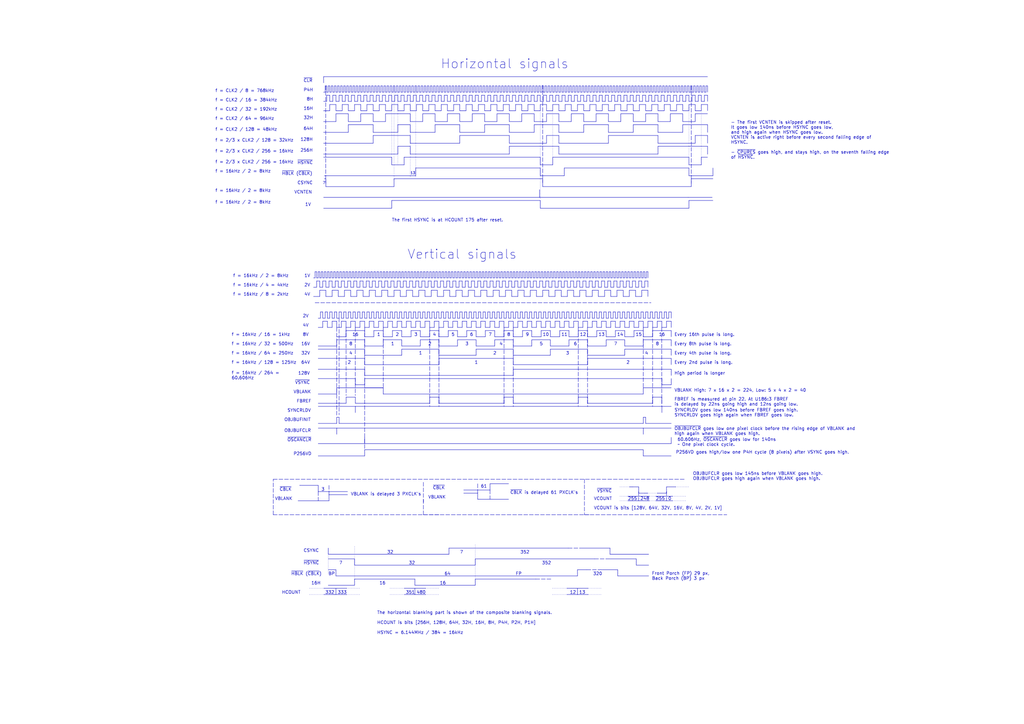
<source format=kicad_sch>
(kicad_sch (version 20211123) (generator eeschema)
  (paper "A3")
  (polyline (pts (xy 131.445 130.4925) (xy 130.4925 130.4925)) (stroke (width 0) (type solid)))
  (polyline (pts (xy 222.5675 119.0625) (xy 225.1075 119.0625)) (stroke (width 0) (type solid)))
  (polyline (pts (xy 191.135 35.2425) (xy 191.135 37.7825)) (stroke (width 0) (type solid)))
  (polyline (pts (xy 258.1275 119.0625) (xy 258.1275 121.6025)) (stroke (width 0) (type solid)))
  (polyline (pts (xy 263.8425 127.9525) (xy 262.89 127.9525)) (stroke (width 0) (type solid)))
  (polyline (pts (xy 165.4175 111.4425) (xy 165.4175 113.9825)) (stroke (width 0) (type solid)))
  (polyline (pts (xy 189.5475 127.9525) (xy 188.595 127.9525)) (stroke (width 0) (type solid)))
  (polyline (pts (xy 212.4075 127.9525) (xy 211.455 127.9525)) (stroke (width 0) (type solid)))
  (polyline (pts (xy 164.1475 119.0625) (xy 164.1475 121.6025)) (stroke (width 0) (type solid)))
  (polyline (pts (xy 280.035 51.1175) (xy 290.195 51.1175)) (stroke (width 0) (type solid)))
  (polyline (pts (xy 152.7175 115.2525) (xy 153.9875 115.2525)) (stroke (width 0) (type solid)))
  (polyline (pts (xy 217.4875 119.0625) (xy 217.4875 121.6025)) (stroke (width 0) (type solid)))
  (polyline (pts (xy 217.805 39.0525) (xy 219.075 39.0525)) (stroke (width 0) (type solid)))
  (polyline (pts (xy 145.7325 113.9825) (xy 145.7325 111.4425)) (stroke (width 0) (type solid)))
  (polyline (pts (xy 281.305 37.7825) (xy 281.94 37.7825)) (stroke (width 0) (type solid)))
  (polyline (pts (xy 147.6375 115.2525) (xy 147.6375 117.7925)) (stroke (width 0) (type solid)))
  (polyline (pts (xy 249.555 55.5625) (xy 269.875 55.5625)) (stroke (width 0) (type solid)))
  (polyline (pts (xy 138.1403 175.5775) (xy 130.5203 175.5775)) (stroke (width 0) (type solid)))
  (polyline (pts (xy 263.2075 113.9825) (xy 263.8425 113.9825)) (stroke (width 0) (type solid)))
  (polyline (pts (xy 224.155 45.4025) (xy 226.695 45.4025)) (stroke (width 0) (type solid)))
  (polyline (pts (xy 224.155 49.8475) (xy 224.155 46.6725)) (stroke (width 0) (type solid)))
  (polyline (pts (xy 267.335 41.5925) (xy 267.335 39.0525)) (stroke (width 0) (type solid)))
  (polyline (pts (xy 148.9075 111.4425) (xy 148.9075 113.9825)) (stroke (width 0) (type solid)))
  (polyline (pts (xy 147.955 37.7825) (xy 148.59 37.7825)) (stroke (width 0) (type solid)))
  (polyline (pts (xy 229.235 60.0075) (xy 229.235 63.1825)) (stroke (width 0) (type solid)))
  (polyline (pts (xy 234.315 37.7825) (xy 234.95 37.7825)) (stroke (width 0) (type solid)))
  (polyline (pts (xy 157.1625 127.9525) (xy 156.21 127.9525)) (stroke (width 0) (type solid)))
  (polyline (pts (xy 255.5875 119.0625) (xy 255.5875 121.6025)) (stroke (width 0) (type solid)))
  (polyline (pts (xy 219.075 54.2925) (xy 219.075 51.1175)) (stroke (width 0) (type solid)))
  (polyline (pts (xy 260.985 229.235) (xy 260.985 231.775)) (stroke (width 0) (type solid)))
  (polyline (pts (xy 174.3075 121.6025) (xy 176.8475 121.6025)) (stroke (width 0) (type solid)))
  (polyline (pts (xy 197.1675 117.7925) (xy 198.4375 117.7925)) (stroke (width 0) (type solid)))
  (polyline (pts (xy 238.125 37.7825) (xy 238.76 37.7825)) (stroke (width 0) (type solid)))
  (polyline (pts (xy 269.5575 131.7625) (xy 269.5575 134.3025)) (stroke (width 0) (type solid)))
  (polyline (pts (xy 239.0775 127.9525) (xy 238.125 127.9525)) (stroke (width 0) (type solid)))
  (polyline (pts (xy 235.9025 111.4425) (xy 236.5375 111.4425)) (stroke (width 0) (type solid)))
  (polyline (pts (xy 230.8225 111.4425) (xy 231.4575 111.4425)) (stroke (width 0) (type solid)))
  (polyline (pts (xy 264.4775 202.2475) (xy 270.1925 202.2475)) (stroke (width 0) (type dot)))
  (polyline (pts (xy 134.62 233.68) (xy 137.795 233.68)) (stroke (width 0) (type solid)))
  (polyline (pts (xy 154.305 41.5925) (xy 154.305 39.0525)) (stroke (width 0) (type solid)))
  (polyline (pts (xy 207.3275 113.9825) (xy 207.9625 113.9825)) (stroke (width 0) (type solid)))
  (polyline (pts (xy 209.2325 113.9825) (xy 209.2325 111.4425)) (stroke (width 0) (type solid)))
  (polyline (pts (xy 221.615 72.0725) (xy 231.4575 72.0725)) (stroke (width 0) (type solid)))
  (polyline (pts (xy 145.7325 134.3025) (xy 145.7325 162.2425)))
  (polyline (pts (xy 146.05 37.7825) (xy 146.05 35.2425)) (stroke (width 0) (type solid)))
  (polyline (pts (xy 184.785 127.9525) (xy 184.785 130.4925)) (stroke (width 0) (type solid)))
  (polyline (pts (xy 165.735 45.4025) (xy 165.735 42.8625)) (stroke (width 0) (type solid)))
  (polyline (pts (xy 165.735 64.4525) (xy 165.735 67.6275)) (stroke (width 0) (type solid)))
  (polyline (pts (xy 145.7325 131.7625) (xy 145.7325 134.3025)) (stroke (width 0) (type solid)))
  (polyline (pts (xy 239.395 41.5925) (xy 240.665 41.5925)) (stroke (width 0) (type solid)))
  (polyline (pts (xy 142.24 241.3) (xy 147.955 241.3)) (stroke (width 0) (type dot)))
  (polyline (pts (xy 191.4525 127.9525) (xy 190.5 127.9525)) (stroke (width 0) (type solid)))
  (polyline (pts (xy 285.75 37.7825) (xy 285.75 35.2425)) (stroke (width 0) (type solid)))
  (polyline (pts (xy 194.6275 121.6025) (xy 197.1675 121.6025)) (stroke (width 0) (type solid)))
  (polyline (pts (xy 184.15 35.2425) (xy 184.785 35.2425)) (stroke (width 0) (type solid)))
  (polyline (pts (xy 198.755 41.5925) (xy 198.755 39.0525)) (stroke (width 0) (type solid)))
  (polyline (pts (xy 265.7475 134.3025) (xy 263.8425 134.3025)) (stroke (width 0) (type solid)))
  (polyline (pts (xy 191.4525 135.5725) (xy 191.4525 138.1125)) (stroke (width 0) (type solid)))
  (polyline (pts (xy 194.6275 117.7925) (xy 195.8975 117.7925)) (stroke (width 0) (type solid)))
  (polyline (pts (xy 191.135 45.4025) (xy 191.135 42.8625)) (stroke (width 0) (type solid)))
  (polyline (pts (xy 214.3125 113.9825) (xy 214.3125 111.4425)) (stroke (width 0) (type solid)))
  (polyline (pts (xy 179.3875 111.4425) (xy 179.3875 113.9825)) (stroke (width 0) (type solid)))
  (polyline (pts (xy 226.695 41.5925) (xy 227.965 41.5925)) (stroke (width 0) (type solid)))
  (polyline (pts (xy 155.2575 115.2525) (xy 155.2575 117.7925)) (stroke (width 0) (type solid)))
  (polyline (pts (xy 226.3775 115.2525) (xy 226.3775 117.7925)) (stroke (width 0) (type solid)))
  (polyline (pts (xy 166.37 37.7825) (xy 166.37 35.2425)) (stroke (width 0) (type solid)))
  (polyline (pts (xy 272.415 45.4025) (xy 272.415 42.8625)) (stroke (width 0) (type solid)))
  (polyline (pts (xy 207.3275 111.4425) (xy 207.3275 113.9825)) (stroke (width 0) (type solid)))
  (polyline (pts (xy 263.2075 111.4425) (xy 263.2075 113.9825)) (stroke (width 0) (type solid)))
  (polyline (pts (xy 192.405 130.4925) (xy 191.4525 130.4925)) (stroke (width 0) (type solid)))
  (polyline (pts (xy 262.89 130.4925) (xy 261.9375 130.4925)) (stroke (width 0) (type solid)))
  (polyline (pts (xy 232.7275 115.2525) (xy 232.7275 117.7925)) (stroke (width 0) (type solid)))
  (polyline (pts (xy 224.4725 111.4425) (xy 225.1075 111.4425)) (stroke (width 0) (type solid)))
  (polyline (pts (xy 202.8825 141.9225) (xy 195.2625 141.9225)) (stroke (width 0) (type solid)))
  (polyline (pts (xy 263.8425 113.9825) (xy 263.8425 111.4425)) (stroke (width 0) (type solid)))
  (polyline (pts (xy 169.545 130.4925) (xy 168.5925 130.4925)) (stroke (width 0) (type solid)))
  (polyline (pts (xy 248.285 37.7825) (xy 248.92 37.7825)) (stroke (width 0) (type solid)))
  (polyline (pts (xy 133.0325 72.0725) (xy 170.4975 72.0725)) (stroke (width 0) (type solid)))
  (polyline (pts (xy 179.705 37.7825) (xy 180.34 37.7825)) (stroke (width 0) (type solid)))
  (polyline (pts (xy 199.0725 111.4425) (xy 199.7075 111.4425)) (stroke (width 0) (type solid)))
  (polyline (pts (xy 277.1775 199.7075) (xy 282.8925 199.7075)) (stroke (width 0) (type dot)))
  (polyline (pts (xy 270.51 37.7825) (xy 270.51 35.2425)) (stroke (width 0) (type solid)))
  (polyline (pts (xy 245.4275 113.9825) (xy 246.0625 113.9825)) (stroke (width 0) (type solid)))
  (polyline (pts (xy 149.5425 139.3825) (xy 138.1125 139.3825)) (stroke (width 0) (type solid)))
  (polyline (pts (xy 204.47 35.2425) (xy 205.105 35.2425)) (stroke (width 0) (type solid)))
  (polyline (pts (xy 127 241.3) (xy 132.715 241.3)) (stroke (width 0) (type dot)))
  (polyline (pts (xy 247.015 41.5925) (xy 248.285 41.5925)) (stroke (width 0) (type solid)))
  (polyline (pts (xy 227.965 41.5925) (xy 227.965 39.0525)) (stroke (width 0) (type solid)))
  (polyline (pts (xy 213.36 35.2425) (xy 213.995 35.2425)) (stroke (width 0) (type solid)))
  (polyline (pts (xy 156.845 39.0525) (xy 158.115 39.0525)) (stroke (width 0) (type solid)))
  (polyline (pts (xy 174.625 39.0525) (xy 175.895 39.0525)) (stroke (width 0) (type solid)))
  (polyline (pts (xy 237.1725 135.5725) (xy 237.1725 138.1125)) (stroke (width 0) (type solid)))
  (polyline (pts (xy 232.41 37.7825) (xy 232.41 35.2425)) (stroke (width 0) (type solid)))
  (polyline (pts (xy 174.3075 117.7925) (xy 175.5775 117.7925)) (stroke (width 0) (type solid)))
  (polyline (pts (xy 222.5675 113.9825) (xy 223.2025 113.9825)) (stroke (width 0) (type solid)))
  (polyline (pts (xy 131.7625 113.9825) (xy 131.7625 111.4425)) (stroke (width 0) (type solid)))
  (polyline (pts (xy 170.815 41.5925) (xy 172.085 41.5925)) (stroke (width 0) (type solid)))
  (polyline (pts (xy 199.7075 117.7925) (xy 200.9775 117.7925)) (stroke (width 0) (type solid)))
  (polyline (pts (xy 225.7425 113.9825) (xy 225.7425 111.4425)) (stroke (width 0) (type solid)))
  (polyline (pts (xy 223.8375 111.4425) (xy 223.8375 113.9825)) (stroke (width 0) (type solid)))
  (polyline (pts (xy 153.3525 127.9525) (xy 152.4 127.9525)) (stroke (width 0) (type solid)))
  (polyline (pts (xy 256.2225 145.7325) (xy 240.9825 145.7325)) (stroke (width 0) (type solid)))
  (polyline (pts (xy 275.3003 147.0025) (xy 241.0103 147.0025)) (stroke (width 0) (type solid)))
  (polyline (pts (xy 153.9875 113.9825) (xy 154.6225 113.9825)) (stroke (width 0) (type solid)))
  (polyline (pts (xy 191.4525 138.1125) (xy 187.6425 138.1125)) (stroke (width 0) (type solid)))
  (polyline (pts (xy 133.35 127.9525) (xy 133.35 130.4925)) (stroke (width 0) (type solid)))
  (polyline (pts (xy 158.115 37.7825) (xy 158.75 37.7825)) (stroke (width 0) (type solid)))
  (polyline (pts (xy 136.2075 134.3025) (xy 134.3025 134.3025)) (stroke (width 0) (type solid)))
  (polyline (pts (xy 219.3925 113.9825) (xy 219.3925 111.4425)) (stroke (width 0) (type solid)))
  (polyline (pts (xy 161.29 35.2425) (xy 161.925 35.2425)) (stroke (width 0) (type solid)))
  (polyline (pts (xy 217.805 35.2425) (xy 217.805 37.7825)) (stroke (width 0) (type solid)))
  (polyline (pts (xy 204.7875 119.0625) (xy 204.7875 121.6025)) (stroke (width 0) (type solid)))
  (polyline (pts (xy 225.7425 145.7325) (xy 210.5025 145.7325)) (stroke (width 0) (type solid)))
  (polyline (pts (xy 174.3075 115.2525) (xy 174.3075 117.7925)) (stroke (width 0) (type solid)))
  (polyline (pts (xy 140.97 127.9525) (xy 140.97 130.4925)) (stroke (width 0) (type solid)))
  (polyline (pts (xy 160.655 67.6275) (xy 165.735 67.6275)) (stroke (width 0) (type solid)))
  (polyline (pts (xy 178.1175 134.3025) (xy 176.2125 134.3025)) (stroke (width 0) (type solid)))
  (polyline (pts (xy 165.735 35.2425) (xy 165.735 37.7825)) (stroke (width 0) (type solid)))
  (polyline (pts (xy 138.1125 131.7625) (xy 136.2075 131.7625)) (stroke (width 0) (type solid)))
  (polyline (pts (xy 220.0275 113.9825) (xy 220.6625 113.9825)) (stroke (width 0) (type solid)))
  (polyline (pts (xy 221.615 37.7825) (xy 222.25 37.7825)) (stroke (width 0) (type solid)))
  (polyline (pts (xy 194.6275 111.4425) (xy 194.6275 113.9825)) (stroke (width 0) (type solid)))
  (polyline (pts (xy 233.045 224.79) (xy 239.395 224.79)))
  (polyline (pts (xy 280.035 49.8475) (xy 285.115 49.8475)) (stroke (width 0) (type solid)))
  (polyline (pts (xy 153.9875 111.4425) (xy 153.9875 113.9825)) (stroke (width 0) (type solid)))
  (polyline (pts (xy 240.9825 127.9525) (xy 240.03 127.9525)) (stroke (width 0) (type solid)))
  (polyline (pts (xy 197.1675 115.2525) (xy 197.1675 117.7925)) (stroke (width 0) (type solid)))
  (polyline (pts (xy 210.5025 139.3825) (xy 202.8825 139.3825)) (stroke (width 0) (type solid)))
  (polyline (pts (xy 210.5025 127.9525) (xy 210.5025 130.4925)) (stroke (width 0) (type solid)))
  (polyline (pts (xy 265.7475 131.7625) (xy 265.7475 134.3025)) (stroke (width 0) (type solid)))
  (polyline (pts (xy 219.075 42.8625) (xy 219.075 45.4025)) (stroke (width 0) (type solid)))
  (polyline (pts (xy 136.2075 117.7925) (xy 137.4775 117.7925)) (stroke (width 0) (type solid)))
  (polyline (pts (xy 254.635 45.4025) (xy 257.175 45.4025)) (stroke (width 0) (type solid)))
  (polyline (pts (xy 183.8325 131.7625) (xy 183.8325 134.3025)) (stroke (width 0) (type solid)))
  (polyline (pts (xy 179.705 35.2425) (xy 179.705 37.7825)) (stroke (width 0) (type solid)))
  (polyline (pts (xy 231.775 42.8625) (xy 234.315 42.8625)) (stroke (width 0) (type solid)))
  (polyline (pts (xy 187.0075 117.7925) (xy 188.2775 117.7925)) (stroke (width 0) (type solid)))
  (polyline (pts (xy 134.62 240.03) (xy 145.415 240.03)) (stroke (width 0) (type solid)))
  (polyline (pts (xy 287.655 45.4025) (xy 287.655 65.7225)) (stroke (width 0) (type dot)))
  (polyline (pts (xy 158.115 46.6725) (xy 168.275 46.6725)) (stroke (width 0) (type solid)))
  (polyline (pts (xy 258.7625 111.4425) (xy 259.3975 111.4425)) (stroke (width 0) (type solid)))
  (polyline (pts (xy 212.725 35.2425) (xy 212.725 37.7825)) (stroke (width 0) (type solid)))
  (polyline (pts (xy 211.455 127.9525) (xy 211.455 130.4925)) (stroke (width 0) (type solid)))
  (polyline (pts (xy 137.16 37.7825) (xy 137.16 35.2425)) (stroke (width 0) (type solid)))
  (polyline (pts (xy 162.8775 127.9525) (xy 162.8775 130.4925)) (stroke (width 0) (type solid)))
  (polyline (pts (xy 242.8875 113.9825) (xy 243.5225 113.9825)) (stroke (width 0) (type solid)))
  (polyline (pts (xy 240.9825 139.3825) (xy 233.3625 139.3825)) (stroke (width 0) (type solid)))
  (polyline (pts (xy 280.035 37.7825) (xy 280.67 37.7825)) (stroke (width 0) (type solid)))
  (polyline (pts (xy 247.9675 113.9825) (xy 248.6025 113.9825)) (stroke (width 0) (type solid)))
  (polyline (pts (xy 222.5675 73.3425) (xy 222.5675 76.5175)) (stroke (width 0) (type solid)))
  (polyline (pts (xy 207.645 130.4925) (xy 206.6925 130.4925)) (stroke (width 0) (type solid)))
  (polyline (pts (xy 196.215 45.4025) (xy 196.215 42.8625)) (stroke (width 0) (type solid)))
  (polyline (pts (xy 228.9175 115.2525) (xy 228.9175 117.7925)) (stroke (width 0) (type solid)))
  (polyline (pts (xy 201.295 41.5925) (xy 201.295 39.0525)) (stroke (width 0) (type solid)))
  (polyline (pts (xy 276.86 35.2425) (xy 277.495 35.2425)) (stroke (width 0) (type solid)))
  (polyline (pts (xy 224.155 37.7825) (xy 224.79 37.7825)) (stroke (width 0) (type solid)))
  (polyline (pts (xy 213.0425 113.9825) (xy 213.0425 111.4425)) (stroke (width 0) (type solid)))
  (polyline (pts (xy 135.89 35.2425) (xy 136.525 35.2425)) (stroke (width 0) (type solid)))
  (polyline (pts (xy 176.8475 119.0625) (xy 179.3875 119.0625)) (stroke (width 0) (type solid)))
  (polyline (pts (xy 135.255 42.8625) (xy 137.795 42.8625)) (stroke (width 0) (type solid)))
  (polyline (pts (xy 269.875 41.5925) (xy 269.875 39.0525)) (stroke (width 0) (type solid)))
  (polyline (pts (xy 263.525 41.5925) (xy 263.525 39.0525)) (stroke (width 0) (type solid)))
  (polyline (pts (xy 254.635 41.5925) (xy 255.905 41.5925)) (stroke (width 0) (type solid)))
  (polyline (pts (xy 150.495 37.7825) (xy 151.13 37.7825)) (stroke (width 0) (type solid)))
  (polyline (pts (xy 245.745 41.5925) (xy 245.745 39.0525)) (stroke (width 0) (type solid)))
  (polyline (pts (xy 149.225 39.0525) (xy 150.495 39.0525)) (stroke (width 0) (type solid)))
  (polyline (pts (xy 271.78 35.2425) (xy 272.415 35.2425)) (stroke (width 0) (type solid)))
  (polyline (pts (xy 146.685 127.9525) (xy 146.685 130.4925)) (stroke (width 0) (type solid)))
  (polyline (pts (xy 167.005 39.0525) (xy 168.275 39.0525)) (stroke (width 0) (type solid)))
  (polyline (pts (xy 164.465 41.5925) (xy 164.465 39.0525)) (stroke (width 0) (type solid)))
  (polyline (pts (xy 137.16 243.84) (xy 142.24 243.84)) (stroke (width 0) (type solid)))
  (polyline (pts (xy 165.735 42.8625) (xy 168.275 42.8625)) (stroke (width 0) (type solid)))
  (polyline (pts (xy 240.9547 134.3025) (xy 240.9825 166.6875)))
  (polyline (pts (xy 153.035 55.5625) (xy 153.035 58.7375)) (stroke (width 0) (type solid)))
  (polyline (pts (xy 163.195 54.2925) (xy 163.195 51.1175)) (stroke (width 0) (type solid)))
  (polyline (pts (xy 214.3125 135.5725) (xy 214.3125 138.1125)) (stroke (width 0) (type solid)))
  (polyline (pts (xy 272.415 35.2425) (xy 272.415 37.7825)) (stroke (width 0) (type solid)))
  (polyline (pts (xy 222.885 41.5925) (xy 222.885 39.0525)) (stroke (width 0) (type solid)))
  (polyline (pts (xy 191.4525 131.7625) (xy 189.5475 131.7625)) (stroke (width 0) (type solid)))
  (polyline (pts (xy 145.7325 131.7625) (xy 143.8275 131.7625)) (stroke (width 0) (type solid)))
  (polyline (pts (xy 223.8375 115.2525) (xy 225.1075 115.2525)) (stroke (width 0) (type solid)))
  (polyline (pts (xy 183.8325 113.9825) (xy 183.8325 111.4425)) (stroke (width 0) (type solid)))
  (polyline (pts (xy 138.1403 134.3025) (xy 138.1403 170.4975)))
  (polyline (pts (xy 201.295 45.4025) (xy 201.295 42.8625)) (stroke (width 0) (type solid)))
  (polyline (pts (xy 179.705 39.0525) (xy 180.975 39.0525)) (stroke (width 0) (type solid)))
  (polyline (pts (xy 142.875 45.4025) (xy 145.415 45.4025)) (stroke (width 0) (type solid)))
  (polyline (pts (xy 241.935 127.9525) (xy 241.935 130.4925)) (stroke (width 0) (type solid)))
  (polyline (pts (xy 172.4025 139.3825) (xy 172.4025 141.9225)) (stroke (width 0) (type solid)))
  (polyline (pts (xy 173.99 37.7825) (xy 173.99 35.2425)) (stroke (width 0) (type solid)))
  (polyline (pts (xy 234.315 35.2425) (xy 234.315 37.7825)) (stroke (width 0) (type solid)))
  (polyline (pts (xy 233.68 37.7825) (xy 233.68 35.2425)) (stroke (width 0) (type solid)))
  (polyline (pts (xy 140.335 37.7825) (xy 140.97 37.7825)) (stroke (width 0) (type solid)))
  (polyline (pts (xy 195.2625 127.9525) (xy 195.2625 130.4925)) (stroke (width 0) (type solid)))
  (polyline (pts (xy 256.2225 131.7625) (xy 256.2225 134.3025)) (stroke (width 0) (type solid)))
  (polyline (pts (xy 263.8425 184.4675) (xy 263.8425 187.0075)) (stroke (width 0) (type solid)))
  (polyline (pts (xy 182.88 35.2425) (xy 183.515 35.2425)) (stroke (width 0) (type solid)))
  (polyline (pts (xy 260.0325 127.9525) (xy 260.0325 130.4925)) (stroke (width 0) (type solid)))
  (polyline (pts (xy 264.4775 111.4425) (xy 264.4775 113.9825)) (stroke (width 0) (type solid)))
  (polyline (pts (xy 240.3475 115.2525) (xy 240.3475 117.7925)) (stroke (width 0) (type solid)))
  (polyline (pts (xy 176.8475 113.9825) (xy 177.4825 113.9825)) (stroke (width 0) (type solid)))
  (polyline (pts (xy 174.9425 113.9825) (xy 174.9425 111.4425)) (stroke (width 0) (type solid)))
  (polyline (pts (xy 275.2725 131.7625) (xy 275.2725 134.3025)) (stroke (width 0) (type solid)))
  (polyline (pts (xy 200.9775 131.7625) (xy 200.9775 134.3025)) (stroke (width 0) (type solid)))
  (polyline (pts (xy 132.715 54.2925) (xy 142.875 54.2925)) (stroke (width 0) (type solid)))
  (polyline (pts (xy 283.21 35.2425) (xy 283.845 35.2425)) (stroke (width 0) (type solid)))
  (polyline (pts (xy 170.18 243.84) (xy 174.625 243.84)) (stroke (width 0) (type solid)))
  (polyline (pts (xy 191.77 37.7825) (xy 191.77 35.2425)) (stroke (width 0) (type solid)))
  (polyline (pts (xy 163.195 60.0075) (xy 163.195 63.1825)) (stroke (width 0) (type solid)))
  (polyline (pts (xy 219.075 45.4025) (xy 221.615 45.4025)) (stroke (width 0) (type solid)))
  (polyline (pts (xy 261.9375 111.4425) (xy 261.9375 113.9825)) (stroke (width 0) (type solid)))
  (polyline (pts (xy 216.8525 113.9825) (xy 216.8525 111.4425)) (stroke (width 0) (type solid)))
  (polyline (pts (xy 249.555 35.2425) (xy 249.555 37.7825)) (stroke (width 0) (type solid)))
  (polyline (pts (xy 185.7375 111.4425) (xy 185.7375 113.9825)) (stroke (width 0) (type solid)))
  (polyline (pts (xy 270.51 130.4925) (xy 269.5575 130.4925)) (stroke (width 0) (type solid)))
  (polyline (pts (xy 204.7875 121.6025) (xy 207.3275 121.6025)) (stroke (width 0) (type solid)))
  (polyline (pts (xy 138.7475 117.7925) (xy 140.0175 117.7925)) (stroke (width 0) (type solid)))
  (polyline (pts (xy 233.9975 115.2525) (xy 233.9975 117.7925)) (stroke (width 0) (type solid)))
  (polyline (pts (xy 133.6298 76.5241) (xy 161.5987 76.5241)) (stroke (width 0) (type solid)))
  (polyline (pts (xy 235.2675 119.0625) (xy 235.2675 121.6025)) (stroke (width 0) (type solid)))
  (polyline (pts (xy 197.1675 111.4425) (xy 197.1675 113.9825)) (stroke (width 0) (type solid)))
  (polyline (pts (xy 260.985 37.7825) (xy 261.62 37.7825)) (stroke (width 0) (type solid)))
  (polyline (pts (xy 153.9875 121.6025) (xy 156.5275 121.6025)) (stroke (width 0) (type solid)))
  (polyline (pts (xy 235.2675 131.7625) (xy 235.2675 134.3025)) (stroke (width 0) (type solid)))
  (polyline (pts (xy 181.9275 127.9525) (xy 180.975 127.9525)) (stroke (width 0) (type solid)))
  (polyline (pts (xy 234.315 130.4925) (xy 233.3625 130.4925)) (stroke (width 0) (type solid)))
  (polyline (pts (xy 162.56 37.7825) (xy 162.56 35.2425)) (stroke (width 0) (type solid)))
  (polyline (pts (xy 244.7925 127.9525) (xy 244.7925 130.4925)) (stroke (width 0) (type solid)))
  (polyline (pts (xy 200.025 39.0525) (xy 201.295 39.0525)) (stroke (width 0) (type solid)))
  (polyline (pts (xy 140.0175 115.2525) (xy 140.0175 117.7925)) (stroke (width 0) (type solid)))
  (polyline (pts (xy 263.2075 115.2525) (xy 263.2075 117.7925)) (stroke (width 0) (type solid)))
  (polyline (pts (xy 182.88 130.4925) (xy 181.9275 130.4925)) (stroke (width 0) (type solid)))
  (polyline (pts (xy 179.07 130.4925) (xy 178.1175 130.4925)) (stroke (width 0) (type solid)))
  (polyline (pts (xy 132.715 63.1825) (xy 163.195 63.1825)) (stroke (width 0) (type solid)))
  (polyline (pts (xy 232.7275 111.4425) (xy 232.7275 113.9825)) (stroke (width 0) (type solid)))
  (polyline (pts (xy 210.5025 134.3025) (xy 210.5303 166.6875)))
  (polyline (pts (xy 257.81 35.2425) (xy 258.445 35.2425)) (stroke (width 0) (type solid)))
  (polyline (pts (xy 218.1225 111.4425) (xy 218.7575 111.4425)) (stroke (width 0) (type solid)))
  (polyline (pts (xy 211.455 35.2425) (xy 211.455 37.7825)) (stroke (width 0) (type solid)))
  (polyline (pts (xy 258.1275 134.3025) (xy 256.2225 134.3025)) (stroke (width 0) (type solid)))
  (polyline (pts (xy 231.4575 113.9825) (xy 232.0925 113.9825)) (stroke (width 0) (type solid)))
  (polyline (pts (xy 261.9375 203.5175) (xy 266.3825 203.5175)) (stroke (width 0) (type solid)))
  (polyline (pts (xy 187.6425 139.3825) (xy 187.6425 141.9225)) (stroke (width 0) (type solid)))
  (polyline (pts (xy 218.1225 113.9825) (xy 218.1225 111.4425)) (stroke (width 0) (type solid)))
  (polyline (pts (xy 184.785 37.7825) (xy 185.42 37.7825)) (stroke (width 0) (type solid)))
  (polyline (pts (xy 165.4175 115.2525) (xy 166.6875 115.2525)) (stroke (width 0) (type solid)))
  (polyline (pts (xy 181.9275 111.4425) (xy 181.9275 113.9825)) (stroke (width 0) (type solid)))
  (polyline (pts (xy 244.1575 115.2525) (xy 245.4275 115.2525)) (stroke (width 0) (type solid)))
  (polyline (pts (xy 202.2475 117.7925) (xy 203.5175 117.7925)) (stroke (width 0) (type solid)))
  (polyline (pts (xy 178.7525 113.9825) (xy 178.7525 111.4425)) (stroke (width 0) (type solid)))
  (polyline (pts (xy 225.1075 117.7925) (xy 226.3775 117.7925)) (stroke (width 0) (type solid)))
  (polyline (pts (xy 282.575 41.5925) (xy 283.845 41.5925)) (stroke (width 0) (type solid)))
  (polyline (pts (xy 236.855 37.7825) (xy 237.49 37.7825)) (stroke (width 0) (type solid)))
  (polyline (pts (xy 173.99 35.2425) (xy 174.625 35.2425)) (stroke (width 0) (type solid)))
  (polyline (pts (xy 256.8575 113.9825) (xy 257.4925 113.9825)) (stroke (width 0) (type solid)))
  (polyline (pts (xy 231.4575 127.9525) (xy 230.505 127.9525)) (stroke (width 0) (type solid)))
  (polyline (pts (xy 210.5303 166.6875) (xy 180.0503 166.6875)) (stroke (width 0) (type solid)))
  (polyline (pts (xy 179.07 35.2425) (xy 179.705 35.2425)) (stroke (width 0) (type solid)))
  (polyline (pts (xy 220.98 130.4925) (xy 220.0275 130.4925)) (stroke (width 0) (type solid)))
  (polyline (pts (xy 180.975 130.4925) (xy 180.0225 130.4925)) (stroke (width 0) (type solid)))
  (polyline (pts (xy 201.295 35.2425) (xy 201.295 37.7825)) (stroke (width 0) (type solid)))
  (polyline (pts (xy 128.5875 113.9825) (xy 129.2225 113.9825)) (stroke (width 0) (type solid)))
  (polyline (pts (xy 142.24 35.2425) (xy 142.875 35.2425)) (stroke (width 0) (type solid)))
  (polyline (pts (xy 133.6675 117.7925) (xy 134.9375 117.7925)) (stroke (width 0) (type solid)))
  (polyline (pts (xy 143.1925 113.9825) (xy 143.1925 111.4425)) (stroke (width 0) (type solid)))
  (polyline (pts (xy 155.2575 127.9525) (xy 155.2575 130.4925)) (stroke (width 0) (type solid)))
  (polyline (pts (xy 191.135 41.5925) (xy 191.135 39.0525)) (stroke (width 0) (type solid)))
  (polyline (pts (xy 237.1725 127.9525) (xy 237.1725 130.4925)) (stroke (width 0) (type solid)))
  (polyline (pts (xy 134.62 227.33) (xy 134.62 235.585)) (stroke (width 0) (type dot)))
  (polyline (pts (xy 173.355 127.9525) (xy 173.355 130.4925)) (stroke (width 0) (type solid)))
  (polyline (pts (xy 186.3725 113.9825) (xy 186.3725 111.4425)) (stroke (width 0) (type solid)))
  (polyline (pts (xy 247.015 35.2425) (xy 247.015 37.7825)) (stroke (width 0) (type solid)))
  (polyline (pts (xy 205.105 41.5925) (xy 205.105 39.0525)) (stroke (width 0) (type solid)))
  (polyline (pts (xy 155.2575 131.7625) (xy 155.2575 134.3025)) (stroke (width 0) (type solid)))
  (polyline (pts (xy 140.335 41.5925) (xy 140.335 39.0525)) (stroke (width 0) (type solid)))
  (polyline (pts (xy 202.8825 127.9525) (xy 201.93 127.9525)) (stroke (width 0) (type solid)))
  (polyline (pts (xy 164.1475 113.9825) (xy 164.7825 113.9825)) (stroke (width 0) (type solid)))
  (polyline (pts (xy 200.3425 113.9825) (xy 200.3425 111.4425)) (stroke (width 0) (type solid)))
  (polyline (pts (xy 244.475 45.4025) (xy 247.015 45.4025)) (stroke (width 0) (type solid)))
  (polyline (pts (xy 160.9725 127.9525) (xy 160.9725 130.4925)) (stroke (width 0) (type solid)))
  (polyline (pts (xy 268.605 39.0525) (xy 269.875 39.0525)) (stroke (width 0) (type solid)))
  (polyline (pts (xy 178.435 35.2425) (xy 178.435 37.7825)) (stroke (width 0) (type solid)))
  (polyline (pts (xy 201.295 41.5925) (xy 202.565 41.5925)) (stroke (width 0) (type solid)))
  (polyline (pts (xy 274.955 42.8625) (xy 274.955 45.4025)) (stroke (width 0) (type solid)))
  (polyline (pts (xy 246.38 35.2425) (xy 247.015 35.2425)) (stroke (width 0) (type solid)))
  (polyline (pts (xy 164.1475 111.4425) (xy 164.1475 113.9825)) (stroke (width 0) (type solid)))
  (polyline (pts (xy 192.405 39.0525) (xy 193.675 39.0525)) (stroke (width 0) (type solid)))
  (polyline (pts (xy 239.0775 111.4425) (xy 239.0775 113.9825)) (stroke (width 0) (type solid)))
  (polyline (pts (xy 151.13 37.7825) (xy 151.13 35.2425)) (stroke (width 0) (type solid)))
  (polyline (pts (xy 195.2625 111.4425) (xy 195.8975 111.4425)) (stroke (width 0) (type solid)))
  (polyline (pts (xy 151.4475 119.0625) (xy 151.4475 121.6025)) (stroke (width 0) (type solid)))
  (polyline (pts (xy 155.575 35.2425) (xy 155.575 37.7825)) (stroke (width 0) (type solid)))
  (polyline (pts (xy 226.695 243.84) (xy 232.41 243.84)) (stroke (width 0) (type dot)))
  (polyline (pts (xy 199.7075 113.9825) (xy 200.3425 113.9825)) (stroke (width 0) (type solid)))
  (polyline (pts (xy 250.19 35.2425) (xy 250.825 35.2425)) (stroke (width 0) (type solid)))
  (polyline (pts (xy 168.5925 135.5725) (xy 168.5925 138.1125)) (stroke (width 0) (type solid)))
  (polyline (pts (xy 215.265 37.7825) (xy 215.9 37.7825)) (stroke (width 0) (type solid)))
  (polyline (pts (xy 178.1175 115.2525) (xy 179.3875 115.2525)) (stroke (width 0) (type solid)))
  (polyline (pts (xy 149.5425 143.1925) (xy 149.5425 145.7325)) (stroke (width 0) (type solid)))
  (polyline (pts (xy 163.83 130.4925) (xy 162.8775 130.4925)) (stroke (width 0) (type solid)))
  (polyline (pts (xy 269.875 35.2425) (xy 269.875 37.7825)) (stroke (width 0) (type solid)))
  (polyline (pts (xy 173.355 35.2425) (xy 173.355 37.7825)) (stroke (width 0) (type solid)))
  (polyline (pts (xy 198.755 46.6725) (xy 198.755 49.8475)) (stroke (width 0) (type solid)))
  (polyline (pts (xy 164.1475 121.6025) (xy 166.6875 121.6025)) (stroke (width 0) (type solid)))
  (polyline (pts (xy 184.785 39.0525) (xy 186.055 39.0525)) (stroke (width 0) (type solid)))
  (polyline (pts (xy 247.65 130.4925) (xy 246.6975 130.4925)) (stroke (width 0) (type solid)))
  (polyline (pts (xy 135.255 37.7825) (xy 135.89 37.7825)) (stroke (width 0) (type solid)))
  (polyline (pts (xy 221.615 41.5925) (xy 221.615 39.0525)) (stroke (width 0) (type solid)))
  (polyline (pts (xy 262.5725 111.4425) (xy 263.2075 111.4425)) (stroke (width 0) (type solid)))
  (polyline (pts (xy 259.715 42.8625) (xy 259.715 45.4025)) (stroke (width 0) (type solid)))
  (polyline (pts (xy 153.035 41.5925) (xy 154.305 41.5925)) (stroke (width 0) (type solid)))
  (polyline (pts (xy 271.4347 134.3025) (xy 271.4625 166.6875)))
  (polyline (pts (xy 178.1175 127.9525) (xy 177.165 127.9525)) (stroke (width 0) (type solid)))
  (polyline (pts (xy 290.195 60.0075) (xy 290.195 63.1825)) (stroke (width 0) (type solid)))
  (polyline (pts (xy 254.635 37.7825) (xy 255.27 37.7825)) (stroke (width 0) (type solid)))
  (polyline (pts (xy 265.7475 205.4225) (xy 271.4625 205.4225)) (stroke (width 0) (type dot)))
  (polyline (pts (xy 183.515 37.7825) (xy 184.15 37.7825)) (stroke (width 0) (type solid)))
  (polyline (pts (xy 241.0103 166.6875) (xy 210.5303 166.6875)) (stroke (width 0) (type solid)))
  (polyline (pts (xy 156.21 35.2425) (xy 156.845 35.2425)) (stroke (width 0) (type solid)))
  (polyline (pts (xy 239.0775 115.2525) (xy 239.0775 117.7925)) (stroke (width 0) (type solid)))
  (polyline (pts (xy 255.5875 117.7925) (xy 256.8575 117.7925)) (stroke (width 0) (type solid)))
  (polyline (pts (xy 143.8275 127.9525) (xy 143.8275 130.4925)) (stroke (width 0) (type solid)))
  (polyline (pts (xy 199.39 35.2425) (xy 200.025 35.2425)) (stroke (width 0) (type solid)))
  (polyline (pts (xy 131.1275 119.0625) (xy 133.6675 119.0625)) (stroke (width 0) (type solid)))
  (polyline (pts (xy 196.85 37.7825) (xy 196.85 35.2425)) (stroke (width 0) (type solid)))
  (polyline (pts (xy 221.9325 127.9525) (xy 220.98 127.9525)) (stroke (width 0) (type solid)))
  (polyline (pts (xy 229.235 42.8625) (xy 229.235 45.4025)) (stroke (width 0) (type solid)))
  (polyline (pts (xy 263.8425 139.3825) (xy 263.8425 141.9225)) (stroke (width 0) (type solid)))
  (polyline (pts (xy 170.4975 68.8975) (xy 221.615 68.8975)) (stroke (width 0) (type solid)))
  (polyline (pts (xy 131.1275 119.0625) (xy 131.1275 121.6025)) (stroke (width 0) (type solid)))
  (polyline (pts (xy 137.795 41.5925) (xy 139.065 41.5925)) (stroke (width 0) (type solid)))
  (polyline (pts (xy 167.9575 113.9825) (xy 168.5925 113.9825)) (stroke (width 0) (type solid)))
  (polyline (pts (xy 221.615 35.2425) (xy 221.615 37.7825)) (stroke (width 0) (type solid)))
  (polyline (pts (xy 131.7625 111.4425) (xy 132.3975 111.4425)) (stroke (width 0) (type solid)))
  (polyline (pts (xy 245.11 35.2425) (xy 245.745 35.2425)) (stroke (width 0) (type solid)))
  (polyline (pts (xy 145.7325 111.4425) (xy 146.3675 111.4425)) (stroke (width 0) (type solid)))
  (polyline (pts (xy 221.615 41.5925) (xy 222.885 41.5925)) (stroke (width 0) (type solid)))
  (polyline (pts (xy 290.195 31.4325) (xy 132.715 31.4325)) (stroke (width 0) (type solid)))
  (polyline (pts (xy 227.6475 119.0625) (xy 227.6475 121.6025)) (stroke (width 0) (type solid)))
  (polyline (pts (xy 145.7603 166.6875) (xy 145.7603 169.2275)) (stroke (width 0) (type solid)))
  (polyline (pts (xy 137.795 236.22) (xy 236.855 236.22)) (stroke (width 0) (type solid)))
  (polyline (pts (xy 218.7575 115.2525) (xy 220.0275 115.2525)) (stroke (width 0) (type solid)))
  (polyline (pts (xy 230.1875 117.7925) (xy 231.4575 117.7925)) (stroke (width 0) (type solid)))
  (polyline (pts (xy 206.6925 113.9825) (xy 206.6925 111.4425)) (stroke (width 0) (type solid)))
  (polyline (pts (xy 208.5975 198.4375) (xy 200.9775 198.4375)) (stroke (width 0) (type solid)))
  (polyline (pts (xy 245.4275 121.6025) (xy 247.9675 121.6025)) (stroke (width 0) (type solid)))
  (polyline (pts (xy 136.8425 111.4425) (xy 137.4775 111.4425)) (stroke (width 0) (type solid)))
  (polyline (pts (xy 229.5525 131.7625) (xy 227.6475 131.7625)) (stroke (width 0) (type solid)))
  (polyline (pts (xy 145.415 237.49) (xy 170.18 237.49)) (stroke (width 0) (type solid)))
  (polyline (pts (xy 173.6725 111.4425) (xy 174.3075 111.4425)) (stroke (width 0) (type solid)))
  (polyline (pts (xy 158.115 41.5925) (xy 158.115 39.0525)) (stroke (width 0) (type solid)))
  (polyline (pts (xy 215.265 35.2425) (xy 215.265 37.7825)) (stroke (width 0) (type solid)))
  (polyline (pts (xy 240.665 233.68) (xy 247.015 233.68)))
  (polyline (pts (xy 140.0175 127.9525) (xy 140.0175 130.4925)) (stroke (width 0) (type solid)))
  (polyline (pts (xy 268.9225 203.5175) (xy 273.3675 203.5175)) (stroke (width 0) (type solid)))
  (polyline (pts (xy 264.4775 113.9825) (xy 265.1125 113.9825)) (stroke (width 0) (type solid)))
  (polyline (pts (xy 272.415 37.7825) (xy 273.05 37.7825)) (stroke (width 0) (type solid)))
  (polyline (pts (xy 210.82 35.2425) (xy 211.455 35.2425)) (stroke (width 0) (type solid)))
  (polyline (pts (xy 180.975 127.9525) (xy 180.975 130.4925)) (stroke (width 0) (type solid)))
  (polyline (pts (xy 183.515 45.4025) (xy 186.055 45.4025)) (stroke (width 0) (type solid)))
  (polyline (pts (xy 148.9075 121.6025) (xy 151.4475 121.6025)) (stroke (width 0) (type solid)))
  (polyline (pts (xy 207.01 35.2425) (xy 207.645 35.2425)) (stroke (width 0) (type solid)))
  (polyline (pts (xy 241.6175 115.2525) (xy 241.6175 117.7925)) (stroke (width 0) (type solid)))
  (polyline (pts (xy 280.035 41.5925) (xy 280.035 39.0525)) (stroke (width 0) (type solid)))
  (polyline (pts (xy 150.495 45.4025) (xy 150.495 42.8625)) (stroke (width 0) (type solid)))
  (polyline (pts (xy 254.9525 111.4425) (xy 255.5875 111.4425)) (stroke (width 0) (type solid)))
  (polyline (pts (xy 225.7425 139.3825) (xy 218.1225 139.3825)) (stroke (width 0) (type solid)))
  (polyline (pts (xy 203.835 45.4025) (xy 206.375 45.4025)) (stroke (width 0) (type solid)))
  (polyline (pts (xy 261.9375 199.7075) (xy 258.1275 199.7075)) (stroke (width 0) (type solid)))
  (polyline (pts (xy 180.0503 162.8775) (xy 180.0503 165.4175)) (stroke (width 0) (type solid)))
  (polyline (pts (xy 190.1825 111.4425) (xy 190.8175 111.4425)) (stroke (width 0) (type solid)))
  (polyline (pts (xy 167.3225 111.4425) (xy 167.9575 111.4425)) (stroke (width 0) (type solid)))
  (polyline (pts (xy 158.115 127.9525) (xy 158.115 130.4925)) (stroke (width 0) (type solid)))
  (polyline (pts (xy 248.6025 135.5725) (xy 244.7925 135.5725)) (stroke (width 0) (type solid)))
  (polyline (pts (xy 178.435 46.6725) (xy 178.435 49.8475)) (stroke (width 0) (type solid)))
  (polyline (pts (xy 151.765 39.0525) (xy 153.035 39.0525)) (stroke (width 0) (type solid)))
  (polyline (pts (xy 210.5303 147.0025) (xy 210.5303 149.5425)) (stroke (width 0) (type solid)))
  (polyline (pts (xy 235.2675 115.2525) (xy 235.2675 117.7925)) (stroke (width 0) (type solid)))
  (polyline (pts (xy 180.0225 127.9525) (xy 179.07 127.9525)) (stroke (width 0) (type solid)))
  (polyline (pts (xy 226.695 35.2425) (xy 226.695 37.7825)) (stroke (width 0) (type solid)))
  (polyline (pts (xy 206.6925 131.7625) (xy 206.6925 134.3025)) (stroke (width 0) (type solid)))
  (polyline (pts (xy 210.185 39.0525) (xy 211.455 39.0525)) (stroke (width 0) (type solid)))
  (polyline (pts (xy 136.2075 115.2525) (xy 136.2075 117.7925)) (stroke (width 0) (type solid)))
  (polyline (pts (xy 161.6075 119.0625) (xy 161.6075 121.6025)) (stroke (width 0) (type solid)))
  (polyline (pts (xy 208.915 51.1175) (xy 208.915 54.2925)) (stroke (width 0) (type solid)))
  (polyline (pts (xy 159.0675 127.9525) (xy 159.0675 130.4925)) (stroke (width 0) (type solid)))
  (polyline (pts (xy 271.145 39.0525) (xy 272.415 39.0525)) (stroke (width 0) (type solid)))
  (polyline (pts (xy 183.8325 127.9525) (xy 183.8325 130.4925)) (stroke (width 0) (type solid)))
  (polyline (pts (xy 130.4925 113.9825) (xy 130.4925 111.4425)) (stroke (width 0) (type solid)))
  (polyline (pts (xy 259.08 35.2425) (xy 259.715 35.2425)) (stroke (width 0) (type solid)))
  (polyline (pts (xy 136.525 39.0525) (xy 137.795 39.0525)) (stroke (width 0) (type solid)))
  (polyline (pts (xy 229.235 37.7825) (xy 229.87 37.7825)) (stroke (width 0) (type solid)))
  (polyline (pts (xy 153.035 55.5625) (xy 168.275 55.5625)) (stroke (width 0) (type solid)))
  (polyline (pts (xy 251.46 130.4925) (xy 250.5075 130.4925)) (stroke (width 0) (type solid)))
  (polyline (pts (xy 240.9825 113.9825) (xy 240.9825 111.4425)) (stroke (width 0) (type solid)))
  (polyline (pts (xy 154.6225 113.9825) (xy 154.6225 111.4425)) (stroke (width 0) (type solid)))
  (polyline (pts (xy 169.2275 113.9825) (xy 169.8625 113.9825)) (stroke (width 0) (type solid)))
  (polyline (pts (xy 258.7625 113.9825) (xy 258.7625 111.4425)) (stroke (width 0) (type solid)))
  (polyline (pts (xy 190.5 37.7825) (xy 190.5 35.2425)) (stroke (width 0) (type solid)))
  (polyline (pts (xy 266.065 35.2425) (xy 266.065 37.7825)) (stroke (width 0) (type solid)))
  (polyline (pts (xy 209.8675 121.6025) (xy 212.4075 121.6025)) (stroke (width 0) (type solid)))
  (polyline (pts (xy 233.3625 135.5725) (xy 229.5525 135.5725)) (stroke (width 0) (type solid)))
  (polyline (pts (xy 287.655 42.8625) (xy 290.195 42.8625)) (stroke (width 0) (type solid)))
  (polyline (pts (xy 289.56 37.7825) (xy 289.56 35.2425)) (stroke (width 0) (type solid)))
  (polyline (pts (xy 247.65 37.7825) (xy 247.65 35.2425)) (stroke (width 0) (type solid)))
  (polyline (pts (xy 268.605 127.9525) (xy 268.605 130.4925)) (stroke (width 0) (type solid)))
  (polyline (pts (xy 183.515 46.6725) (xy 188.595 46.6725)) (stroke (width 0) (type solid)))
  (polyline (pts (xy 203.5175 111.4425) (xy 203.5175 113.9825)) (stroke (width 0) (type solid)))
  (polyline (pts (xy 242.8875 127.9525) (xy 242.8875 130.4925)) (stroke (width 0) (type solid)))
  (polyline (pts (xy 131.1275 113.9825) (xy 131.7625 113.9825)) (stroke (width 0) (type solid)))
  (polyline (pts (xy 183.1975 115.2525) (xy 184.4675 115.2525)) (stroke (width 0) (type solid)))
  (polyline (pts (xy 194.6275 113.9825) (xy 195.2625 113.9825)) (stroke (width 0) (type solid)))
  (polyline (pts (xy 169.8625 111.4425) (xy 170.4975 111.4425)) (stroke (width 0) (type solid)))
  (polyline (pts (xy 172.4025 135.5725) (xy 172.4025 138.1125)) (stroke (width 0) (type solid)))
  (polyline (pts (xy 137.795 41.5925) (xy 137.795 39.0525)) (stroke (width 0) (type solid)))
  (polyline (pts (xy 216.2175 113.9825) (xy 216.8525 113.9825)) (stroke (width 0) (type solid)))
  (polyline (pts (xy 240.3475 119.0625) (xy 240.3475 121.6025)) (stroke (width 0) (type solid)))
  (polyline (pts (xy 275.59 37.7825) (xy 275.59 35.2425)) (stroke (width 0) (type solid)))
  (polyline (pts (xy 225.7425 135.5725) (xy 221.9325 135.5725)) (stroke (width 0) (type solid)))
  (polyline (pts (xy 234.315 49.8475) (xy 234.315 46.6725)) (stroke (width 0) (type solid)))
  (polyline (pts (xy 232.41 35.2425) (xy 233.045 35.2425)) (stroke (width 0) (type solid)))
  (polyline (pts (xy 178.435 42.8625) (xy 178.435 45.4025)) (stroke (width 0) (type solid)))
  (polyline (pts (xy 191.4525 113.9825) (xy 191.4525 111.4425)) (stroke (width 0) (type solid)))
  (polyline (pts (xy 209.8675 111.4425) (xy 209.8675 113.9825)) (stroke (width 0) (type solid)))
  (polyline (pts (xy 170.4975 115.2525) (xy 171.7675 115.2525)) (stroke (width 0) (type solid)))
  (polyline (pts (xy 135.255 41.5925) (xy 136.525 41.5925)) (stroke (width 0) (type solid)))
  (polyline (pts (xy 174.9425 111.4425) (xy 175.5775 111.4425)) (stroke (width 0) (type solid)))
  (polyline (pts (xy 250.19 224.79) (xy 250.19 227.33)) (stroke (width 0) (type solid)))
  (polyline (pts (xy 112.0775 196.5325) (xy 280.9875 196.5325)))
  (polyline (pts (xy 233.3625 111.4425) (xy 233.9975 111.4425)) (stroke (width 0) (type solid)))
  (polyline (pts (xy 265.7475 202.2475) (xy 261.9375 202.2475)) (stroke (width 0) (type solid)))
  (polyline (pts (xy 239.7125 113.9825) (xy 239.7125 111.4425)) (stroke (width 0) (type solid)))
  (polyline (pts (xy 254.635 46.6725) (xy 259.715 46.6725)) (stroke (width 0) (type solid)))
  (polyline (pts (xy 224.155 55.5625) (xy 229.235 55.5625)) (stroke (width 0) (type solid)))
  (polyline (pts (xy 133.0325 73.3425) (xy 133.624 73.3416)) (stroke (width 0) (type solid)))
  (polyline (pts (xy 188.595 55.5625) (xy 188.595 58.7375)) (stroke (width 0) (type solid)))
  (polyline (pts (xy 143.8275 134.3025) (xy 141.9225 134.3025)) (stroke (width 0) (type solid)))
  (polyline (pts (xy 231.775 45.4025) (xy 231.775 42.8625)) (stroke (width 0) (type solid)))
  (polyline (pts (xy 172.72 35.2425) (xy 173.355 35.2425)) (stroke (width 0) (type solid)))
  (polyline (pts (xy 217.805 37.7825) (xy 218.44 37.7825)) (stroke (width 0) (type solid)))
  (polyline (pts (xy 250.825 35.2425) (xy 250.825 37.7825)) (stroke (width 0) (type solid)))
  (polyline (pts (xy 250.5075 134.3025) (xy 248.6025 134.3025)) (stroke (width 0) (type solid)))
  (polyline (pts (xy 152.7175 115.2525) (xy 152.7175 117.7925)) (stroke (width 0) (type solid)))
  (polyline (pts (xy 167.9575 111.4425) (xy 167.9575 113.9825)) (stroke (width 0) (type solid)))
  (polyline (pts (xy 246.6975 131.7625) (xy 246.6975 134.3025)) (stroke (width 0) (type solid)))
  (polyline (pts (xy 157.7975 115.2525) (xy 159.0675 115.2525)) (stroke (width 0) (type solid)))
  (polyline (pts (xy 275.3003 151.4475) (xy 210.5303 151.4475)) (stroke (width 0) (type solid)))
  (polyline (pts (xy 260.0325 127.9525) (xy 259.08 127.9525)) (stroke (width 0) (type solid)))
  (polyline (pts (xy 233.045 41.5925) (xy 233.045 39.0525)) (stroke (width 0) (type solid)))
  (polyline (pts (xy 173.0375 111.4425) (xy 173.0375 113.9825)) (stroke (width 0) (type solid)))
  (polyline (pts (xy 236.855 243.84) (xy 241.3 243.84)) (stroke (width 0) (type solid)))
  (polyline (pts (xy 227.965 37.7825) (xy 228.6 37.7825)) (stroke (width 0) (type solid)))
  (polyline (pts (xy 222.885 130.4925) (xy 221.9325 130.4925)) (stroke (width 0) (type solid)))
  (polyline (pts (xy 132.715 49.8475) (xy 137.795 49.8475)) (stroke (width 0) (type solid)))
  (polyline (pts (xy 162.8775 134.3025) (xy 160.9725 134.3025)) (stroke (width 0) (type solid)))
  (polyline (pts (xy 147.6375 113.9825) (xy 148.2725 113.9825)) (stroke (width 0) (type solid)))
  (polyline (pts (xy 237.8075 119.0625) (xy 240.3475 119.0625)) (stroke (width 0) (type solid)))
  (polyline (pts (xy 147.32 35.2425) (xy 147.955 35.2425)) (stroke (width 0) (type solid)))
  (polyline (pts (xy 250.19 224.79) (xy 239.395 224.79)) (stroke (width 0) (type solid)))
  (polyline (pts (xy 163.195 35.2425) (xy 163.195 37.7825)) (stroke (width 0) (type solid)))
  (polyline (pts (xy 267.97 35.2425) (xy 268.605 35.2425)) (stroke (width 0) (type solid)))
  (polyline (pts (xy 150.495 42.8625) (xy 153.035 42.8625)) (stroke (width 0) (type solid)))
  (polyline (pts (xy 187.0075 119.0625) (xy 187.0075 121.6025)) (stroke (width 0) (type solid)))
  (polyline (pts (xy 226.695 42.8625) (xy 229.235 42.8625)) (stroke (width 0) (type solid)))
  (polyline (pts (xy 195.2625 113.9825) (xy 195.2625 111.4425)) (stroke (width 0) (type solid)))
  (polyline (pts (xy 178.1175 113.9825) (xy 178.7525 113.9825)) (stroke (width 0) (type solid)))
  (polyline (pts (xy 184.4675 111.4425) (xy 184.4675 113.9825)) (stroke (width 0) (type solid)))
  (polyline (pts (xy 290.195 42.8625) (xy 290.195 45.4025)) (stroke (width 0) (type solid)))
  (polyline (pts (xy 133.35 130.4925) (xy 132.3975 130.4925)) (stroke (width 0) (type solid)))
  (polyline (pts (xy 261.9375 115.2525) (xy 263.2075 115.2525)) (stroke (width 0) (type solid)))
  (polyline (pts (xy 259.715 37.7825) (xy 260.35 37.7825)) (stroke (width 0) (type solid)))
  (polyline (pts (xy 273.3675 127.9525) (xy 272.415 127.9525)) (stroke (width 0) (type solid)))
  (polyline (pts (xy 216.2175 131.7625) (xy 216.2175 134.3025)) (stroke (width 0) (type solid)))
  (polyline (pts (xy 225.1075 115.2525) (xy 225.1075 117.7925)) (stroke (width 0) (type solid)))
  (polyline (pts (xy 209.55 130.4925) (xy 208.5975 130.4925)) (stroke (width 0) (type solid)))
  (polyline (pts (xy 195.2625 145.7325) (xy 180.0225 145.7325)) (stroke (width 0) (type solid)))
  (polyline (pts (xy 146.05 35.2425) (xy 146.685 35.2425)) (stroke (width 0) (type solid)))
  (polyline (pts (xy 158.115 49.8475) (xy 158.115 46.6725)) (stroke (width 0) (type solid)))
  (polyline (pts (xy 129.8575 115.2525) (xy 131.1275 115.2525)) (stroke (width 0) (type solid)))
  (polyline (pts (xy 203.835 127.9525) (xy 203.835 130.4925)) (stroke (width 0) (type solid)))
  (polyline (pts (xy 281.305 41.5925) (xy 281.305 39.0525)) (stroke (width 0) (type solid)))
  (polyline (pts (xy 271.4903 166.6875) (xy 241.0103 166.6875)) (stroke (width 0) (type solid)))
  (polyline (pts (xy 153.035 42.8625) (xy 153.035 45.4025)) (stroke (width 0) (type solid)))
  (polyline (pts (xy 144.78 130.4925) (xy 143.8275 130.4925)) (stroke (width 0) (type solid)))
  (polyline (pts (xy 175.26 37.7825) (xy 175.26 35.2425)) (stroke (width 0) (type solid)))
  (polyline (pts (xy 178.1175 127.9525) (xy 178.1175 130.4925)) (stroke (width 0) (type solid)))
  (polyline (pts (xy 180.0225 211.1375) (xy 112.0775 211.1375)))
  (polyline (pts (xy 272.415 41.5925) (xy 273.685 41.5925)) (stroke (width 0) (type solid)))
  (polyline (pts (xy 263.8425 141.9225) (xy 256.2225 141.9225)) (stroke (width 0) (type solid)))
  (polyline (pts (xy 222.5675 117.7925) (xy 223.8375 117.7925)) (stroke (width 0) (type solid)))
  (polyline (pts (xy 139.3825 113.9825) (xy 139.3825 111.4425)) (stroke (width 0) (type solid)))
  (polyline (pts (xy 279.4 37.7825) (xy 279.4 35.2425)) (stroke (width 0) (type solid)))
  (polyline (pts (xy 179.3875 115.2525) (xy 179.3875 117.7925)) (stroke (width 0) (type solid)))
  (polyline (pts (xy 264.795 37.7825) (xy 265.43 37.7825)) (stroke (width 0) (type solid)))
  (polyline (pts (xy 249.555 41.5925) (xy 250.825 41.5925)) (stroke (width 0) (type solid)))
  (polyline (pts (xy 261.9375 201.6125) (xy 261.9375 205.4225)))
  (polyline (pts (xy 142.875 49.8475) (xy 147.955 49.8475)) (stroke (width 0) (type solid)))
  (polyline (pts (xy 142.5575 113.9825) (xy 143.1925 113.9825)) (stroke (width 0) (type solid)))
  (polyline (pts (xy 145.0975 111.4425) (xy 145.0975 113.9825)) (stroke (width 0) (type solid)))
  (polyline (pts (xy 176.53 37.7825) (xy 176.53 35.2425)) (stroke (width 0) (type solid)))
  (polyline (pts (xy 142.875 130.4925) (xy 141.9225 130.4925)) (stroke (width 0) (type solid)))
  (polyline (pts (xy 275.2725 131.7625) (xy 273.3675 131.7625)) (stroke (width 0) (type solid)))
  (polyline (pts (xy 240.03 130.4925) (xy 239.0775 130.4925)) (stroke (width 0) (type solid)))
  (polyline (pts (xy 248.6025 127.9525) (xy 248.6025 130.4925)) (stroke (width 0) (type solid)))
  (polyline (pts (xy 208.915 60.0075) (xy 229.235 60.0075)) (stroke (width 0) (type solid)))
  (polyline (pts (xy 217.4875 117.7925) (xy 218.7575 117.7925)) (stroke (width 0) (type solid)))
  (polyline (pts (xy 166.6875 115.2525) (xy 166.6875 117.7925)) (stroke (width 0) (type solid)))
  (polyline (pts (xy 271.4625 131.7625) (xy 271.4625 134.3025)) (stroke (width 0) (type solid)))
  (polyline (pts (xy 237.8075 117.7925) (xy 239.0775 117.7925)) (stroke (width 0) (type solid)))
  (polyline (pts (xy 207.3275 117.7925) (xy 208.5975 117.7925)) (stroke (width 0) (type solid)))
  (polyline (pts (xy 225.7425 127.9525) (xy 225.7425 130.4925)) (stroke (width 0) (type solid)))
  (polyline (pts (xy 161.6075 111.4425) (xy 161.6075 113.9825)) (stroke (width 0) (type solid)))
  (polyline (pts (xy 132.3975 127.9525) (xy 131.445 127.9525)) (stroke (width 0) (type solid)))
  (polyline (pts (xy 183.515 49.8475) (xy 183.515 46.6725)) (stroke (width 0) (type solid)))
  (polyline (pts (xy 137.16 35.2425) (xy 137.795 35.2425)) (stroke (width 0) (type solid)))
  (polyline (pts (xy 151.4475 111.4425) (xy 151.4475 113.9825)) (stroke (width 0) (type solid)))
  (polyline (pts (xy 151.4475 115.2525) (xy 151.4475 117.7925)) (stroke (width 0) (type solid)))
  (polyline (pts (xy 199.7075 111.4425) (xy 199.7075 113.9825)) (stroke (width 0) (type solid)))
  (polyline (pts (xy 208.915 46.6725) (xy 208.915 49.8475)) (stroke (width 0) (type solid)))
  (polyline (pts (xy 250.5075 111.4425) (xy 250.5075 113.9825)) (stroke (width 0) (type solid)))
  (polyline (pts (xy 249.2375 113.9825) (xy 249.8725 113.9825)) (stroke (width 0) (type solid)))
  (polyline (pts (xy 209.55 35.2425) (xy 210.185 35.2425)) (stroke (width 0) (type solid)))
  (polyline (pts (xy 216.2175 134.3025) (xy 214.3125 134.3025)) (stroke (width 0) (type solid)))
  (polyline (pts (xy 163.195 41.5925) (xy 163.195 39.0525)) (stroke (width 0) (type solid)))
  (polyline (pts (xy 137.795 233.68) (xy 137.795 236.22)) (stroke (width 0) (type solid)))
  (polyline (pts (xy 145.7603 162.8775) (xy 141.9503 162.8775)) (stroke (width 0) (type solid)))
  (polyline (pts (xy 159.0675 115.2525) (xy 159.0675 117.7925)) (stroke (width 0) (type solid)))
  (polyline (pts (xy 147.6375 115.2525) (xy 148.9075 115.2525)) (stroke (width 0) (type solid)))
  (polyline (pts (xy 153.3525 131.7625) (xy 153.3525 134.3025)) (stroke (width 0) (type solid)))
  (polyline (pts (xy 263.8425 131.7625) (xy 261.9375 131.7625)) (stroke (width 0) (type solid)))
  (polyline (pts (xy 174.625 241.3) (xy 180.34 241.3)) (stroke (width 0) (type dot)))
  (polyline (pts (xy 213.995 35.2425) (xy 213.995 37.7825)) (stroke (width 0) (type solid)))
  (polyline (pts (xy 208.5975 111.4425) (xy 208.5975 113.9825)) (stroke (width 0) (type solid)))
  (polyline (pts (xy 141.2875 119.0625) (xy 141.2875 121.6025)) (stroke (width 0) (type solid)))
  (polyline (pts (xy 225.7425 139.3825) (xy 225.7425 141.9225)) (stroke (width 0) (type solid)))
  (polyline (pts (xy 239.395 45.4025) (xy 241.935 45.4025)) (stroke (width 0) (type solid)))
  (polyline (pts (xy 280.035 41.5925) (xy 281.305 41.5925)) (stroke (width 0) (type solid)))
  (polyline (pts (xy 180.0225 135.5725) (xy 176.2125 135.5725)) (stroke (width 0) (type solid)))
  (polyline (pts (xy 188.595 42.8625) (xy 188.595 45.4025)) (stroke (width 0) (type solid)))
  (polyline (pts (xy 267.6525 162.8775) (xy 271.4625 162.8775)) (stroke (width 0) (type solid)))
  (polyline (pts (xy 208.28 35.2425) (xy 208.915 35.2425)) (stroke (width 0) (type solid)))
  (polyline (pts (xy 211.455 37.7825) (xy 212.09 37.7825)) (stroke (width 0) (type solid)))
  (polyline (pts (xy 239.0775 127.9525) (xy 239.0775 130.4925)) (stroke (width 0) (type solid)))
  (polyline (pts (xy 221.615 42.8625) (xy 224.155 42.8625)) (stroke (width 0) (type solid)))
  (polyline (pts (xy 171.7675 113.9825) (xy 172.4025 113.9825)) (stroke (width 0) (type solid)))
  (polyline (pts (xy 228.6 35.2425) (xy 229.235 35.2425)) (stroke (width 0) (type solid)))
  (polyline (pts (xy 261.62 35.2425) (xy 262.255 35.2425)) (stroke (width 0) (type solid)))
  (polyline (pts (xy 152.4 37.7825) (xy 152.4 35.2425)) (stroke (width 0) (type solid)))
  (polyline (pts (xy 280.035 45.4025) (xy 282.575 45.4025)) (stroke (width 0) (type solid)))
  (polyline (pts (xy 152.4 130.4925) (xy 151.4475 130.4925)) (stroke (width 0) (type solid)))
  (polyline (pts (xy 220.0275 117.7925) (xy 221.2975 117.7925)) (stroke (width 0) (type solid)))
  (polyline (pts (xy 240.665 39.0525) (xy 241.935 39.0525)) (stroke (width 0) (type solid)))
  (polyline (pts (xy 133.6675 121.6025) (xy 136.2075 121.6025)) (stroke (width 0) (type solid)))
  (polyline (pts (xy 172.4025 131.7625) (xy 172.4025 134.3025)) (stroke (width 0) (type solid)))
  (polyline (pts (xy 165.1 35.2425) (xy 165.735 35.2425)) (stroke (width 0) (type solid)))
  (polyline (pts (xy 188.2775 115.2525) (xy 189.5475 115.2525)) (stroke (width 0) (type solid)))
  (polyline (pts (xy 265.43 37.7825) (xy 265.43 35.2425)) (stroke (width 0) (type solid)))
  (polyline (pts (xy 218.1225 141.9225) (xy 210.5025 141.9225)) (stroke (width 0) (type solid)))
  (polyline (pts (xy 174.3075 111.4425) (xy 174.3075 113.9825)) (stroke (width 0) (type solid)))
  (polyline (pts (xy 137.16 130.4925) (xy 136.2075 130.4925)) (stroke (width 0) (type solid)))
  (polyline (pts (xy 138.1125 127.9525) (xy 137.16 127.9525)) (stroke (width 0) (type solid)))
  (polyline (pts (xy 170.815 45.4025) (xy 170.815 42.8625)) (stroke (width 0) (type solid)))
  (polyline (pts (xy 238.125 35.2425) (xy 238.125 37.7825)) (stroke (width 0) (type solid)))
  (polyline (pts (xy 231.4575 68.8975) (xy 282.575 68.8975)) (stroke (width 0) (type solid)))
  (polyline (pts (xy 282.575 35.2425) (xy 282.575 37.7825)) (stroke (width 0) (type solid)))
  (polyline (pts (xy 138.1125 127.9525) (xy 138.1125 130.4925)) (stroke (width 0) (type solid)))
  (polyline (pts (xy 182.245 39.0525) (xy 183.515 39.0525)) (stroke (width 0) (type solid)))
  (polyline (pts (xy 146.3675 113.9825) (xy 147.0025 113.9825)) (stroke (width 0) (type solid)))
  (polyline (pts (xy 205.74 130.4925) (xy 204.7875 130.4925)) (stroke (width 0) (type solid)))
  (polyline (pts (xy 181.9275 117.7925) (xy 183.1975 117.7925)) (stroke (width 0) (type solid)))
  (polyline (pts (xy 246.6975 111.4425) (xy 246.6975 113.9825)) (stroke (width 0) (type solid)))
  (polyline (pts (xy 139.065 35.2425) (xy 139.065 37.7825)) (stroke (width 0) (type solid)))
  (polyline (pts (xy 269.875 54.2925) (xy 280.035 54.2925)) (stroke (width 0) (type solid)))
  (polyline (pts (xy 260.0325 131.7625) (xy 260.0325 134.3025)) (stroke (width 0) (type solid)))
  (polyline (pts (xy 147.6375 127.9525) (xy 146.685 127.9525)) (stroke (width 0) (type solid)))
  (polyline (pts (xy 252.4125 127.9525) (xy 251.46 127.9525)) (stroke (width 0) (type solid)))
  (polyline (pts (xy 206.6925 111.4425) (xy 207.3275 111.4425)) (stroke (width 0) (type solid)))
  (polyline (pts (xy 222.5675 34.925) (xy 222.5675 74.93)))
  (polyline (pts (xy 218.44 35.2425) (xy 219.075 35.2425)) (stroke (width 0) (type solid)))
  (polyline (pts (xy 240.3475 121.6025) (xy 242.8875 121.6025)) (stroke (width 0) (type solid)))
  (polyline (pts (xy 168.275 37.7825) (xy 168.91 37.7825)) (stroke (width 0) (type solid)))
  (polyline (pts (xy 221.9325 131.7625) (xy 221.9325 134.3025)) (stroke (width 0) (type solid)))
  (polyline (pts (xy 150.1775 115.2525) (xy 150.1775 117.7925)) (stroke (width 0) (type solid)))
  (polyline (pts (xy 158.115 130.4925) (xy 157.1625 130.4925)) (stroke (width 0) (type solid)))
  (polyline (pts (xy 129.2225 113.9825) (xy 129.2225 111.4425)) (stroke (width 0) (type solid)))
  (polyline (pts (xy 236.22 127.9525) (xy 236.22 130.4925)) (stroke (width 0) (type solid)))
  (polyline (pts (xy 226.695 45.4025) (xy 226.695 64.4525)) (stroke (width 0) (type dot)))
  (polyline (pts (xy 206.7203 165.4175) (xy 180.0503 165.4175)) (stroke (width 0) (type solid)))
  (polyline (pts (xy 168.275 60.0075) (xy 168.275 63.1825)) (stroke (width 0) (type solid)))
  (polyline (pts (xy 249.555 49.8475) (xy 254.635 49.8475)) (stroke (width 0) (type solid)))
  (polyline (pts (xy 180.6575 115.2525) (xy 181.9275 115.2525)) (stroke (width 0) (type solid)))
  (polyline (pts (xy 160.655 85.4075) (xy 160.655 82.2325)) (stroke (width 0) (type solid)))
  (polyline (pts (xy 141.605 35.2425) (xy 141.605 37.7825)) (stroke (width 0) (type solid)))
  (polyline (pts (xy 285.115 45.4025) (xy 287.655 45.4025)) (stroke (width 0) (type solid)))
  (polyline (pts (xy 166.6875 111.4425) (xy 166.6875 113.9825)) (stroke (width 0) (type solid)))
  (polyline (pts (xy 173.355 130.4925) (xy 172.4025 130.4925)) (stroke (width 0) (type solid)))
  (polyline (pts (xy 138.7475 121.6025) (xy 141.2875 121.6025)) (stroke (width 0) (type solid)))
  (polyline (pts (xy 226.695 37.7825) (xy 227.33 37.7825)) (stroke (width 0) (type solid)))
  (polyline (pts (xy 257.4925 203.5175) (xy 261.9375 203.5175)) (stroke (width 0) (type solid)))
  (polyline (pts (xy 201.295 37.7825) (xy 201.93 37.7825)) (stroke (width 0) (type solid)))
  (polyline (pts (xy 217.4875 113.9825) (xy 218.1225 113.9825)) (stroke (width 0) (type solid)))
  (polyline (pts (xy 284.48 35.2425) (xy 285.115 35.2425)) (stroke (width 0) (type solid)))
  (polyline (pts (xy 256.2225 111.4425) (xy 256.8575 111.4425)) (stroke (width 0) (type solid)))
  (polyline (pts (xy 233.9975 115.2525) (xy 235.2675 115.2525)) (stroke (width 0) (type solid)))
  (polyline (pts (xy 267.335 45.4025) (xy 267.335 42.8625)) (stroke (width 0) (type solid)))
  (polyline (pts (xy 232.0925 113.9825) (xy 232.0925 111.4425)) (stroke (width 0) (type solid)))
  (polyline (pts (xy 159.7025 113.9825) (xy 159.7025 111.4425)) (stroke (width 0) (type solid)))
  (polyline (pts (xy 195.2625 135.5725) (xy 195.2625 138.1125)) (stroke (width 0) (type solid)))
  (polyline (pts (xy 235.9025 113.9825) (xy 235.9025 111.4425)) (stroke (width 0) (type solid)))
  (polyline (pts (xy 276.225 35.2425) (xy 276.225 37.7825)) (stroke (width 0) (type solid)))
  (polyline (pts (xy 261.9375 131.7625) (xy 261.9375 134.3025)) (stroke (width 0) (type solid)))
  (polyline (pts (xy 164.7825 127.9525) (xy 164.7825 130.4925)) (stroke (width 0) (type solid)))
  (polyline (pts (xy 274.955 46.6725) (xy 280.035 46.6725)) (stroke (width 0) (type solid)))
  (polyline (pts (xy 253.0475 119.0625) (xy 253.0475 121.6025)) (stroke (width 0) (type solid)))
  (polyline (pts (xy 248.6025 111.4425) (xy 249.2375 111.4425)) (stroke (width 0) (type solid)))
  (polyline (pts (xy 292.4175 68.8975) (xy 292.4175 72.0725)) (stroke (width 0) (type solid)))
  (polyline (pts (xy 162.8775 113.9825) (xy 163.5125 113.9825)) (stroke (width 0) (type solid)))
  (polyline (pts (xy 213.6775 115.2525) (xy 214.9475 115.2525)) (stroke (width 0) (type solid)))
  (polyline (pts (xy 204.7875 117.7925) (xy 206.0575 117.7925)) (stroke (width 0) (type solid)))
  (polyline (pts (xy 220.6625 111.4425) (xy 221.2975 111.4425)) (stroke (width 0) (type solid)))
  (polyline (pts (xy 138.1125 141.9225) (xy 130.4925 141.9225)) (stroke (width 0) (type solid)))
  (polyline (pts (xy 241.935 41.5925) (xy 241.935 39.0525)) (stroke (width 0) (type solid)))
  (polyline (pts (xy 263.8703 175.5775) (xy 138.1403 175.5775)) (stroke (width 0) (type solid)))
  (polyline (pts (xy 275.2725 135.5725) (xy 275.2725 138.1125)) (stroke (width 0) (type solid)))
  (polyline (pts (xy 237.8075 119.0625) (xy 237.8075 121.6025)) (stroke (width 0) (type solid)))
  (polyline (pts (xy 136.2075 113.9825) (xy 136.8425 113.9825)) (stroke (width 0) (type solid)))
  (polyline (pts (xy 260.985 130.4925) (xy 260.0325 130.4925)) (stroke (width 0) (type solid)))
  (polyline (pts (xy 132.715 41.5925) (xy 133.985 41.5925)) (stroke (width 0) (type solid)))
  (polyline (pts (xy 212.725 39.0525) (xy 213.995 39.0525)) (stroke (width 0) (type solid)))
  (polyline (pts (xy 160.9725 138.1125) (xy 157.1625 138.1125)) (stroke (width 0) (type solid)))
  (polyline (pts (xy 260.6675 113.9825) (xy 261.3025 113.9825)) (stroke (width 0) (type solid)))
  (polyline (pts (xy 251.1425 111.4425) (xy 251.7775 111.4425)) (stroke (width 0) (type solid)))
  (polyline (pts (xy 185.42 37.7825) (xy 185.42 35.2425)) (stroke (width 0) (type solid)))
  (polyline (pts (xy 149.5425 127.9525) (xy 149.5425 130.4925)) (stroke (width 0) (type solid)))
  (polyline (pts (xy 210.5025 111.4425) (xy 211.1375 111.4425)) (stroke (width 0) (type solid)))
  (polyline (pts (xy 280.67 35.2425) (xy 281.305 35.2425)) (stroke (width 0) (type solid)))
  (polyline (pts (xy 203.835 46.6725) (xy 208.915 46.6725)) (stroke (width 0) (type solid)))
  (polyline (pts (xy 230.505 37.7825) (xy 231.14 37.7825)) (stroke (width 0) (type solid)))
  (polyline (pts (xy 139.7 37.7825) (xy 139.7 35.2425)) (stroke (width 0) (type solid)))
  (polyline (pts (xy 219.075 51.1175) (xy 229.235 51.1175)) (stroke (width 0) (type solid)))
  (polyline (pts (xy 243.5225 113.9825) (xy 243.5225 111.4425)) (stroke (width 0) (type solid)))
  (polyline (pts (xy 194.31 35.2425) (xy 194.945 35.2425)) (stroke (width 0) (type solid)))
  (polyline (pts (xy 228.9175 113.9825) (xy 229.5525 113.9825)) (stroke (width 0) (type solid)))
  (polyline (pts (xy 187.0075 115.2525) (xy 187.0075 117.7925)) (stroke (width 0) (type solid)))
  (polyline (pts (xy 160.9725 111.4425) (xy 161.6075 111.4425)) (stroke (width 0) (type solid)))
  (polyline (pts (xy 254.635 42.8625) (xy 254.635 45.4025)) (stroke (width 0) (type solid)))
  (polyline (pts (xy 246.0625 111.4425) (xy 246.6975 111.4425)) (stroke (width 0) (type solid)))
  (polyline (pts (xy 168.5925 127.9525) (xy 167.64 127.9525)) (stroke (width 0) (type solid)))
  (polyline (pts (xy 240.9825 143.1925) (xy 240.9825 145.7325)) (stroke (width 0) (type solid)))
  (polyline (pts (xy 208.915 60.0075) (xy 208.915 63.1825)) (stroke (width 0) (type solid)))
  (polyline (pts (xy 149.5425 184.4675) (xy 149.5425 187.0075)) (stroke (width 0) (type solid)))
  (polyline (pts (xy 260.985 231.775) (xy 266.065 231.775)) (stroke (width 0) (type solid)))
  (polyline (pts (xy 226.695 45.4025) (xy 226.695 42.8625)) (stroke (width 0) (type solid)))
  (polyline (pts (xy 153.3525 131.7625) (xy 151.4475 131.7625)) (stroke (width 0) (type solid)))
  (polyline (pts (xy 160.3375 111.4425) (xy 160.3375 113.9825)) (stroke (width 0) (type solid)))
  (polyline (pts (xy 168.275 46.6725) (xy 168.275 46.6725)) (stroke (width 0) (type solid)))
  (polyline (pts (xy 220.6625 113.9825) (xy 220.6625 111.4425)) (stroke (width 0) (type solid)))
  (polyline (pts (xy 213.995 41.5925) (xy 215.265 41.5925)) (stroke (width 0) (type solid)))
  (polyline (pts (xy 169.2275 111.4425) (xy 169.2275 113.9825)) (stroke (width 0) (type solid)))
  (polyline (pts (xy 256.2225 131.7625) (xy 254.3175 131.7625)) (stroke (width 0) (type solid)))
  (polyline (pts (xy 261.9375 127.9525) (xy 260.985 127.9525)) (stroke (width 0) (type solid)))
  (polyline (pts (xy 227.6475 115.2525) (xy 227.6475 117.7925)) (stroke (width 0) (type solid)))
  (polyline (pts (xy 220.345 35.2425) (xy 220.345 37.7825)) (stroke (width 0) (type solid)))
  (polyline (pts (xy 168.5925 111.4425) (xy 169.2275 111.4425)) (stroke (width 0) (type solid)))
  (polyline (pts (xy 253.365 41.5925) (xy 253.365 39.0525)) (stroke (width 0) (type solid)))
  (polyline (pts (xy 285.115 35.2425) (xy 285.115 37.7825)) (stroke (width 0) (type solid)))
  (polyline (pts (xy 218.7575 113.9825) (xy 219.3925 113.9825)) (stroke (width 0) (type solid)))
  (polyline (pts (xy 169.545 35.2425) (xy 169.545 37.7825)) (stroke (width 0) (type solid)))
  (polyline (pts (xy 158.75 37.7825) (xy 158.75 35.2425)) (stroke (width 0) (type solid)))
  (polyline (pts (xy 138.7475 113.9825) (xy 139.3825 113.9825)) (stroke (width 0) (type solid)))
  (polyline (pts (xy 163.195 60.0075) (xy 168.275 60.0075)) (stroke (width 0) (type solid)))
  (polyline (pts (xy 132.3975 134.3025) (xy 130.4925 134.3025)) (stroke (width 0) (type solid)))
  (polyline (pts (xy 273.3675 205.4225) (xy 275.9075 205.4225)) (stroke (width 0) (type solid)))
  (polyline (pts (xy 230.1875 121.6025) (xy 232.7275 121.6025)) (stroke (width 0) (type solid)))
  (polyline (pts (xy 260.0325 113.9825) (xy 260.0325 111.4425)) (stroke (width 0) (type solid)))
  (polyline (pts (xy 203.835 37.7825) (xy 204.47 37.7825)) (stroke (width 0) (type solid)))
  (polyline (pts (xy 168.275 41.5925) (xy 168.275 39.0525)) (stroke (width 0) (type solid)))
  (polyline (pts (xy 145.415 42.8625) (xy 147.955 42.8625)) (stroke (width 0) (type solid)))
  (polyline (pts (xy 149.5425 135.5725) (xy 141.9225 135.5725)) (stroke (width 0) (type solid)))
  (polyline (pts (xy 134.3025 131.7625) (xy 134.3025 134.3025)) (stroke (width 0) (type solid)))
  (polyline (pts (xy 149.5425 139.3825) (xy 149.5425 141.9225)) (stroke (width 0) (type solid)))
  (polyline (pts (xy 168.275 46.6725) (xy 168.275 49.8475)) (stroke (width 0) (type solid)))
  (polyline (pts (xy 193.675 45.4025) (xy 196.215 45.4025)) (stroke (width 0) (type solid)))
  (polyline (pts (xy 157.1625 159.0675) (xy 138.1125 159.0675)) (stroke (width 0) (type solid)))
  (polyline (pts (xy 246.6975 127.9525) (xy 245.745 127.9525)) (stroke (width 0) (type solid)))
  (polyline (pts (xy 189.865 41.5925) (xy 189.865 39.0525)) (stroke (width 0) (type solid)))
  (polyline (pts (xy 226.695 41.5925) (xy 226.695 39.0525)) (stroke (width 0) (type solid)))
  (polyline (pts (xy 195.58 37.7825) (xy 195.58 35.2425)) (stroke (width 0) (type solid)))
  (polyline (pts (xy 155.575 45.4025) (xy 155.575 42.8625)) (stroke (width 0) (type solid)))
  (polyline (pts (xy 238.125 39.0525) (xy 239.395 39.0525)) (stroke (width 0) (type solid)))
  (polyline (pts (xy 236.855 233.68) (xy 236.855 236.22)) (stroke (width 0) (type solid)))
  (polyline (pts (xy 202.565 41.5925) (xy 202.565 39.0525)) (stroke (width 0) (type solid)))
  (polyline (pts (xy 281.305 35.2425) (xy 281.305 37.7825)) (stroke (width 0) (type solid)))
  (polyline (pts (xy 258.445 35.2425) (xy 258.445 37.7825)) (stroke (width 0) (type solid)))
  (polyline (pts (xy 208.915 55.5625) (xy 208.915 58.7375)) (stroke (width 0) (type solid)))
  (polyline (pts (xy 142.875 35.2425) (xy 142.875 37.7825)) (stroke (width 0) (type solid)))
  (polyline (pts (xy 204.7875 131.7625) (xy 204.7875 134.3025)) (stroke (width 0) (type solid)))
  (polyline (pts (xy 132.715 37.7825) (xy 133.35 37.7825)) (stroke (width 0) (type solid)))
  (polyline (pts (xy 202.2475 119.0625) (xy 202.2475 121.6025)) (stroke (width 0) (type solid)))
  (polyline (pts (xy 194.945 229.235) (xy 194.945 231.775)) (stroke (width 0) (type solid)))
  (polyline (pts (xy 258.1275 127.9525) (xy 257.175 127.9525)) (stroke (width 0) (type solid)))
  (polyline (pts (xy 181.61 37.7825) (xy 181.61 35.2425)) (stroke (width 0) (type solid)))
  (polyline (pts (xy 210.5025 139.3825) (xy 210.5025 141.9225)) (stroke (width 0) (type solid)))
  (polyline (pts (xy 261.3025 111.4425) (xy 261.9375 111.4425)) (stroke (width 0) (type solid)))
  (polyline (pts (xy 176.2403 134.3025) (xy 176.2403 166.6875)))
  (polyline (pts (xy 263.8425 134.3025) (xy 263.8425 159.0675)))
  (polyline (pts (xy 254.3175 115.2525) (xy 254.3175 117.7925)) (stroke (width 0) (type solid)))
  (polyline (pts (xy 162.8775 111.4425) (xy 162.8775 113.9825)) (stroke (width 0) (type solid)))
  (polyline (pts (xy 273.3675 199.7075) (xy 273.3675 202.2475)) (stroke (width 0) (type solid)))
  (polyline (pts (xy 260.985 127.9525) (xy 260.985 130.4925)) (stroke (width 0) (type solid)))
  (polyline (pts (xy 194.31 130.4925) (xy 193.3575 130.4925)) (stroke (width 0) (type solid)))
  (polyline (pts (xy 211.1375 113.9825) (xy 211.7725 113.9825)) (stroke (width 0) (type solid)))
  (polyline (pts (xy 231.775 41.5925) (xy 231.775 39.0525)) (stroke (width 0) (type solid)))
  (polyline (pts (xy 188.9125 113.9825) (xy 188.9125 111.4425)) (stroke (width 0) (type solid)))
  (polyline (pts (xy 259.715 41.5925) (xy 259.715 39.0525)) (stroke (width 0) (type solid)))
  (polyline (pts (xy 198.4375 115.2525) (xy 199.7075 115.2525)) (stroke (width 0) (type solid)))
  (polyline (pts (xy 132.715 64.4525) (xy 160.655 64.4525)) (stroke (width 0) (type solid)))
  (polyline (pts (xy 164.7825 131.7625) (xy 164.7825 134.3025)) (stroke (width 0) (type solid)))
  (polyline (pts (xy 169.2275 119.0625) (xy 169.2275 121.6025)) (stroke (width 0) (type solid)))
  (polyline (pts (xy 280.035 54.2925) (xy 280.035 51.1175)) (stroke (width 0) (type solid)))
  (polyline (pts (xy 283.845 39.0525) (xy 285.115 39.0525)) (stroke (width 0) (type solid)))
  (polyline (pts (xy 175.895 41.5925) (xy 177.165 41.5925)) (stroke (width 0) (type solid)))
  (polyline (pts (xy 149.225 41.5925) (xy 149.225 39.0525)) (stroke (width 0) (type solid)))
  (polyline (pts (xy 143.1925 111.4425) (xy 143.8275 111.4425)) (stroke (width 0) (type solid)))
  (polyline (pts (xy 248.6025 139.3825) (xy 248.6025 141.9225)) (stroke (width 0) (type solid)))
  (polyline (pts (xy 254.3175 131.7625) (xy 254.3175 134.3025)) (stroke (width 0) (type solid)))
  (polyline (pts (xy 204.7875 127.9525) (xy 204.7875 130.4925)) (stroke (width 0) (type solid)))
  (polyline (pts (xy 244.1575 113.9825) (xy 244.7925 113.9825)) (stroke (width 0) (type solid)))
  (polyline (pts (xy 178.435 51.1175) (xy 188.595 51.1175)) (stroke (width 0) (type solid)))
  (polyline (pts (xy 209.8675 115.2525) (xy 209.8675 117.7925)) (stroke (width 0) (type solid)))
  (polyline (pts (xy 240.9825 135.5725) (xy 237.1725 135.5725)) (stroke (width 0) (type solid)))
  (polyline (pts (xy 185.1025 113.9825) (xy 185.1025 111.4425)) (stroke (width 0) (type solid)))
  (polyline (pts (xy 181.9275 134.3025) (xy 180.0225 134.3025)) (stroke (width 0) (type solid)))
  (polyline (pts (xy 240.665 35.2425) (xy 240.665 37.7825)) (stroke (width 0) (type solid)))
  (polyline (pts (xy 184.15 224.79) (xy 184.15 227.33)) (stroke (width 0) (type solid)))
  (polyline (pts (xy 242.57 35.2425) (xy 243.205 35.2425)) (stroke (width 0) (type solid)))
  (polyline (pts (xy 142.875 42.8625) (xy 142.875 45.4025)) (stroke (width 0) (type solid)))
  (polyline (pts (xy 224.79 127.9525) (xy 224.79 130.4925)) (stroke (width 0) (type solid)))
  (polyline (pts (xy 218.1225 135.5725) (xy 214.3125 135.5725)) (stroke (width 0) (type solid)))
  (polyline (pts (xy 226.3775 111.4425) (xy 226.3775 113.9825)) (stroke (width 0) (type solid)))
  (polyline (pts (xy 271.145 41.5925) (xy 271.145 39.0525)) (stroke (width 0) (type solid)))
  (polyline (pts (xy 181.9275 115.2525) (xy 181.9275 117.7925)) (stroke (width 0) (type solid)))
  (polyline (pts (xy 192.405 41.5925) (xy 192.405 39.0525)) (stroke (width 0) (type solid)))
  (polyline (pts (xy 140.6525 111.4425) (xy 141.2875 111.4425)) (stroke (width 0) (type solid)))
  (polyline (pts (xy 169.545 127.9525) (xy 169.545 130.4925)) (stroke (width 0) (type solid)))
  (polyline (pts (xy 175.5775 111.4425) (xy 175.5775 113.9825)) (stroke (width 0) (type solid)))
  (polyline (pts (xy 237.1725 131.7625) (xy 237.1725 134.3025)) (stroke (width 0) (type solid)))
  (polyline (pts (xy 221.615 67.6275) (xy 226.695 67.6275)) (stroke (width 0) (type solid)))
  (polyline (pts (xy 201.93 130.4925) (xy 200.9775 130.4925)) (stroke (width 0) (type solid)))
  (polyline (pts (xy 265.43 35.2425) (xy 266.065 35.2425)) (stroke (width 0) (type solid)))
  (polyline (pts (xy 190.8175 115.2525) (xy 190.8175 117.7925)) (stroke (width 0) (type solid)))
  (polyline (pts (xy 133.35 37.7825) (xy 133.35 35.2425)) (stroke (width 0) (type solid)))
  (polyline (pts (xy 222.5675 115.2525) (xy 222.5675 117.7925)) (stroke (width 0) (type solid)))
  (polyline (pts (xy 215.265 130.4925) (xy 214.3125 130.4925)) (stroke (width 0) (type solid)))
  (polyline (pts (xy 166.6875 131.7625) (xy 166.6875 134.3025)) (stroke (width 0) (type solid)))
  (polyline (pts (xy 160.655 82.2325) (xy 221.615 82.2325)) (stroke (width 0) (type solid)))
  (polyline (pts (xy 276.225 39.0525) (xy 277.495 39.0525)) (stroke (width 0) (type solid)))
  (polyline (pts (xy 153.3525 111.4425) (xy 153.9875 111.4425)) (stroke (width 0) (type solid)))
  (polyline (pts (xy 156.5275 115.2525) (xy 156.5275 117.7925)) (stroke (width 0) (type solid)))
  (polyline (pts (xy 147.32 37.7825) (xy 147.32 35.2425)) (stroke (width 0) (type solid)))
  (polyline (pts (xy 264.795 41.5925) (xy 266.065 41.5925)) (stroke (width 0) (type solid)))
  (polyline (pts (xy 137.795 42.8625) (xy 137.795 45.4025)) (stroke (width 0) (type solid)))
  (polyline (pts (xy 175.26 35.2425) (xy 175.895 35.2425)) (stroke (width 0) (type solid)))
  (polyline (pts (xy 244.475 42.8625) (xy 244.475 45.4025)) (stroke (width 0) (type solid)))
  (polyline (pts (xy 200.9775 127.9525) (xy 200.9775 130.4925)) (stroke (width 0) (type solid)))
  (polyline (pts (xy 175.895 42.8625) (xy 178.435 42.8625)) (stroke (width 0) (type solid)))
  (polyline (pts (xy 176.2125 131.7625) (xy 174.3075 131.7625)) (stroke (width 0) (type solid)))
  (polyline (pts (xy 155.575 37.7825) (xy 156.21 37.7825)) (stroke (width 0) (type solid)))
  (polyline (pts (xy 219.3925 111.4425) (xy 220.0275 111.4425)) (stroke (width 0) (type solid)))
  (polyline (pts (xy 146.3675 111.4425) (xy 146.3675 113.9825)) (stroke (width 0) (type solid)))
  (polyline (pts (xy 238.4425 111.4425) (xy 239.0775 111.4425)) (stroke (width 0) (type solid)))
  (polyline (pts (xy 221.615 45.4025) (xy 221.615 42.8625)) (stroke (width 0) (type solid)))
  (polyline (pts (xy 168.275 51.1175) (xy 168.275 54.2925)) (stroke (width 0) (type solid)))
  (polyline (pts (xy 190.5 35.2425) (xy 191.135 35.2425)) (stroke (width 0) (type solid)))
  (polyline (pts (xy 211.1375 115.2525) (xy 212.4075 115.2525)) (stroke (width 0) (type solid)))
  (polyline (pts (xy 143.8275 111.4425) (xy 143.8275 113.9825)) (stroke (width 0) (type solid)))
  (polyline (pts (xy 148.59 127.9525) (xy 148.59 130.4925)) (stroke (width 0) (type solid)))
  (polyline (pts (xy 288.925 41.5925) (xy 288.925 39.0525)) (stroke (width 0) (type solid)))
  (polyline (pts (xy 267.97 37.7825) (xy 267.97 35.2425)) (stroke (width 0) (type solid)))
  (polyline (pts (xy 168.275 54.2925) (xy 178.435 54.2925)) (stroke (width 0) (type solid)))
  (polyline (pts (xy 191.4525 127.9525) (xy 191.4525 130.4925)) (stroke (width 0) (type solid)))
  (polyline (pts (xy 233.3625 139.3825) (xy 233.3625 141.9225)) (stroke (width 0) (type solid)))
  (polyline (pts (xy 146.3675 119.0625) (xy 148.9075 119.0625)) (stroke (width 0) (type solid)))
  (polyline (pts (xy 274.32 127.9525) (xy 274.32 130.4925)) (stroke (width 0) (type solid)))
  (polyline (pts (xy 193.04 37.7825) (xy 193.04 35.2425)) (stroke (width 0) (type solid)))
  (polyline (pts (xy 163.5125 111.4425) (xy 164.1475 111.4425)) (stroke (width 0) (type solid)))
  (polyline (pts (xy 196.5325 111.4425) (xy 197.1675 111.4425)) (stroke (width 0) (type solid)))
  (polyline (pts (xy 210.185 41.5925) (xy 210.185 39.0525)) (stroke (width 0) (type solid)))
  (polyline (pts (xy 260.985 41.5925) (xy 260.985 39.0525)) (stroke (width 0) (type solid)))
  (polyline (pts (xy 149.5703 151.4475) (xy 130.4925 151.4475)) (stroke (width 0) (type solid)))
  (polyline (pts (xy 173.6725 113.9825) (xy 173.6725 111.4425)) (stroke (width 0) (type solid)))
  (polyline (pts (xy 202.8825 127.9525) (xy 202.8825 130.4925)) (stroke (width 0) (type solid)))
  (polyline (pts (xy 234.315 46.6725) (xy 239.395 46.6725)) (stroke (width 0) (type solid)))
  (polyline (pts (xy 176.2125 113.9825) (xy 176.2125 111.4425)) (stroke (width 0) (type solid)))
  (polyline (pts (xy 253.0475 117.7925) (xy 254.3175 117.7925)) (stroke (width 0) (type solid)))
  (polyline (pts (xy 233.045 37.7825) (xy 233.68 37.7825)) (stroke (width 0) (type solid)))
  (polyline (pts (xy 147.6375 111.4425) (xy 147.6375 113.9825)) (stroke (width 0) (type solid)))
  (polyline (pts (xy 192.405 37.7825) (xy 193.04 37.7825)) (stroke (width 0) (type solid)))
  (polyline (pts (xy 235.585 35.2425) (xy 235.585 37.7825)) (stroke (width 0) (type solid)))
  (polyline (pts (xy 268.605 41.5925) (xy 268.605 39.0525)) (stroke (width 0) (type solid)))
  (polyline (pts (xy 140.335 41.5925) (xy 141.605 41.5925)) (stroke (width 0) (type solid)))
  (polyline (pts (xy 161.6075 35.2425) (xy 161.6075 73.9775)) (stroke (width 0) (type dot)))
  (polyline (pts (xy 260.985 39.0525) (xy 262.255 39.0525)) (stroke (width 0) (type solid)))
  (polyline (pts (xy 236.22 37.7825) (xy 236.22 35.2425)) (stroke (width 0) (type solid)))
  (polyline (pts (xy 217.17 37.7825) (xy 217.17 35.2425)) (stroke (width 0) (type solid)))
  (polyline (pts (xy 275.2725 139.3825) (xy 275.2725 141.9225)) (stroke (width 0) (type solid)))
  (polyline (pts (xy 144.145 37.7825) (xy 144.78 37.7825)) (stroke (width 0) (type solid)))
  (polyline (pts (xy 196.215 127.9525) (xy 196.215 130.4925)) (stroke (width 0) (type solid)))
  (polyline (pts (xy 140.97 37.7825) (xy 140.97 35.2425)) (stroke (width 0) (type solid)))
  (polyline (pts (xy 198.4375 111.4425) (xy 198.4375 113.9825)) (stroke (width 0) (type solid)))
  (polyline (pts (xy 157.7975 115.2525) (xy 157.7975 117.7925)) (stroke (width 0) (type solid)))
  (polyline (pts (xy 262.89 127.9525) (xy 262.89 130.4925)) (stroke (width 0) (type solid)))
  (polyline (pts (xy 218.1225 127.9525) (xy 217.17 127.9525)) (stroke (width 0) (type solid)))
  (polyline (pts (xy 134.3025 111.4425) (xy 134.9375 111.4425)) (stroke (width 0) (type solid)))
  (polyline (pts (xy 263.8425 111.4425) (xy 264.4775 111.4425)) (stroke (width 0) (type solid)))
  (polyline (pts (xy 201.93 35.2425) (xy 202.565 35.2425)) (stroke (width 0) (type solid)))
  (polyline (pts (xy 195.8975 115.2525) (xy 195.8975 117.7925)) (stroke (width 0) (type solid)))
  (polyline (pts (xy 198.12 130.4925) (xy 197.1675 130.4925)) (stroke (width 0) (type solid)))
  (polyline (pts (xy 157.1625 131.7625) (xy 155.2575 131.7625)) (stroke (width 0) (type solid)))
  (polyline (pts (xy 150.8125 113.9825) (xy 150.8125 111.4425)) (stroke (width 0) (type solid)))
  (polyline (pts (xy 215.265 41.5925) (xy 215.265 39.0525)) (stroke (width 0) (type solid)))
  (polyline (pts (xy 181.9275 127.9525) (xy 181.9275 130.4925)) (stroke (width 0) (type solid)))
  (polyline (pts (xy 254.9525 113.9825) (xy 254.9525 111.4425)) (stroke (width 0) (type solid)))
  (polyline (pts (xy 158.115 41.5925) (xy 159.385 41.5925)) (stroke (width 0) (type solid)))
  (polyline (pts (xy 143.51 35.2425) (xy 144.145 35.2425)) (stroke (width 0) (type solid)))
  (polyline (pts (xy 274.955 49.8475) (xy 274.955 46.6725)) (stroke (width 0) (type solid)))
  (polyline (pts (xy 180.0225 135.5725) (xy 180.0225 138.1125)) (stroke (width 0) (type solid)))
  (polyline (pts (xy 203.835 130.4925) (xy 202.8825 130.4925)) (stroke (width 0) (type solid)))
  (polyline (pts (xy 256.2225 139.3825) (xy 248.6025 139.3825)) (stroke (width 0) (type solid)))
  (polyline (pts (xy 147.6375 127.9525) (xy 147.6375 130.4925)) (stroke (width 0) (type solid)))
  (polyline (pts (xy 241.3 243.84) (xy 247.015 243.84)) (stroke (width 0) (type dot)))
  (polyline (pts (xy 230.505 41.5925) (xy 230.505 39.0525)) (stroke (width 0) (type solid)))
  (polyline (pts (xy 267.6803 165.4175) (xy 241.0103 165.4175)) (stroke (width 0) (type solid)))
  (polyline (pts (xy 164.465 39.0525) (xy 165.735 39.0525)) (stroke (width 0) (type solid)))
  (polyline (pts (xy 219.71 237.49) (xy 226.06 237.49)))
  (polyline (pts (xy 273.685 37.7825) (xy 274.32 37.7825)) (stroke (width 0) (type solid)))
  (polyline (pts (xy 167.64 35.2425) (xy 168.275 35.2425)) (stroke (width 0) (type solid)))
  (polyline (pts (xy 257.175 45.4025) (xy 257.175 42.8625)) (stroke (width 0) (type solid)))
  (polyline (pts (xy 170.815 35.2425) (xy 170.815 37.7825)) (stroke (width 0) (type solid)))
  (polyline (pts (xy 260.0325 138.1125) (xy 256.2225 138.1125)) (stroke (width 0) (type solid)))
  (polyline (pts (xy 149.5425 111.4425) (xy 150.1775 111.4425)) (stroke (width 0) (type solid)))
  (polyline (pts (xy 182.245 41.5925) (xy 182.245 39.0525)) (stroke (width 0) (type solid)))
  (polyline (pts (xy 236.5375 115.2525) (xy 236.5375 117.7925)) (stroke (width 0) (type solid)))
  (polyline (pts (xy 138.7475 111.4425) (xy 138.7475 113.9825)) (stroke (width 0) (type solid)))
  (polyline (pts (xy 206.375 45.4025) (xy 206.375 42.8625)) (stroke (width 0) (type solid)))
  (polyline (pts (xy 138.1403 175.5775) (xy 138.1403 178.1175)) (stroke (width 0) (type solid)))
  (polyline (pts (xy 193.3575 131.7625) (xy 193.3575 134.3025)) (stroke (width 0) (type solid)))
  (polyline (pts (xy 134.3025 127.9525) (xy 133.35 127.9525)) (stroke (width 0) (type solid)))
  (polyline (pts (xy 152.0825 113.9825) (xy 152.0825 111.4425)) (stroke (width 0) (type solid)))
  (polyline (pts (xy 278.765 35.2425) (xy 278.765 37.7825)) (stroke (width 0) (type solid)))
  (polyline (pts (xy 170.18 237.49) (xy 170.18 240.03)) (stroke (width 0) (type solid)))
  (polyline (pts (xy 227.33 35.2425) (xy 227.965 35.2425)) (stroke (width 0) (type solid)))
  (polyline (pts (xy 139.7 35.2425) (xy 140.335 35.2425)) (stroke (width 0) (type solid)))
  (polyline (pts (xy 212.4075 119.0625) (xy 214.9475 119.0625)) (stroke (width 0) (type solid)))
  (polyline (pts (xy 168.91 35.2425) (xy 169.545 35.2425)) (stroke (width 0) (type solid)))
  (polyline (pts (xy 252.4125 127.9525) (xy 252.4125 130.4925)) (stroke (width 0) (type solid)))
  (polyline (pts (xy 147.955 45.4025) (xy 150.495 45.4025)) (stroke (width 0) (type solid)))
  (polyline (pts (xy 147.955 49.8475) (xy 147.955 46.6725)) (stroke (width 0) (type solid)))
  (polyline (pts (xy 134.9375 199.0725) (xy 134.9375 202.8825)))
  (polyline (pts (xy 221.615 68.8975) (xy 221.615 72.0725)) (stroke (width 0) (type solid)))
  (polyline (pts (xy 180.0503 147.0025) (xy 180.0503 149.5425)) (stroke (width 0) (type solid)))
  (polyline (pts (xy 180.975 41.5925) (xy 180.975 39.0525)) (stroke (width 0) (type solid)))
  (polyline (pts (xy 223.8375 127.9525) (xy 222.885 127.9525)) (stroke (width 0) (type solid)))
  (polyline (pts (xy 258.445 41.5925) (xy 258.445 39.0525)) (stroke (width 0) (type solid)))
  (polyline (pts (xy 243.205 35.2425) (xy 243.205 37.7825)) (stroke (width 0) (type solid)))
  (polyline (pts (xy 135.5725 113.9825) (xy 135.5725 111.4425)) (stroke (width 0) (type solid)))
  (polyline (pts (xy 246.6975 127.9525) (xy 246.6975 130.4925)) (stroke (width 0) (type solid)))
  (polyline (pts (xy 142.875 41.5925) (xy 142.875 39.0525)) (stroke (width 0) (type solid)))
  (polyline (pts (xy 172.4025 131.7625) (xy 170.4975 131.7625)) (stroke (width 0) (type solid)))
  (polyline (pts (xy 244.475 41.5925) (xy 245.745 41.5925)) (stroke (width 0) (type solid)))
  (polyline (pts (xy 154.305 39.0525) (xy 155.575 39.0525)) (stroke (width 0) (type solid)))
  (polyline (pts (xy 150.1775 111.4425) (xy 150.1775 113.9825)) (stroke (width 0) (type solid)))
  (polyline (pts (xy 276.225 41.5925) (xy 276.225 39.0525)) (stroke (width 0) (type solid)))
  (polyline (pts (xy 155.2575 115.2525) (xy 156.5275 115.2525)) (stroke (width 0) (type solid)))
  (polyline (pts (xy 221.2975 115.2525) (xy 222.5675 115.2525)) (stroke (width 0) (type solid)))
  (polyline (pts (xy 205.4225 111.4425) (xy 206.0575 111.4425)) (stroke (width 0) (type solid)))
  (polyline (pts (xy 273.05 37.7825) (xy 273.05 35.2425)) (stroke (width 0) (type solid)))
  (polyline (pts (xy 175.895 35.2425) (xy 175.895 37.7825)) (stroke (width 0) (type solid)))
  (polyline (pts (xy 261.3025 113.9825) (xy 261.3025 111.4425)) (stroke (width 0) (type solid)))
  (polyline (pts (xy 160.9725 113.9825) (xy 160.9725 111.4425)) (stroke (width 0) (type solid)))
  (polyline (pts (xy 180.0225 111.4425) (xy 180.6575 111.4425)) (stroke (width 0) (type solid)))
  (polyline (pts (xy 285.115 46.6725) (xy 285.115 49.8475)) (stroke (width 0) (type solid)))
  (polyline (pts (xy 134.9375 205.4225) (xy 122.2375 205.4225)) (stroke (width 0) (type solid)))
  (polyline (pts (xy 222.5675 111.4425) (xy 222.5675 113.9825)) (stroke (width 0) (type solid)))
  (polyline (pts (xy 199.7075 115.2525) (xy 199.7075 117.7925)) (stroke (width 0) (type solid)))
  (polyline (pts (xy 168.275 37.7825) (xy 168.275 72.7075)) (stroke (width 0) (type dot)))
  (polyline (pts (xy 252.095 37.7825) (xy 252.73 37.7825)) (stroke (width 0) (type solid)))
  (polyline (pts (xy 138.1125 111.4425) (xy 138.7475 111.4425)) (stroke (width 0) (type solid)))
  (polyline (pts (xy 139.065 171.1325) (xy 139.065 173.6725)) (stroke (width 0) (type solid)))
  (polyline (pts (xy 152.7175 113.9825) (xy 153.3525 113.9825)) (stroke (width 0) (type solid)))
  (polyline (pts (xy 172.4025 127.9525) (xy 171.45 127.9525)) (stroke (width 0) (type solid)))
  (polyline (pts (xy 202.8825 113.9825) (xy 202.8825 111.4425)) (stroke (width 0) (type solid)))
  (polyline (pts (xy 240.9825 143.1925) (xy 225.7425 143.1925)) (stroke (width 0) (type solid)))
  (polyline (pts (xy 181.9275 131.7625) (xy 181.9275 134.3025)) (stroke (width 0) (type solid)))
  (polyline (pts (xy 177.8 35.2425) (xy 178.435 35.2425)) (stroke (width 0) (type solid)))
  (polyline (pts (xy 243.205 37.7825) (xy 243.84 37.7825)) (stroke (width 0) (type solid)))
  (polyline (pts (xy 183.515 35.2425) (xy 183.515 37.7825)) (stroke (width 0) (type solid)))
  (polyline (pts (xy 245.745 130.4925) (xy 244.7925 130.4925)) (stroke (width 0) (type solid)))
  (polyline (pts (xy 207.9625 111.4425) (xy 208.5975 111.4425)) (stroke (width 0) (type solid)))
  (polyline (pts (xy 195.2625 143.1925) (xy 195.2625 145.7325)) (stroke (width 0) (type solid)))
  (polyline (pts (xy 155.2575 134.3025) (xy 153.3525 134.3025)) (stroke (width 0) (type solid)))
  (polyline (pts (xy 249.555 55.5625) (xy 249.555 58.7375)) (stroke (width 0) (type solid)))
  (polyline (pts (xy 185.1025 111.4425) (xy 185.7375 111.4425)) (stroke (width 0) (type solid)))
  (polyline (pts (xy 198.755 45.4025) (xy 201.295 45.4025)) (stroke (width 0) (type solid)))
  (polyline (pts (xy 219.075 127.9525) (xy 219.075 130.4925)) (stroke (width 0) (type solid)))
  (polyline (pts (xy 159.0675 131.7625) (xy 159.0675 134.3025)) (stroke (width 0) (type solid)))
  (polyline (pts (xy 178.1175 111.4425) (xy 178.1175 113.9825)) (stroke (width 0) (type solid)))
  (polyline (pts (xy 165.4175 113.9825) (xy 166.0525 113.9825)) (stroke (width 0) (type solid)))
  (polyline (pts (xy 164.7825 127.9525) (xy 163.83 127.9525)) (stroke (width 0) (type solid)))
  (polyline (pts (xy 269.24 35.2425) (xy 269.875 35.2425)) (stroke (width 0) (type solid)))
  (polyline (pts (xy 193.675 41.5925) (xy 194.945 41.5925)) (stroke (width 0) (type solid)))
  (polyline (pts (xy 188.595 51.1175) (xy 188.595 54.2925)) (stroke (width 0) (type solid)))
  (polyline (pts (xy 251.7775 115.2525) (xy 251.7775 117.7925)) (stroke (width 0) (type solid)))
  (polyline (pts (xy 187.325 35.2425) (xy 187.325 37.7825)) (stroke (width 0) (type solid)))
  (polyline (pts (xy 170.4975 111.4425) (xy 170.4975 113.9825)) (stroke (width 0) (type solid)))
  (polyline (pts (xy 181.9275 113.9825) (xy 182.5625 113.9825)) (stroke (width 0) (type solid)))
  (polyline (pts (xy 249.2375 111.4425) (xy 249.2375 113.9825)) (stroke (width 0) (type solid)))
  (polyline (pts (xy 178.1175 115.2525) (xy 178.1175 117.7925)) (stroke (width 0) (type solid)))
  (polyline (pts (xy 244.7925 111.4425) (xy 245.4275 111.4425)) (stroke (width 0) (type solid)))
  (polyline (pts (xy 252.73 37.7825) (xy 252.73 35.2425)) (stroke (width 0) (type solid)))
  (polyline (pts (xy 264.795 171.1325) (xy 263.8703 171.1325)) (stroke (width 0) (type solid)))
  (polyline (pts (xy 140.6525 113.9825) (xy 140.6525 111.4425)) (stroke (width 0) (type solid)))
  (polyline (pts (xy 156.5275 119.0625) (xy 156.5275 121.6025)) (stroke (width 0) (type solid)))
  (polyline (pts (xy 170.4975 35.2425) (xy 170.4883 72.7669)) (stroke (width 0) (type dot)))
  (polyline (pts (xy 215.265 127.9525) (xy 215.265 130.4925)) (stroke (width 0) (type solid)))
  (polyline (pts (xy 221.9325 111.4425) (xy 222.5675 111.4425)) (stroke (width 0) (type solid)))
  (polyline (pts (xy 147.0025 113.9825) (xy 147.0025 111.4425)) (stroke (width 0) (type solid)))
  (polyline (pts (xy 169.2275 117.7925) (xy 170.4975 117.7925)) (stroke (width 0) (type solid)))
  (polyline (pts (xy 168.275 58.7375) (xy 188.595 58.7375)) (stroke (width 0) (type solid)))
  (polyline (pts (xy 173.0375 115.2525) (xy 174.3075 115.2525)) (stroke (width 0) (type solid)))
  (polyline (pts (xy 204.7875 111.4425) (xy 204.7875 113.9825)) (stroke (width 0) (type solid)))
  (polyline (pts (xy 163.195 37.7825) (xy 163.83 37.7825)) (stroke (width 0) (type solid)))
  (polyline (pts (xy 192.405 35.2425) (xy 192.405 37.7825)) (stroke (width 0) (type solid)))
  (polyline (pts (xy 248.6025 135.5725) (xy 248.6025 138.1125)) (stroke (width 0) (type solid)))
  (polyline (pts (xy 247.3325 111.4425) (xy 247.9675 111.4425)) (stroke (width 0) (type solid)))
  (polyline (pts (xy 134.9375 113.9825) (xy 135.5725 113.9825)) (stroke (width 0) (type solid)))
  (polyline (pts (xy 160.9725 135.5725) (xy 160.9725 138.1125)) (stroke (width 0) (type solid)))
  (polyline (pts (xy 166.37 35.2425) (xy 167.005 35.2425)) (stroke (width 0) (type solid)))
  (polyline (pts (xy 184.4675 115.2525) (xy 184.4675 117.7925)) (stroke (width 0) (type solid)))
  (polyline (pts (xy 253.0475 115.2525) (xy 253.0475 117.7925)) (stroke (width 0) (type solid)))
  (polyline (pts (xy 198.755 37.7825) (xy 199.39 37.7825)) (stroke (width 0) (type solid)))
  (polyline (pts (xy 129.2225 124.1425) (xy 267.0175 124.1425)))
  (polyline (pts (xy 232.7275 119.0625) (xy 232.7275 121.6025)) (stroke (width 0) (type solid)))
  (polyline (pts (xy 151.4475 127.9525) (xy 150.495 127.9525)) (stroke (width 0) (type solid)))
  (polyline (pts (xy 179.3875 117.7925) (xy 180.6575 117.7925)) (stroke (width 0) (type solid)))
  (polyline (pts (xy 129.2225 111.4425) (xy 129.8575 111.4425)) (stroke (width 0) (type solid)))
  (polyline (pts (xy 240.9825 127.9525) (xy 240.9825 130.4925)) (stroke (width 0) (type solid)))
  (polyline (pts (xy 153.035 51.1175) (xy 153.035 54.2925)) (stroke (width 0) (type solid)))
  (polyline (pts (xy 218.1225 131.7625) (xy 216.2175 131.7625)) (stroke (width 0) (type solid)))
  (polyline (pts (xy 258.1275 111.4425) (xy 258.1275 113.9825)) (stroke (width 0) (type solid)))
  (polyline (pts (xy 273.685 39.0525) (xy 274.955 39.0525)) (stroke (width 0) (type solid)))
  (polyline (pts (xy 209.8675 113.9825) (xy 210.5025 113.9825)) (stroke (width 0) (type solid)))
  (polyline (pts (xy 240.665 41.5925) (xy 240.665 39.0525)) (stroke (width 0) (type solid)))
  (polyline (pts (xy 150.495 35.2425) (xy 150.495 37.7825)) (stroke (width 0) (type solid)))
  (polyline (pts (xy 133.6192 35.2425) (xy 133.6192 75.2475)))
  (polyline (pts (xy 153.9875 115.2525) (xy 153.9875 117.7925)) (stroke (width 0) (type solid)))
  (polyline (pts (xy 210.5025 143.1925) (xy 195.2625 143.1925)) (stroke (width 0) (type solid)))
  (polyline (pts (xy 165.735 127.9525) (xy 165.735 130.4925)) (stroke (width 0) (type solid)))
  (polyline (pts (xy 213.6775 113.9825) (xy 214.3125 113.9825)) (stroke (width 0) (type solid)))
  (polyline (pts (xy 175.26 130.4925) (xy 174.3075 130.4925)) (stroke (width 0) (type solid)))
  (polyline (pts (xy 188.2775 115.2525) (xy 188.2775 117.7925)) (stroke (width 0) (type solid)))
  (polyline (pts (xy 218.1225 131.7625) (xy 218.1225 134.3025)) (stroke (width 0) (type solid)))
  (polyline (pts (xy 237.1725 138.1125) (xy 233.3625 138.1125)) (stroke (width 0) (type solid)))
  (polyline (pts (xy 185.7375 115.2525) (xy 187.0075 115.2525)) (stroke (width 0) (type solid)))
  (polyline (pts (xy 251.7775 111.4425) (xy 251.7775 113.9825)) (stroke (width 0) (type solid)))
  (polyline (pts (xy 135.89 37.7825) (xy 135.89 35.2425)) (stroke (width 0) (type solid)))
  (polyline (pts (xy 200.025 127.9525) (xy 200.025 130.4925)) (stroke (width 0) (type solid)))
  (polyline (pts (xy 155.575 41.5925) (xy 155.575 39.0525)) (stroke (width 0) (type solid)))
  (polyline (pts (xy 236.855 45.4025) (xy 236.855 42.8625)) (stroke (width 0) (type solid)))
  (polyline (pts (xy 137.16 127.9525) (xy 137.16 130.4925)) (stroke (width 0) (type solid)))
  (polyline (pts (xy 237.8075 113.9825) (xy 238.4425 113.9825)) (stroke (width 0) (type solid)))
  (polyline (pts (xy 183.8325 127.9525) (xy 182.88 127.9525)) (stroke (width 0) (type solid)))
  (polyline (pts (xy 282.575 85.4075) (xy 282.575 82.2325)) (stroke (width 0) (type solid)))
  (polyline (pts (xy 151.13 35.2425) (xy 151.765 35.2425)) (stroke (width 0) (type solid)))
  (polyline (pts (xy 161.925 41.5925) (xy 161.925 39.0525)) (stroke (width 0) (type solid)))
  (polyline (pts (xy 148.9075 117.7925) (xy 150.1775 117.7925)) (stroke (width 0) (type solid)))
  (polyline (pts (xy 159.385 35.2425) (xy 159.385 37.7825)) (stroke (width 0) (type solid)))
  (polyline (pts (xy 242.8875 115.2525) (xy 242.8875 117.7925)) (stroke (width 0) (type solid)))
  (polyline (pts (xy 191.4525 111.4425) (xy 192.0875 111.4425)) (stroke (width 0) (type solid)))
  (polyline (pts (xy 282.575 68.8975) (xy 282.575 72.0725)) (stroke (width 0) (type solid)))
  (polyline (pts (xy 142.875 41.5925) (xy 144.145 41.5925)) (stroke (width 0) (type solid)))
  (polyline (pts (xy 242.8875 119.0625) (xy 245.4275 119.0625)) (stroke (width 0) (type solid)))
  (polyline (pts (xy 198.4375 113.9825) (xy 199.0725 113.9825)) (stroke (width 0) (type solid)))
  (polyline (pts (xy 236.5375 111.4425) (xy 236.5375 113.9825)) (stroke (width 0) (type solid)))
  (polyline (pts (xy 266.065 41.5925) (xy 266.065 39.0525)) (stroke (width 0) (type solid)))
  (polyline (pts (xy 206.7203 134.3025) (xy 206.7203 166.6875)))
  (polyline (pts (xy 206.7203 162.8775) (xy 210.5303 162.8775)) (stroke (width 0) (type solid)))
  (polyline (pts (xy 227.6475 127.9525) (xy 227.6475 130.4925)) (stroke (width 0) (type solid)))
  (polyline (pts (xy 221.9325 138.1125) (xy 218.1225 138.1125)) (stroke (width 0) (type solid)))
  (polyline (pts (xy 183.8325 131.7625) (xy 181.9275 131.7625)) (stroke (width 0) (type solid)))
  (polyline (pts (xy 240.3475 111.4425) (xy 240.3475 113.9825)) (stroke (width 0) (type solid)))
  (polyline (pts (xy 217.4875 115.2525) (xy 217.4875 117.7925)) (stroke (width 0) (type solid)))
  (polyline (pts (xy 267.6525 127.9525) (xy 267.6525 130.4925)) (stroke (width 0) (type solid)))
  (polyline (pts (xy 247.65 127.9525) (xy 247.65 130.4925)) (stroke (width 0) (type solid)))
  (polyline (pts (xy 182.5625 113.9825) (xy 182.5625 111.4425)) (stroke (width 0) (type solid)))
  (polyline (pts (xy 185.7375 115.2525) (xy 185.7375 117.7925)) (stroke (width 0) (type solid)))
  (polyline (pts (xy 172.4025 111.4425) (xy 173.0375 111.4425)) (stroke (width 0) (type solid)))
  (polyline (pts (xy 193.3575 115.2525) (xy 193.3575 117.7925)) (stroke (width 0) (type solid)))
  (polyline (pts (xy 208.915 58.7375) (xy 224.155 58.7375)) (stroke (width 0) (type solid)))
  (polyline (pts (xy 135.255 41.5925) (xy 135.255 39.0525)) (stroke (width 0) (type solid)))
  (polyline (pts (xy 259.3975 111.4425) (xy 259.3975 113.9825)) (stroke (width 0) (type solid)))
  (polyline (pts (xy 212.4075 117.7925) (xy 213.6775 117.7925)) (stroke (width 0) (type solid)))
  (polyline (pts (xy 169.2275 115.2525) (xy 169.2275 117.7925)) (stroke (width 0) (type solid)))
  (polyline (pts (xy 255.905 37.7825) (xy 256.54 37.7825)) (stroke (width 0) (type solid)))
  (polyline (pts (xy 192.0875 119.0625) (xy 192.0875 121.6025)) (stroke (width 0) (type solid)))
  (polyline (pts (xy 134.3025 131.7625) (xy 132.3975 131.7625)) (stroke (width 0) (type solid)))
  (polyline (pts (xy 150.8125 111.4425) (xy 151.4475 111.4425)) (stroke (width 0) (type solid)))
  (polyline (pts (xy 166.6875 119.0625) (xy 166.6875 121.6025)) (stroke (width 0) (type solid)))
  (polyline (pts (xy 280.035 42.8625) (xy 280.035 45.4025)) (stroke (width 0) (type solid)))
  (polyline (pts (xy 202.2475 113.9825) (xy 202.8825 113.9825)) (stroke (width 0) (type solid)))
  (polyline (pts (xy 262.255 41.5925) (xy 262.255 39.0525)) (stroke (width 0) (type solid)))
  (polyline (pts (xy 235.2675 134.3025) (xy 233.3625 134.3025)) (stroke (width 0) (type solid)))
  (polyline (pts (xy 249.555 51.1175) (xy 249.555 54.2925)) (stroke (width 0) (type solid)))
  (polyline (pts (xy 244.475 37.7825) (xy 245.11 37.7825)) (stroke (width 0) (type solid)))
  (polyline (pts (xy 142.24 243.84) (xy 147.955 243.84)) (stroke (width 0) (type dot)))
  (polyline (pts (xy 175.895 45.4025) (xy 175.895 42.8625)) (stroke (width 0) (type solid)))
  (polyline (pts (xy 257.175 35.2425) (xy 257.175 37.7825)) (stroke (width 0) (type solid)))
  (polyline (pts (xy 227.6475 119.0625) (xy 230.1875 119.0625)) (stroke (width 0) (type solid)))
  (polyline (pts (xy 208.5975 127.9525) (xy 207.645 127.9525)) (stroke (width 0) (type solid)))
  (polyline (pts (xy 277.495 35.2425) (xy 277.495 37.7825)) (stroke (width 0) (type solid)))
  (polyline (pts (xy 244.475 46.6725) (xy 249.555 46.6725)) (stroke (width 0) (type solid)))
  (polyline (pts (xy 157.1625 159.0675) (xy 149.5425 159.0675)) (stroke (width 0) (type solid)))
  (polyline (pts (xy 175.895 37.7825) (xy 176.53 37.7825)) (stroke (width 0) (type solid)))
  (polyline (pts (xy 189.865 35.2425) (xy 189.865 37.7825)) (stroke (width 0) (type solid)))
  (polyline (pts (xy 157.1625 135.5725) (xy 157.1625 138.1125)) (stroke (width 0) (type solid)))
  (polyline (pts (xy 275.2725 181.9275) (xy 130.4925 181.9275)) (stroke (width 0) (type solid)))
  (polyline (pts (xy 209.8675 117.7925) (xy 211.1375 117.7925)) (stroke (width 0) (type solid)))
  (polyline (pts (xy 153.3525 135.5725) (xy 153.3525 138.1125)) (stroke (width 0) (type solid)))
  (polyline (pts (xy 141.2875 119.0625) (xy 143.8275 119.0625)) (stroke (width 0) (type solid)))
  (polyline (pts (xy 259.715 49.8475) (xy 264.795 49.8475)) (stroke (width 0) (type solid)))
  (polyline (pts (xy 263.8703 173.6725) (xy 139.065 173.6725)) (stroke (width 0) (type solid)))
  (polyline (pts (xy 171.7675 119.0625) (xy 171.7675 121.6025)) (stroke (width 0) (type solid)))
  (polyline (pts (xy 141.605 41.5925) (xy 141.605 39.0525)) (stroke (width 0) (type solid)))
  (polyline (pts (xy 269.875 41.5925) (xy 271.145 41.5925)) (stroke (width 0) (type solid)))
  (polyline (pts (xy 239.395 46.6725) (xy 239.395 49.8475)) (stroke (width 0) (type solid)))
  (polyline (pts (xy 240.9825 131.7625) (xy 240.9825 134.3025)) (stroke (width 0) (type solid)))
  (polyline (pts (xy 140.0175 115.2525) (xy 141.2875 115.2525)) (stroke (width 0) (type solid)))
  (polyline (pts (xy 145.0975 115.2525) (xy 145.0975 117.7925)) (stroke (width 0) (type solid)))
  (polyline (pts (xy 169.2275 121.6025) (xy 171.7675 121.6025)) (stroke (width 0) (type solid)))
  (polyline (pts (xy 285.75 35.2425) (xy 286.385 35.2425)) (stroke (width 0) (type solid)))
  (polyline (pts (xy 174.3075 127.9525) (xy 174.3075 130.4925)) (stroke (width 0) (type solid)))
  (polyline (pts (xy 147.955 42.8625) (xy 147.955 45.4025)) (stroke (width 0) (type solid)))
  (polyline (pts (xy 180.6575 113.9825) (xy 181.2925 113.9825)) (stroke (width 0) (type solid)))
  (polyline (pts (xy 150.1775 115.2525) (xy 151.4475 115.2525)) (stroke (width 0) (type solid)))
  (polyline (pts (xy 140.0175 134.3025) (xy 138.1125 134.3025)) (stroke (width 0) (type solid)))
  (polyline (pts (xy 250.5075 117.7925) (xy 251.7775 117.7925)) (stroke (width 0) (type solid)))
  (polyline (pts (xy 159.385 41.5925) (xy 159.385 39.0525)) (stroke (width 0) (type solid)))
  (polyline (pts (xy 200.9775 200.9775) (xy 190.1825 200.9775)) (stroke (width 0) (type solid)))
  (polyline (pts (xy 279.4 35.2425) (xy 280.035 35.2425)) (stroke (width 0) (type solid)))
  (polyline (pts (xy 186.055 41.5925) (xy 186.055 39.0525)) (stroke (width 0) (type solid)))
  (polyline (pts (xy 147.955 41.5925) (xy 147.955 39.0525)) (stroke (width 0) (type solid)))
  (polyline (pts (xy 254.3175 115.2525) (xy 255.5875 115.2525)) (stroke (width 0) (type solid)))
  (polyline (pts (xy 187.96 37.7825) (xy 187.96 35.2425)) (stroke (width 0) (type solid)))
  (polyline (pts (xy 132.3975 113.9825) (xy 133.0325 113.9825)) (stroke (width 0) (type solid)))
  (polyline (pts (xy 252.4125 135.5725) (xy 252.4125 138.1125)) (stroke (width 0) (type solid)))
  (polyline (pts (xy 241.0103 147.0025) (xy 241.0103 149.5425)) (stroke (width 0) (type solid)))
  (polyline (pts (xy 134.62 35.2425) (xy 135.255 35.2425)) (stroke (width 0) (type solid)))
  (polyline (pts (xy 209.55 37.7825) (xy 209.55 35.2425)) (stroke (width 0) (type solid)))
  (polyline (pts (xy 265.7475 115.2525) (xy 265.7475 117.7925)) (stroke (width 0) (type solid)))
  (polyline (pts (xy 255.905 41.5925) (xy 255.905 39.0525)) (stroke (width 0) (type solid)))
  (polyline (pts (xy 218.7575 115.2525) (xy 218.7575 117.7925)) (stroke (width 0) (type solid)))
  (polyline (pts (xy 232.41 243.84) (xy 236.855 243.84)) (stroke (width 0) (type solid)))
  (polyline (pts (xy 248.6025 141.9225) (xy 240.9825 141.9225)) (stroke (width 0) (type solid)))
  (polyline (pts (xy 153.035 54.2925) (xy 163.195 54.2925)) (stroke (width 0) (type solid)))
  (polyline (pts (xy 210.185 35.2425) (xy 210.185 37.7825)) (stroke (width 0) (type solid)))
  (polyline (pts (xy 249.2375 115.2525) (xy 250.5075 115.2525)) (stroke (width 0) (type solid)))
  (polyline (pts (xy 248.92 35.2425) (xy 249.555 35.2425)) (stroke (width 0) (type solid)))
  (polyline (pts (xy 149.225 35.2425) (xy 149.225 37.7825)) (stroke (width 0) (type solid)))
  (polyline (pts (xy 259.715 51.1175) (xy 269.875 51.1175)) (stroke (width 0) (type solid)))
  (polyline (pts (xy 267.335 41.5925) (xy 268.605 41.5925)) (stroke (width 0) (type solid)))
  (polyline (pts (xy 222.25 37.7825) (xy 222.25 35.2425)) (stroke (width 0) (type solid)))
  (polyline (pts (xy 134.62 229.235) (xy 145.415 229.235)) (stroke (width 0) (type solid)))
  (polyline (pts (xy 275.2725 139.3825) (xy 263.8425 139.3825)) (stroke (width 0) (type solid)))
  (polyline (pts (xy 213.36 37.7825) (xy 213.36 35.2425)) (stroke (width 0) (type solid)))
  (polyline (pts (xy 269.5575 134.3025) (xy 267.6525 134.3025)) (stroke (width 0) (type solid)))
  (polyline (pts (xy 194.945 35.2425) (xy 194.945 37.7825)) (stroke (width 0) (type solid)))
  (polyline (pts (xy 188.9125 111.4425) (xy 189.5475 111.4425)) (stroke (width 0) (type solid)))
  (polyline (pts (xy 145.7603 166.6875) (xy 130.5203 166.6875)) (stroke (width 0) (type solid)))
  (polyline (pts (xy 196.215 37.7825) (xy 196.85 37.7825)) (stroke (width 0) (type solid)))
  (polyline (pts (xy 225.425 35.2425) (xy 225.425 37.7825)) (stroke (width 0) (type solid)))
  (polyline (pts (xy 254.3175 127.9525) (xy 253.365 127.9525)) (stroke (width 0) (type solid)))
  (polyline (pts (xy 224.79 37.7825) (xy 224.79 35.2425)) (stroke (width 0) (type solid)))
  (polyline (pts (xy 188.595 37.7825) (xy 189.23 37.7825)) (stroke (width 0) (type solid)))
  (polyline (pts (xy 170.18 240.03) (xy 194.945 240.03)) (stroke (width 0) (type solid)))
  (polyline (pts (xy 247.015 37.7825) (xy 247.65 37.7825)) (stroke (width 0) (type solid)))
  (polyline (pts (xy 171.45 127.9525) (xy 171.45 130.4925)) (stroke (width 0) (type solid)))
  (polyline (pts (xy 213.36 127.9525) (xy 213.36 130.4925)) (stroke (width 0) (type solid)))
  (polyline (pts (xy 183.1975 115.2525) (xy 183.1975 117.7925)) (stroke (width 0) (type solid)))
  (polyline (pts (xy 149.5703 155.2575) (xy 149.5703 157.7975)) (stroke (width 0) (type solid)))
  (polyline (pts (xy 255.27 130.4925) (xy 254.3175 130.4925)) (stroke (width 0) (type solid)))
  (polyline (pts (xy 242.8875 117.7925) (xy 244.1575 117.7925)) (stroke (width 0) (type solid)))
  (polyline (pts (xy 231.4575 127.9525) (xy 231.4575 130.4925)) (stroke (width 0) (type solid)))
  (polyline (pts (xy 288.925 39.0525) (xy 290.195 39.0525)) (stroke (width 0) (type solid)))
  (polyline (pts (xy 213.36 130.4925) (xy 212.4075 130.4925)) (stroke (width 0) (type solid)))
  (polyline (pts (xy 145.415 229.235) (xy 145.415 231.775)) (stroke (width 0) (type solid)))
  (polyline (pts (xy 215.265 39.0525) (xy 216.535 39.0525)) (stroke (width 0) (type solid)))
  (polyline (pts (xy 134.3025 127.9525) (xy 134.3025 130.4925)) (stroke (width 0) (type solid)))
  (polyline (pts (xy 156.21 37.7825) (xy 156.21 35.2425)) (stroke (width 0) (type solid)))
  (polyline (pts (xy 221.615 85.4075) (xy 282.575 85.4075)) (stroke (width 0) (type solid)))
  (polyline (pts (xy 184.785 130.4925) (xy 183.8325 130.4925)) (stroke (width 0) (type solid)))
  (polyline (pts (xy 223.2025 113.9825) (xy 223.2025 111.4425)) (stroke (width 0) (type solid)))
  (polyline (pts (xy 278.765 37.7825) (xy 279.4 37.7825)) (stroke (width 0) (type solid)))
  (polyline (pts (xy 187.96 35.2425) (xy 188.595 35.2425)) (stroke (width 0) (type solid)))
  (polyline (pts (xy 274.955 41.5925) (xy 274.955 39.0525)) (stroke (width 0) (type solid)))
  (polyline (pts (xy 146.3675 117.7925) (xy 147.6375 117.7925)) (stroke (width 0) (type solid)))
  (polyline (pts (xy 253.0475 113.9825) (xy 253.6825 113.9825)) (stroke (width 0) (type solid)))
  (polyline (pts (xy 129.8575 113.9825) (xy 130.4925 113.9825)) (stroke (width 0) (type solid)))
  (polyline (pts (xy 232.41 127.9525) (xy 232.41 130.4925)) (stroke (width 0) (type solid)))
  (polyline (pts (xy 226.695 127.9525) (xy 226.695 130.4925)) (stroke (width 0) (type solid)))
  (polyline (pts (xy 145.415 35.2425) (xy 145.415 37.7825)) (stroke (width 0) (type solid)))
  (polyline (pts (xy 275.2725 143.1925) (xy 275.2725 145.7325)) (stroke (width 0) (type solid)))
  (polyline (pts (xy 207.645 39.0525) (xy 208.915 39.0525)) (stroke (width 0) (type solid)))
  (polyline (pts (xy 259.715 46.6725) (xy 259.715 49.8475)) (stroke (width 0) (type solid)))
  (polyline (pts (xy 174.3075 119.0625) (xy 174.3075 121.6025)) (stroke (width 0) (type solid)))
  (polyline (pts (xy 132.715 80.9625) (xy 221.2975 80.9625)) (stroke (width 0) (type solid)))
  (polyline (pts (xy 247.65 35.2425) (xy 248.285 35.2425)) (stroke (width 0) (type solid)))
  (polyline (pts (xy 140.97 35.2425) (xy 141.605 35.2425)) (stroke (width 0) (type solid)))
  (polyline (pts (xy 215.9 37.7825) (xy 215.9 35.2425)) (stroke (width 0) (type solid)))
  (polyline (pts (xy 210.82 37.7825) (xy 210.82 35.2425)) (stroke (width 0) (type solid)))
  (polyline (pts (xy 149.5425 187.0075) (xy 130.4925 187.0075)) (stroke (width 0) (type solid)))
  (polyline (pts (xy 282.575 44.1325) (xy 282.575 64.4525)) (stroke (width 0) (type dot)))
  (polyline (pts (xy 163.195 42.8625) (xy 163.195 45.4025)) (stroke (width 0) (type solid)))
  (polyline (pts (xy 243.84 37.7825) (xy 243.84 35.2425)) (stroke (width 0) (type solid)))
  (polyline (pts (xy 223.52 37.7825) (xy 223.52 35.2425)) (stroke (width 0) (type solid)))
  (polyline (pts (xy 277.1775 199.7075) (xy 273.3675 199.7075)) (stroke (width 0) (type solid)))
  (polyline (pts (xy 259.08 130.4925) (xy 258.1275 130.4925)) (stroke (width 0) (type solid)))
  (polyline (pts (xy 213.995 37.7825) (xy 214.63 37.7825)) (stroke (width 0) (type solid)))
  (polyline (pts (xy 245.4275 115.2525) (xy 245.4275 117.7925)) (stroke (width 0) (type solid)))
  (polyline (pts (xy 172.085 39.0525) (xy 173.355 39.0525)) (stroke (width 0) (type solid)))
  (polyline (pts (xy 155.8925 113.9825) (xy 155.8925 111.4425)) (stroke (width 0) (type solid)))
  (polyline (pts (xy 233.045 39.0525) (xy 234.315 39.0525)) (stroke (width 0) (type solid)))
  (polyline (pts (xy 269.5575 127.9525) (xy 268.605 127.9525)) (stroke (width 0) (type solid)))
  (polyline (pts (xy 183.8325 111.4425) (xy 184.4675 111.4425)) (stroke (width 0) (type solid)))
  (polyline (pts (xy 271.4625 131.7625) (xy 269.5575 131.7625)) (stroke (width 0) (type solid)))
  (polyline (pts (xy 228.2825 111.4425) (xy 228.9175 111.4425)) (stroke (width 0) (type solid)))
  (polyline (pts (xy 231.4575 115.2525) (xy 231.4575 117.7925)) (stroke (width 0) (type solid)))
  (polyline (pts (xy 219.075 41.5925) (xy 219.075 39.0525)) (stroke (width 0) (type solid)))
  (polyline (pts (xy 165.4175 115.2525) (xy 165.4175 117.7925)) (stroke (width 0) (type solid)))
  (polyline (pts (xy 187.6425 131.7625) (xy 185.7375 131.7625)) (stroke (width 0) (type solid)))
  (polyline (pts (xy 271.145 37.7825) (xy 271.78 37.7825)) (stroke (width 0) (type solid)))
  (polyline (pts (xy 159.0675 111.4425) (xy 159.0675 113.9825)) (stroke (width 0) (type solid)))
  (polyline (pts (xy 193.04 35.2425) (xy 193.675 35.2425)) (stroke (width 0) (type solid)))
  (polyline (pts (xy 208.5975 115.2525) (xy 209.8675 115.2525)) (stroke (width 0) (type solid)))
  (polyline (pts (xy 238.125 130.4925) (xy 237.1725 130.4925)) (stroke (width 0) (type solid)))
  (polyline (pts (xy 210.5025 131.7625) (xy 208.5975 131.7625)) (stroke (width 0) (type solid)))
  (polyline (pts (xy 193.675 46.6725) (xy 198.755 46.6725)) (stroke (width 0) (type solid)))
  (polyline (pts (xy 143.8275 115.2525) (xy 143.8275 117.7925)) (stroke (width 0) (type solid)))
  (polyline (pts (xy 215.5825 113.9825) (xy 215.5825 111.4425)) (stroke (width 0) (type solid)))
  (polyline (pts (xy 143.8275 131.7625) (xy 143.8275 134.3025)) (stroke (width 0) (type solid)))
  (polyline (pts (xy 179.07 37.7825) (xy 179.07 35.2425)) (stroke (width 0) (type solid)))
  (polyline (pts (xy 208.5975 131.7625) (xy 208.5975 134.3025)) (stroke (width 0) (type solid)))
  (polyline (pts (xy 199.0725 138.1125) (xy 195.2625 138.1125)) (stroke (width 0) (type solid)))
  (polyline (pts (xy 201.93 127.9525) (xy 201.93 130.4925)) (stroke (width 0) (type solid)))
  (polyline (pts (xy 211.1375 115.2525) (xy 211.1375 117.7925)) (stroke (width 0) (type solid)))
  (polyline (pts (xy 189.5475 111.4425) (xy 189.5475 113.9825)) (stroke (width 0) (type solid)))
  (polyline (pts (xy 216.2175 111.4425) (xy 216.2175 113.9825)) (stroke (width 0) (type solid)))
  (polyline (pts (xy 260.6675 121.6025) (xy 263.2075 121.6025)) (stroke (width 0) (type solid)))
  (polyline (pts (xy 256.2225 127.9525) (xy 255.27 127.9525)) (stroke (width 0) (type solid)))
  (polyline (pts (xy 138.1403 171.1325) (xy 138.1403 173.6725)) (stroke (width 0) (type solid)))
  (polyline (pts (xy 287.655 45.4025) (xy 287.655 42.8625)) (stroke (width 0) (type solid)))
  (polyline (pts (xy 194.31 127.9525) (xy 194.31 130.4925)) (stroke (width 0) (type solid)))
  (polyline (pts (xy 211.7725 113.9825) (xy 211.7725 111.4425)) (stroke (width 0) (type solid)))
  (polyline (pts (xy 265.7475 127.9525) (xy 264.795 127.9525)) (stroke (width 0) (type solid)))
  (polyline (pts (xy 185.7375 113.9825) (xy 186.3725 113.9825)) (stroke (width 0) (type solid)))
  (polyline (pts (xy 252.73 35.2425) (xy 253.365 35.2425)) (stroke (width 0) (type solid)))
  (polyline (pts (xy 214.3125 111.4425) (xy 214.9475 111.4425)) (stroke (width 0) (type solid)))
  (polyline (pts (xy 169.545 39.0525) (xy 170.815 39.0525)) (stroke (width 0) (type solid)))
  (polyline (pts (xy 222.25 35.2425) (xy 222.885 35.2425)) (stroke (width 0) (type solid)))
  (polyline (pts (xy 225.7425 143.1925) (xy 225.7425 145.7325)) (stroke (width 0) (type solid)))
  (polyline (pts (xy 208.5975 134.3025) (xy 206.6925 134.3025)) (stroke (width 0) (type solid)))
  (polyline (pts (xy 166.6875 134.3025) (xy 164.7825 134.3025)) (stroke (width 0) (type solid)))
  (polyline (pts (xy 136.2075 127.9525) (xy 135.255 127.9525)) (stroke (width 0) (type solid)))
  (polyline (pts (xy 162.8775 127.9525) (xy 161.925 127.9525)) (stroke (width 0) (type solid)))
  (polyline (pts (xy 255.905 35.2425) (xy 255.905 37.7825)) (stroke (width 0) (type solid)))
  (polyline (pts (xy 236.855 233.68) (xy 240.665 233.68)) (stroke (width 0) (type solid)))
  (polyline (pts (xy 206.6925 127.9525) (xy 205.74 127.9525)) (stroke (width 0) (type solid)))
  (polyline (pts (xy 265.1125 203.5175) (xy 270.8275 203.5175)) (stroke (width 0) (type dot)))
  (polyline (pts (xy 167.3225 113.9825) (xy 167.3225 111.4425)) (stroke (width 0) (type solid)))
  (polyline (pts (xy 199.0725 127.9525) (xy 199.0725 130.4925)) (stroke (width 0) (type solid)))
  (polyline (pts (xy 258.445 37.7825) (xy 259.08 37.7825)) (stroke (width 0) (type solid)))
  (polyline (pts (xy 242.2525 111.4425) (xy 242.8875 111.4425)) (stroke (width 0) (type solid)))
  (polyline (pts (xy 220.98 35.2425) (xy 221.615 35.2425)) (stroke (width 0) (type solid)))
  (polyline (pts (xy 282.575 37.7825) (xy 283.21 37.7825)) (stroke (width 0) (type solid)))
  (polyline (pts (xy 271.4903 166.6875) (xy 271.4903 169.2275)) (stroke (width 0) (type solid)))
  (polyline (pts (xy 186.055 45.4025) (xy 186.055 42.8625)) (stroke (width 0) (type solid)))
  (polyline (pts (xy 153.035 37.7825) (xy 153.67 37.7825)) (stroke (width 0) (type solid)))
  (polyline (pts (xy 139.065 37.7825) (xy 139.7 37.7825)) (stroke (width 0) (type solid)))
  (polyline (pts (xy 129.8575 115.2525) (xy 129.8575 117.7925)) (stroke (width 0) (type solid)))
  (polyline (pts (xy 212.4075 111.4425) (xy 212.4075 113.9825)) (stroke (width 0) (type solid)))
  (polyline (pts (xy 244.7925 131.7625) (xy 242.8875 131.7625)) (stroke (width 0) (type solid)))
  (polyline (pts (xy 247.9675 115.2525) (xy 247.9675 117.7925)) (stroke (width 0) (type solid)))
  (polyline (pts (xy 153.035 45.4025) (xy 155.575 45.4025)) (stroke (width 0) (type solid)))
  (polyline (pts (xy 208.915 54.2925) (xy 219.075 54.2925)) (stroke (width 0) (type solid)))
  (polyline (pts (xy 244.7925 113.9825) (xy 244.7925 111.4425)) (stroke (width 0) (type solid)))
  (polyline (pts (xy 149.5703 151.4475) (xy 149.5703 153.9875)) (stroke (width 0) (type solid)))
  (polyline (pts (xy 176.2403 162.8775) (xy 180.0503 162.8775)) (stroke (width 0) (type solid)))
  (polyline (pts (xy 255.27 35.2425) (xy 255.905 35.2425)) (stroke (width 0) (type solid)))
  (polyline (pts (xy 182.88 127.9525) (xy 182.88 130.4925)) (stroke (width 0) (type solid)))
  (polyline (pts (xy 260.6675 117.7925) (xy 261.9375 117.7925)) (stroke (width 0) (type solid)))
  (polyline (pts (xy 168.5925 131.7625) (xy 168.5925 134.3025)) (stroke (width 0) (type solid)))
  (polyline (pts (xy 233.9975 113.9825) (xy 234.6325 113.9825)) (stroke (width 0) (type solid)))
  (polyline (pts (xy 170.4975 127.9525) (xy 170.4975 130.4925)) (stroke (width 0) (type solid)))
  (polyline (pts (xy 254.3175 199.7075) (xy 260.0325 199.7075)) (stroke (width 0) (type dot)))
  (polyline (pts (xy 249.555 54.2925) (xy 259.715 54.2925)) (stroke (width 0) (type solid)))
  (polyline (pts (xy 206.375 35.2425) (xy 206.375 37.7825)) (stroke (width 0) (type solid)))
  (polyline (pts (xy 139.065 130.4925) (xy 138.1125 130.4925)) (stroke (width 0) (type solid)))
  (polyline (pts (xy 178.435 49.8475) (xy 183.515 49.8475)) (stroke (width 0) (type solid)))
  (polyline (pts (xy 174.625 243.84) (xy 180.34 243.84)) (stroke (width 0) (type dot)))
  (polyline (pts (xy 260.35 35.2425) (xy 260.985 35.2425)) (stroke (width 0) (type solid)))
  (polyline (pts (xy 170.18 241.3) (xy 174.625 241.3)) (stroke (width 0) (type solid)))
  (polyline (pts (xy 250.825 39.0525) (xy 252.095 39.0525)) (stroke (width 0) (type solid)))
  (polyline (pts (xy 237.1725 113.9825) (xy 237.1725 111.4425)) (stroke (width 0) (type solid)))
  (polyline (pts (xy 193.675 42.8625) (xy 193.675 45.4025)) (stroke (width 0) (type solid)))
  (polyline (pts (xy 186.69 127.9525) (xy 186.69 130.4925)) (stroke (width 0) (type solid)))
  (polyline (pts (xy 203.5175 113.9825) (xy 204.1525 113.9825)) (stroke (width 0) (type solid)))
  (polyline (pts (xy 203.835 42.8625) (xy 203.835 45.4025)) (stroke (width 0) (type solid)))
  (polyline (pts (xy 284.48 37.7825) (xy 284.48 35.2425)) (stroke (width 0) (type solid)))
  (polyline (pts (xy 196.215 42.8625) (xy 198.755 42.8625)) (stroke (width 0) (type solid)))
  (polyline (pts (xy 155.575 42.8625) (xy 158.115 42.8625)) (stroke (width 0) (type solid)))
  (polyline (pts (xy 231.4575 134.3025) (xy 229.5525 134.3025)) (stroke (width 0) (type solid)))
  (polyline (pts (xy 242.2525 113.9825) (xy 242.2525 111.4425)) (stroke (width 0) (type solid)))
  (polyline (pts (xy 264.795 130.4925) (xy 263.8425 130.4925)) (stroke (width 0) (type solid)))
  (polyline (pts (xy 269.875 58.7375) (xy 285.115 58.7375)) (stroke (width 0) (type solid)))
  (polyline (pts (xy 161.6075 117.7925) (xy 162.8775 117.7925)) (stroke (width 0) (type solid)))
  (polyline (pts (xy 212.725 37.7825) (xy 213.36 37.7825)) (stroke (width 0) (type solid)))
  (polyline (pts (xy 136.525 41.5925) (xy 136.525 39.0525)) (stroke (width 0) (type solid)))
  (polyline (pts (xy 186.055 41.5925) (xy 187.325 41.5925)) (stroke (width 0) (type solid)))
  (polyline (pts (xy 172.4025 113.9825) (xy 172.4025 111.4425)) (stroke (width 0) (type solid)))
  (polyline (pts (xy 177.165 41.5925) (xy 177.165 39.0525)) (stroke (width 0) (type solid)))
  (polyline (pts (xy 230.1875 113.9825) (xy 230.8225 113.9825)) (stroke (width 0) (type solid)))
  (polyline (pts (xy 210.5303 147.0025) (xy 180.0503 147.0025)) (stroke (width 0) (type solid)))
  (polyline (pts (xy 161.6075 113.9825) (xy 162.2425 113.9825)) (stroke (width 0) (type solid)))
  (polyline (pts (xy 248.285 35.2425) (xy 248.285 37.7825)) (stroke (width 0) (type solid)))
  (polyline (pts (xy 236.22 35.2425) (xy 236.855 35.2425)) (stroke (width 0) (type solid)))
  (polyline (pts (xy 237.8075 115.2525) (xy 237.8075 117.7925)) (stroke (width 0) (type solid)))
  (polyline (pts (xy 287.655 41.5925) (xy 288.925 41.5925)) (stroke (width 0) (type solid)))
  (polyline (pts (xy 142.875 54.2925) (xy 142.875 51.1175)) (stroke (width 0) (type solid)))
  (polyline (pts (xy 273.3675 203.5175) (xy 275.9075 203.5175)) (stroke (width 0) (type solid)))
  (polyline (pts (xy 264.4775 115.2525) (xy 265.7475 115.2525)) (stroke (width 0) (type solid)))
  (polyline (pts (xy 250.5075 119.0625) (xy 250.5075 121.6025)) (stroke (width 0) (type solid)))
  (polyline (pts (xy 269.875 46.6725) (xy 269.875 49.8475)) (stroke (width 0) (type solid)))
  (polyline (pts (xy 202.565 35.2425) (xy 202.565 37.7825)) (stroke (width 0) (type solid)))
  (polyline (pts (xy 235.585 41.5925) (xy 235.585 39.0525)) (stroke (width 0) (type solid)))
  (polyline (pts (xy 228.6 37.7825) (xy 228.6 35.2425)) (stroke (width 0) (type solid)))
  (polyline (pts (xy 212.4075 115.2525) (xy 212.4075 117.7925)) (stroke (width 0) (type solid)))
  (polyline (pts (xy 172.4025 141.9225) (xy 164.7825 141.9225)) (stroke (width 0) (type solid)))
  (polyline (pts (xy 267.335 37.7825) (xy 267.97 37.7825)) (stroke (width 0) (type solid)))
  (polyline (pts (xy 270.51 35.2425) (xy 271.145 35.2425)) (stroke (width 0) (type solid)))
  (polyline (pts (xy 171.1325 111.4425) (xy 171.7675 111.4425)) (stroke (width 0) (type solid)))
  (polyline (pts (xy 164.7825 143.1925) (xy 164.7825 145.7325)) (stroke (width 0) (type solid)))
  (polyline (pts (xy 261.9375 205.4225) (xy 266.3825 205.4225)) (stroke (width 0) (type solid)))
  (polyline (pts (xy 281.94 37.7825) (xy 281.94 35.2425)) (stroke (width 0) (type solid)))
  (polyline (pts (xy 244.7925 127.9525) (xy 243.84 127.9525)) (stroke (width 0) (type solid)))
  (polyline (pts (xy 167.64 130.4925) (xy 166.6875 130.4925)) (stroke (width 0) (type solid)))
  (polyline (pts (xy 143.8275 117.7925) (xy 145.0975 117.7925)) (stroke (width 0) (type solid)))
  (polyline (pts (xy 208.915 45.4025) (xy 211.455 45.4025)) (stroke (width 0) (type solid)))
  (polyline (pts (xy 205.74 35.2425) (xy 206.375 35.2425)) (stroke (width 0) (type solid)))
  (polyline (pts (xy 263.8703 171.1325) (xy 263.8703 173.6725)) (stroke (width 0) (type solid)))
  (polyline (pts (xy 165.1 37.7825) (xy 165.1 35.2425)) (stroke (width 0) (type solid)))
  (polyline (pts (xy 202.8825 135.5725) (xy 199.0725 135.5725)) (stroke (width 0) (type solid)))
  (polyline (pts (xy 165.735 64.4525) (xy 221.615 64.4525)) (stroke (width 0) (type solid)))
  (polyline (pts (xy 217.17 130.4925) (xy 216.2175 130.4925)) (stroke (width 0) (type solid)))
  (polyline (pts (xy 181.2925 113.9825) (xy 181.2925 111.4425)) (stroke (width 0) (type solid)))
  (polyline (pts (xy 173.355 41.5925) (xy 173.355 39.0525)) (stroke (width 0) (type solid)))
  (polyline (pts (xy 193.9925 113.9825) (xy 193.9925 111.4425)) (stroke (width 0) (type solid)))
  (polyline (pts (xy 263.8425 161.6075) (xy 157.1625 161.6075)) (stroke (width 0) (type solid)))
  (polyline (pts (xy 134.62 224.79) (xy 134.62 227.33)) (stroke (width 0) (type solid)))
  (polyline (pts (xy 145.7325 127.9525) (xy 144.78 127.9525)) (stroke (width 0) (type solid)))
  (polyline (pts (xy 195.8975 113.9825) (xy 196.5325 113.9825)) (stroke (width 0) (type solid)))
  (polyline (pts (xy 217.805 41.5925) (xy 217.805 39.0525)) (stroke (width 0) (type solid)))
  (polyline (pts (xy 252.095 42.8625) (xy 254.635 42.8625)) (stroke (width 0) (type solid)))
  (polyline (pts (xy 170.4975 131.7625) (xy 170.4975 134.3025)) (stroke (width 0) (type solid)))
  (polyline (pts (xy 153.3525 113.9825) (xy 153.3525 111.4425)) (stroke (width 0) (type solid)))
  (polyline (pts (xy 258.1275 115.2525) (xy 258.1275 117.7925)) (stroke (width 0) (type solid)))
  (polyline (pts (xy 275.9075 205.4225) (xy 281.6225 205.4225)) (stroke (width 0) (type dot)))
  (polyline (pts (xy 151.4475 113.9825) (xy 152.0825 113.9825)) (stroke (width 0) (type solid)))
  (polyline (pts (xy 224.155 42.8625) (xy 224.155 45.4025)) (stroke (width 0) (type solid)))
  (polyline (pts (xy 205.105 35.2425) (xy 205.105 37.7825)) (stroke (width 0) (type solid)))
  (polyline (pts (xy 244.7925 135.5725) (xy 244.7925 138.1125)) (stroke (width 0) (type solid)))
  (polyline (pts (xy 211.455 45.4025) (xy 211.455 42.8625)) (stroke (width 0) (type solid)))
  (polyline (pts (xy 250.5075 127.9525) (xy 250.5075 130.4925)) (stroke (width 0) (type solid)))
  (polyline (pts (xy 232.7275 119.0625) (xy 235.2675 119.0625)) (stroke (width 0) (type solid)))
  (polyline (pts (xy 272.415 127.9525) (xy 272.415 130.4925)) (stroke (width 0) (type solid)))
  (polyline (pts (xy 214.9475 117.7925) (xy 216.2175 117.7925)) (stroke (width 0) (type solid)))
  (polyline (pts (xy 278.13 37.7825) (xy 278.13 35.2425)) (stroke (width 0) (type solid)))
  (polyline (pts (xy 257.175 41.5925) (xy 258.445 41.5925)) (stroke (width 0) (type solid)))
  (polyline (pts (xy 146.3675 115.2525) (xy 146.3675 117.7925)) (stroke (width 0) (type solid)))
  (polyline (pts (xy 200.025 130.4925) (xy 199.0725 130.4925)) (stroke (width 0) (type solid)))
  (polyline (pts (xy 234.315 41.5925) (xy 234.315 39.0525)) (stroke (width 0) (type solid)))
  (polyline (pts (xy 176.8475 115.2525) (xy 176.8475 117.7925)) (stroke (width 0) (type solid)))
  (polyline (pts (xy 149.5425 147.0025) (xy 149.5425 149.5425)) (stroke (width 0) (type solid)))
  (polyline (pts (xy 264.16 37.7825) (xy 264.16 35.2425)) (stroke (width 0) (type solid)))
  (polyline (pts (xy 275.3003 157.7975) (xy 271.4903 157.7975)) (stroke (width 0) (type solid)))
  (polyline (pts (xy 251.7775 115.2525) (xy 253.0475 115.2525)) (stroke (width 0) (type solid)))
  (polyline (pts (xy 141.9503 165.4175) (xy 130.5203 165.4175)) (stroke (width 0) (type solid)))
  (polyline (pts (xy 274.955 45.4025) (xy 277.495 45.4025)) (stroke (width 0) (type solid)))
  (polyline (pts (xy 143.8275 127.9525) (xy 142.875 127.9525)) (stroke (width 0) (type solid)))
  (polyline (pts (xy 206.7203 162.8775) (xy 206.7203 165.4175)) (stroke (width 0) (type solid)))
  (polyline (pts (xy 174.3075 127.9525) (xy 173.355 127.9525)) (stroke (width 0) (type solid)))
  (polyline (pts (xy 136.2075 111.4425) (xy 136.2075 113.9825)) (stroke (width 0) (type solid)))
  (polyline (pts (xy 289.56 35.2425) (xy 290.195 35.2425)) (stroke (width 0) (type solid)))
  (polyline (pts (xy 273.685 41.5925) (xy 273.685 39.0525)) (stroke (width 0) (type solid)))
  (polyline (pts (xy 214.63 35.2425) (xy 215.265 35.2425)) (stroke (width 0) (type solid)))
  (polyline (pts (xy 232.41 241.3) (xy 236.855 241.3)) (stroke (width 0) (type solid)))
  (polyline (pts (xy 182.5625 111.4425) (xy 183.1975 111.4425)) (stroke (width 0) (type solid)))
  (polyline (pts (xy 220.345 39.0525) (xy 221.615 39.0525)) (stroke (width 0) (type solid)))
  (polyline (pts (xy 213.995 45.4025) (xy 216.535 45.4025)) (stroke (width 0) (type solid)))
  (polyline (pts (xy 163.83 127.9525) (xy 163.83 130.4925)) (stroke (width 0) (type solid)))
  (polyline (pts (xy 250.825 37.7825) (xy 251.46 37.7825)) (stroke (width 0) (type solid)))
  (polyline (pts (xy 229.87 35.2425) (xy 230.505 35.2425)) (stroke (width 0) (type solid)))
  (polyline (pts (xy 239.395 49.8475) (xy 244.475 49.8475)) (stroke (width 0) (type solid)))
  (polyline (pts (xy 163.195 41.5925) (xy 164.465 41.5925)) (stroke (width 0) (type solid)))
  (polyline (pts (xy 273.3675 131.7625) (xy 273.3675 134.3025)) (stroke (width 0) (type solid)))
  (polyline (pts (xy 112.0775 211.1375) (xy 112.0775 196.5325)))
  (polyline (pts (xy 240.9825 111.4425) (xy 241.6175 111.4425)) (stroke (width 0) (type solid)))
  (polyline (pts (xy 220.345 41.5925) (xy 220.345 39.0525)) (stroke (width 0) (type solid)))
  (polyline (pts (xy 220.0275 115.2525) (xy 220.0275 117.7925)) (stroke (width 0) (type solid)))
  (polyline (pts (xy 157.1625 159.0675) (xy 157.1625 161.6075)) (stroke (width 0) (type solid)))
  (polyline (pts (xy 145.7325 127.9525) (xy 145.7325 130.4925)) (stroke (width 0) (type solid)))
  (polyline (pts (xy 244.475 35.2425) (xy 244.475 37.7825)) (stroke (width 0) (type solid)))
  (polyline (pts (xy 216.535 37.7825) (xy 217.17 37.7825)) (stroke (width 0) (type solid)))
  (polyline (pts (xy 232.41 130.4925) (xy 231.4575 130.4925)) (stroke (width 0) (type solid)))
  (polyline (pts (xy 253.0475 119.0625) (xy 255.5875 119.0625)) (stroke (width 0) (type solid)))
  (polyline (pts (xy 234.315 45.4025) (xy 236.855 45.4025)) (stroke (width 0) (type solid)))
  (polyline (pts (xy 208.915 37.7825) (xy 209.55 37.7825)) (stroke (width 0) (type solid)))
  (polyline (pts (xy 226.06 37.7825) (xy 226.06 35.2425)) (stroke (width 0) (type solid)))
  (polyline (pts (xy 148.2725 113.9825) (xy 148.2725 111.4425)) (stroke (width 0) (type solid)))
  (polyline (pts (xy 210.5303 153.9875) (xy 149.5703 153.9875)) (stroke (width 0) (type solid)))
  (polyline (pts (xy 196.5325 113.9825) (xy 196.5325 111.4425)) (stroke (width 0) (type solid)))
  (polyline (pts (xy 200.66 35.2425) (xy 201.295 35.2425)) (stroke (width 0) (type solid)))
  (polyline (pts (xy 248.6025 127.9525) (xy 247.65 127.9525)) (stroke (width 0) (type solid)))
  (polyline (pts (xy 157.1625 127.9525) (xy 157.1625 130.4925)) (stroke (width 0) (type solid)))
  (polyline (pts (xy 137.795 46.6725) (xy 142.875 46.6725)) (stroke (width 0) (type solid)))
  (polyline (pts (xy 149.5425 127.9525) (xy 148.59 127.9525)) (stroke (width 0) (type solid)))
  (polyline (pts (xy 197.1675 127.9525) (xy 197.1675 130.4925)) (stroke (width 0) (type solid)))
  (polyline (pts (xy 261.9375 127.9525) (xy 261.9375 130.4925)) (stroke (width 0) (type solid)))
  (polyline (pts (xy 262.255 35.2425) (xy 262.255 37.7825)) (stroke (width 0) (type solid)))
  (polyline (pts (xy 177.165 130.4925) (xy 176.2125 130.4925)) (stroke (width 0) (type solid)))
  (polyline (pts (xy 257.175 41.5925) (xy 257.175 39.0525)) (stroke (width 0) (type solid)))
  (polyline (pts (xy 194.945 37.7825) (xy 195.58 37.7825)) (stroke (width 0) (type solid)))
  (polyline (pts (xy 180.6575 111.4425) (xy 180.6575 113.9825)) (stroke (width 0) (type solid)))
  (polyline (pts (xy 233.045 35.2425) (xy 233.045 37.7825)) (stroke (width 0) (type solid)))
  (polyline (pts (xy 164.1475 117.7925) (xy 165.4175 117.7925)) (stroke (width 0) (type solid)))
  (polyline (pts (xy 170.4975 113.9825) (xy 171.1325 113.9825)) (stroke (width 0) (type solid)))
  (polyline (pts (xy 263.8425 184.4675) (xy 149.5425 184.4675)) (stroke (width 0) (type solid)))
  (polyline (pts (xy 241.935 130.4925) (xy 240.9825 130.4925)) (stroke (width 0) (type solid)))
  (polyline (pts (xy 200.025 37.7825) (xy 200.66 37.7825)) (stroke (width 0) (type solid)))
  (polyline (pts (xy 137.795 49.8475) (xy 137.795 46.6725)) (stroke (width 0) (type solid)))
  (polyline (pts (xy 253.365 37.7825) (xy 254 37.7825)) (stroke (width 0) (type solid)))
  (polyline (pts (xy 195.8975 198.4375) (xy 195.8975 202.2475)))
  (polyline (pts (xy 213.6775 115.2525) (xy 213.6775 117.7925)) (stroke (width 0) (type solid)))
  (polyline (pts (xy 136.525 35.2425) (xy 136.525 37.7825)) (stroke (width 0) (type solid)))
  (polyline (pts (xy 214.3125 131.7625) (xy 212.4075 131.7625)) (stroke (width 0) (type solid)))
  (polyline (pts (xy 237.1725 162.8775) (xy 237.1725 165.4175)) (stroke (width 0) (type solid)))
  (polyline (pts (xy 160.02 130.4925) (xy 159.0675 130.4925)) (stroke (width 0) (type solid)))
  (polyline (pts (xy 277.495 37.7825) (xy 278.13 37.7825)) (stroke (width 0) (type solid)))
  (polyline (pts (xy 186.055 35.2425) (xy 186.055 37.7825)) (stroke (width 0) (type solid)))
  (polyline (pts (xy 180.975 42.8625) (xy 183.515 42.8625)) (stroke (width 0) (type solid)))
  (polyline (pts (xy 145.7325 155.2575) (xy 130.4925 155.2575)) (stroke (width 0) (type solid)))
  (polyline (pts (xy 240.03 127.9525) (xy 240.03 130.4925)) (stroke (width 0) (type solid)))
  (polyline (pts (xy 141.9225 113.9825) (xy 141.9225 111.4425)) (stroke (width 0) (type solid)))
  (polyline (pts (xy 188.595 55.5625) (xy 208.915 55.5625)) (stroke (width 0) (type solid)))
  (polyline (pts (xy 148.9075 115.2525) (xy 148.9075 117.7925)) (stroke (width 0) (type solid)))
  (polyline (pts (xy 243.84 127.9525) (xy 243.84 130.4925)) (stroke (width 0) (type solid)))
  (polyline (pts (xy 170.815 37.7825) (xy 171.45 37.7825)) (stroke (width 0) (type solid)))
  (polyline (pts (xy 245.4275 111.4425) (xy 245.4275 113.9825)) (stroke (width 0) (type solid)))
  (polyline (pts (xy 226.06 35.2425) (xy 226.695 35.2425)) (stroke (width 0) (type solid)))
  (polyline (pts (xy 176.2125 135.5725) (xy 176.2125 138.1125)) (stroke (width 0) (type solid)))
  (polyline (pts (xy 130.4925 199.0725) (xy 122.8725 199.0725)) (stroke (width 0) (type solid)))
  (polyline (pts (xy 178.435 45.4025) (xy 180.975 45.4025)) (stroke (width 0) (type solid)))
  (polyline (pts (xy 149.5425 131.7625) (xy 147.6375 131.7625)) (stroke (width 0) (type solid)))
  (polyline (pts (xy 183.515 41.5925) (xy 183.515 39.0525)) (stroke (width 0) (type solid)))
  (polyline (pts (xy 175.5775 113.9825) (xy 176.2125 113.9825)) (stroke (width 0) (type solid)))
  (polyline (pts (xy 271.4625 127.9525) (xy 270.51 127.9525)) (stroke (width 0) (type solid)))
  (polyline (pts (xy 141.9225 131.7625) (xy 141.9225 134.3025)) (stroke (width 0) (type solid)))
  (polyline (pts (xy 164.465 37.7825) (xy 165.1 37.7825)) (stroke (width 0) (type solid)))
  (polyline (pts (xy 150.1775 113.9825) (xy 150.8125 113.9825)) (stroke (width 0) (type solid)))
  (polyline (pts (xy 260.985 35.2425) (xy 260.985 37.7825)) (stroke (width 0) (type solid)))
  (polyline (pts (xy 184.785 41.5925) (xy 184.785 39.0525)) (stroke (width 0) (type solid)))
  (polyline (pts (xy 210.5025 127.9525) (xy 209.55 127.9525)) (stroke (width 0) (type solid)))
  (polyline (pts (xy 177.4825 111.4425) (xy 178.1175 111.4425)) (stroke (width 0) (type solid)))
  (polyline (pts (xy 170.18 37.7825) (xy 170.18 35.2425)) (stroke (width 0) (type solid)))
  (polyline (pts (xy 138.1125 113.9825) (xy 138.1125 111.4425)) (stroke (width 0) (type solid)))
  (polyline (pts (xy 130.4925 199.0725) (xy 130.4925 201.6125)) (stroke (width 0) (type solid)))
  (polyline (pts (xy 168.275 45.4025) (xy 170.815 45.4025)) (stroke (width 0) (type solid)))
  (polyline (pts (xy 267.6525 131.7625) (xy 267.6525 134.3025)) (stroke (width 0) (type solid)))
  (polyline (pts (xy 219.075 46.6725) (xy 219.075 49.8475)) (stroke (width 0) (type solid)))
  (polyline (pts (xy 176.2125 127.9525) (xy 175.26 127.9525)) (stroke (width 0) (type solid)))
  (polyline (pts (xy 230.8225 113.9825) (xy 230.8225 111.4425)) (stroke (width 0) (type solid)))
  (polyline (pts (xy 202.2475 115.2525) (xy 202.2475 117.7925)) (stroke (width 0) (type solid)))
  (polyline (pts (xy 249.555 37.7825) (xy 250.19 37.7825)) (stroke (width 0) (type solid)))
  (polyline (pts (xy 190.5 130.4925) (xy 189.5475 130.4925)) (stroke (width 0) (type solid)))
  (polyline (pts (xy 200.025 35.2425) (xy 200.025 37.7825)) (stroke (width 0) (type solid)))
  (polyline (pts (xy 138.43 37.7825) (xy 138.43 35.2425)) (stroke (width 0) (type solid)))
  (polyline (pts (xy 235.2675 113.9825) (xy 235.9025 113.9825)) (stroke (width 0) (type solid)))
  (polyline (pts (xy 252.095 35.2425) (xy 252.095 37.7825)) (stroke (width 0) (type solid)))
  (polyline (pts (xy 184.785 35.2425) (xy 184.785 37.7825)) (stroke (width 0) (type solid)))
  (polyline (pts (xy 259.715 41.5925) (xy 260.985 41.5925)) (stroke (width 0) (type solid)))
  (polyline (pts (xy 227.33 37.7825) (xy 227.33 35.2425)) (stroke (width 0) (type solid)))
  (polyline (pts (xy 251.46 35.2425) (xy 252.095 35.2425)) (stroke (width 0) (type solid)))
  (polyline (pts (xy 238.125 127.9525) (xy 238.125 130.4925)) (stroke (width 0) (type solid)))
  (polyline (pts (xy 130.4925 111.4425) (xy 131.1275 111.4425)) (stroke (width 0) (type solid)))
  (polyline (pts (xy 217.17 35.2425) (xy 217.805 35.2425)) (stroke (width 0) (type solid)))
  (polyline (pts (xy 270.51 127.9525) (xy 270.51 130.4925)) (stroke (width 0) (type solid)))
  (polyline (pts (xy 198.755 49.8475) (xy 203.835 49.8475)) (stroke (width 0) (type solid)))
  (polyline (pts (xy 260.6675 111.4425) (xy 260.6675 113.9825)) (stroke (width 0) (type solid)))
  (polyline (pts (xy 176.53 35.2425) (xy 177.165 35.2425)) (stroke (width 0) (type solid)))
  (polyline (pts (xy 243.205 39.0525) (xy 244.475 39.0525)) (stroke (width 0) (type solid)))
  (polyline (pts (xy 206.6925 127.9525) (xy 206.6925 130.4925)) (stroke (width 0) (type solid)))
  (polyline (pts (xy 210.5303 151.4475) (xy 210.5303 153.9875)) (stroke (width 0) (type solid)))
  (polyline (pts (xy 211.7725 111.4425) (xy 212.4075 111.4425)) (stroke (width 0) (type solid)))
  (polyline (pts (xy 215.9 35.2425) (xy 216.535 35.2425)) (stroke (width 0) (type solid)))
  (polyline (pts (xy 159.385 39.0525) (xy 160.655 39.0525)) (stroke (width 0) (type solid)))
  (polyline (pts (xy 153.035 46.6725) (xy 153.035 49.8475)) (stroke (width 0) (type solid)))
  (polyline (pts (xy 216.2175 115.2525) (xy 217.4875 115.2525)) (stroke (width 0) (type solid)))
  (polyline (pts (xy 267.6525 138.1125) (xy 263.8425 138.1125)) (stroke (width 0) (type solid)))
  (polyline (pts (xy 189.5475 119.0625) (xy 189.5475 121.6025)) (stroke (width 0) (type solid)))
  (polyline (pts (xy 211.455 41.5925) (xy 211.455 39.0525)) (stroke (width 0) (type solid)))
  (polyline (pts (xy 132.715 58.7375) (xy 153.035 58.7375)) (stroke (width 0) (type solid)))
  (polyline (pts (xy 236.855 41.5925) (xy 238.125 41.5925)) (stroke (width 0) (type solid)))
  (polyline (pts (xy 239.395 37.7825) (xy 240.03 37.7825)) (stroke (width 0) (type solid)))
  (polyline (pts (xy 133.6675 115.2525) (xy 133.6675 117.7925)) (stroke (width 0) (type solid)))
  (polyline (pts (xy 263.525 37.7825) (xy 264.16 37.7825)) (stroke (width 0) (type solid)))
  (polyline (pts (xy 238.4425 113.9825) (xy 238.4425 111.4425)) (stroke (width 0) (type solid)))
  (polyline (pts (xy 257.175 130.4925) (xy 256.2225 130.4925)) (stroke (width 0) (type solid)))
  (polyline (pts (xy 227.6475 131.7625) (xy 227.6475 134.3025)) (stroke (width 0) (type solid)))
  (polyline (pts (xy 192.405 127.9525) (xy 192.405 130.4925)) (stroke (width 0) (type solid)))
  (polyline (pts (xy 248.285 41.5925) (xy 248.285 39.0525)) (stroke (width 0) (type solid)))
  (polyline (pts (xy 239.0775 113.9825) (xy 239.7125 113.9825)) (stroke (width 0) (type solid)))
  (polyline (pts (xy 165.735 243.84) (xy 170.18 243.84)) (stroke (width 0) (type solid)))
  (polyline (pts (xy 194.6275 115.2525) (xy 194.6275 117.7925)) (stroke (width 0) (type solid)))
  (polyline (pts (xy 207.3275 119.0625) (xy 207.3275 121.6025)) (stroke (width 0) (type solid)))
  (polyline (pts (xy 163.5125 113.9825) (xy 163.5125 111.4425)) (stroke (width 0) (type solid)))
  (polyline (pts (xy 188.595 41.5925) (xy 188.595 39.0525)) (stroke (width 0) (type solid)))
  (polyline (pts (xy 141.2875 115.2525) (xy 141.2875 117.7925)) (stroke (width 0) (type solid)))
  (polyline (pts (xy 232.7275 113.9825) (xy 233.3625 113.9825)) (stroke (width 0) (type solid)))
  (polyline (pts (xy 162.8775 115.2525) (xy 162.8775 117.7925)) (stroke (width 0) (type solid)))
  (polyline (pts (xy 190.8175 115.2525) (xy 192.0875 115.2525)) (stroke (width 0) (type solid)))
  (polyline (pts (xy 187.0075 113.9825) (xy 187.6425 113.9825)) (stroke (width 0) (type solid)))
  (polyline (pts (xy 142.24 37.7825) (xy 142.24 35.2425)) (stroke (width 0) (type solid)))
  (polyline (pts (xy 199.0725 131.7625) (xy 199.0725 134.3025)) (stroke (width 0) (type solid)))
  (polyline (pts (xy 207.645 41.5925) (xy 207.645 39.0525)) (stroke (width 0) (type solid)))
  (polyline (pts (xy 201.6125 111.4425) (xy 202.2475 111.4425)) (stroke (width 0) (type solid)))
  (polyline (pts (xy 228.2825 113.9825) (xy 228.2825 111.4425)) (stroke (width 0) (type solid)))
  (polyline (pts (xy 221.615 85.4075) (xy 221.615 82.2325)) (stroke (width 0) (type solid)))
  (polyline (pts (xy 156.21 127.9525) (xy 156.21 130.4925)) (stroke (width 0) (type solid)))
  (polyline (pts (xy 142.5575 115.2525) (xy 143.8275 115.2525)) (stroke (width 0) (type solid)))
  (polyline (pts (xy 150.495 41.5925) (xy 151.765 41.5925)) (stroke (width 0) (type solid)))
  (polyline (pts (xy 243.84 229.235) (xy 250.19 229.235)))
  (polyline (pts (xy 235.2675 117.7925) (xy 236.5375 117.7925)) (stroke (width 0) (type solid)))
  (polyline (pts (xy 230.505 130.4925) (xy 229.5525 130.4925)) (stroke (width 0) (type solid)))
  (polyline (pts (xy 239.395 35.2425) (xy 239.395 37.7825)) (stroke (width 0) (type solid)))
  (polyline (pts (xy 277.495 41.5925) (xy 277.495 39.0525)) (stroke (width 0) (type solid)))
  (polyline (pts (xy 217.4875 111.4425) (xy 217.4875 113.9825)) (stroke (width 0) (type solid)))
  (polyline (pts (xy 174.3075 113.9825) (xy 174.9425 113.9825)) (stroke (width 0) (type solid)))
  (polyline (pts (xy 277.495 41.5925) (xy 278.765 41.5925)) (stroke (width 0) (type solid)))
  (polyline (pts (xy 203.835 49.8475) (xy 203.835 46.6725)) (stroke (width 0) (type solid)))
  (polyline (pts (xy 254.3175 127.9525) (xy 254.3175 130.4925)) (stroke (width 0) (type solid)))
  (polyline (pts (xy 274.955 41.5925) (xy 276.225 41.5925)) (stroke (width 0) (type solid)))
  (polyline (pts (xy 249.555 130.4925) (xy 248.6025 130.4925)) (stroke (width 0) (type solid)))
  (polyline (pts (xy 265.7475 119.0625) (xy 265.7475 121.6025)) (stroke (width 0) (type solid)))
  (polyline (pts (xy 233.3625 131.7625) (xy 231.4575 131.7625)) (stroke (width 0) (type solid)))
  (polyline (pts (xy 133.6675 111.4425) (xy 133.6675 113.9825)) (stroke (width 0) (type solid)))
  (polyline (pts (xy 200.9775 198.4375) (xy 200.9775 200.9775)) (stroke (width 0) (type solid)))
  (polyline (pts (xy 156.5275 117.7925) (xy 157.7975 117.7925)) (stroke (width 0) (type solid)))
  (polyline (pts (xy 157.7975 111.4425) (xy 157.7975 113.9825)) (stroke (width 0) (type solid)))
  (polyline (pts (xy 251.1425 113.9825) (xy 251.1425 111.4425)) (stroke (width 0) (type solid)))
  (polyline (pts (xy 176.2125 111.4425) (xy 176.8475 111.4425)) (stroke (width 0) (type solid)))
  (polyline (pts (xy 219.075 130.4925) (xy 218.1225 130.4925)) (stroke (width 0) (type solid)))
  (polyline (pts (xy 224.155 35.2425) (xy 224.155 37.7825)) (stroke (width 0) (type solid)))
  (polyline (pts (xy 231.14 37.7825) (xy 231.14 35.2425)) (stroke (width 0) (type solid)))
  (polyline (pts (xy 135.255 130.4925) (xy 134.3025 130.4925)) (stroke (width 0) (type solid)))
  (polyline (pts (xy 212.4075 134.3025) (xy 210.5025 134.3025)) (stroke (width 0) (type solid)))
  (polyline (pts (xy 164.7825 145.7325) (xy 149.5425 145.7325)) (stroke (width 0) (type solid)))
  (polyline (pts (xy 267.6525 162.8775) (xy 267.6525 165.4175)) (stroke (width 0) (type solid)))
  (polyline (pts (xy 263.2075 119.0625) (xy 265.7475 119.0625)) (stroke (width 0) (type solid)))
  (polyline (pts (xy 237.49 37.7825) (xy 237.49 35.2425)) (stroke (width 0) (type solid)))
  (polyline (pts (xy 188.595 127.9525) (xy 188.595 130.4925)) (stroke (width 0) (type solid)))
  (polyline (pts (xy 198.755 51.1175) (xy 208.915 51.1175)) (stroke (width 0) (type solid)))
  (polyline (pts (xy 133.0325 111.4425) (xy 133.6675 111.4425)) (stroke (width 0) (type solid)))
  (polyline (pts (xy 134.9375 115.2525) (xy 134.9375 117.7925)) (stroke (width 0) (type solid)))
  (polyline (pts (xy 265.1125 113.9825) (xy 265.1125 111.4425)) (stroke (width 0) (type solid)))
  (polyline (pts (xy 213.995 49.8475) (xy 213.995 46.6725)) (stroke (width 0) (type solid)))
  (polyline (pts (xy 174.625 35.2425) (xy 174.625 37.7825)) (stroke (width 0) (type solid)))
  (polyline (pts (xy 156.845 35.2425) (xy 156.845 37.7825)) (stroke (width 0) (type solid)))
  (polyline (pts (xy 255.27 127.9525) (xy 255.27 130.4925)) (stroke (width 0) (type solid)))
  (polyline (pts (xy 202.2475 119.0625) (xy 204.7875 119.0625)) (stroke (width 0) (type solid)))
  (polyline (pts (xy 229.235 46.6725) (xy 229.235 49.8475)) (stroke (width 0) (type solid)))
  (polyline (pts (xy 208.915 41.5925) (xy 208.915 39.0525)) (stroke (width 0) (type solid)))
  (polyline (pts (xy 244.1575 111.4425) (xy 244.1575 113.9825)) (stroke (width 0) (type solid)))
  (polyline (pts (xy 161.925 127.9525) (xy 161.925 130.4925)) (stroke (width 0) (type solid)))
  (polyline (pts (xy 166.6875 113.9825) (xy 167.3225 113.9825)) (stroke (width 0) (type solid)))
  (polyline (pts (xy 237.1725 111.4425) (xy 237.8075 111.4425)) (stroke (width 0) (type solid)))
  (polyline (pts (xy 184.15 37.7825) (xy 184.15 35.2425)) (stroke (width 0) (type solid)))
  (polyline (pts (xy 263.8703 175.5775) (xy 263.8703 178.1175)) (stroke (width 0) (type solid)))
  (polyline (pts (xy 163.83 35.2425) (xy 164.465 35.2425)) (stroke (width 0) (type solid)))
  (polyline (pts (xy 131.1275 117.7925) (xy 132.3975 117.7925)) (stroke (width 0) (type solid)))
  (polyline (pts (xy 168.275 49.8475) (xy 173.355 49.8475)) (stroke (width 0) (type solid)))
  (polyline (pts (xy 229.235 58.7375) (xy 249.555 58.7375)) (stroke (width 0) (type solid)))
  (polyline (pts (xy 240.03 35.2425) (xy 240.665 35.2425)) (stroke (width 0) (type solid)))
  (polyline (pts (xy 152.0825 111.4425) (xy 152.7175 111.4425)) (stroke (width 0) (type solid)))
  (polyline (pts (xy 274.32 37.7825) (xy 274.32 35.2425)) (stroke (width 0) (type solid)))
  (polyline (pts (xy 199.0725 127.9525) (xy 198.12 127.9525)) (stroke (width 0) (type solid)))
  (polyline (pts (xy 212.4075 127.9525) (xy 212.4075 130.4925)) (stroke (width 0) (type solid)))
  (polyline (pts (xy 223.8375 127.9525) (xy 223.8375 130.4925)) (stroke (width 0) (type solid)))
  (polyline (pts (xy 175.895 41.5925) (xy 175.895 39.0525)) (stroke (width 0) (type solid)))
  (polyline (pts (xy 131.1275 111.4425) (xy 131.1275 113.9825)) (stroke (width 0) (type solid)))
  (polyline (pts (xy 151.4475 134.3025) (xy 149.5425 134.3025)) (stroke (width 0) (type solid)))
  (polyline (pts (xy 142.875 37.7825) (xy 143.51 37.7825)) (stroke (width 0) (type solid)))
  (polyline (pts (xy 264.795 46.6725) (xy 269.875 46.6725)) (stroke (width 0) (type solid)))
  (polyline (pts (xy 142.875 127.9525) (xy 142.875 130.4925)) (stroke (width 0) (type solid)))
  (polyline (pts (xy 136.2075 119.0625) (xy 138.7475 119.0625)) (stroke (width 0) (type solid)))
  (polyline (pts (xy 263.8425 135.5725) (xy 260.0325 135.5725)) (stroke (width 0) (type solid)))
  (polyline (pts (xy 213.995 42.8625) (xy 213.995 45.4025)) (stroke (width 0) (type solid)))
  (polyline (pts (xy 239.0775 134.3025) (xy 237.1725 134.3025)) (stroke (width 0) (type solid)))
  (polyline (pts (xy 264.795 45.4025) (xy 267.335 45.4025)) (stroke (width 0) (type solid)))
  (polyline (pts (xy 193.3575 111.4425) (xy 193.3575 113.9825)) (stroke (width 0) (type solid)))
  (polyline (pts (xy 251.46 127.9525) (xy 251.46 130.4925)) (stroke (width 0) (type solid)))
  (polyline (pts (xy 190.5 127.9525) (xy 190.5 130.4925)) (stroke (width 0) (type solid)))
  (polyline (pts (xy 249.8725 113.9825) (xy 249.8725 111.4425)) (stroke (width 0) (type solid)))
  (polyline (pts (xy 266.7 35.2425) (xy 267.335 35.2425)) (stroke (width 0) (type solid)))
  (polyline (pts (xy 127 243.84) (xy 132.715 243.84)) (stroke (width 0) (type dot)))
  (polyline (pts (xy 151.4475 117.7925) (xy 152.7175 117.7925)) (stroke (width 0) (type solid)))
  (polyline (pts (xy 264.4775 115.2525) (xy 264.4775 117.7925)) (stroke (width 0) (type solid)))
  (polyline (pts (xy 169.8625 113.9825) (xy 169.8625 111.4425)) (stroke (width 0) (type solid)))
  (polyline (pts (xy 138.1125 161.6075) (xy 130.4925 161.6075)) (stroke (width 0) (type solid)))
  (polyline (pts (xy 222.885 127.9525) (xy 222.885 130.4925)) (stroke (width 0) (type solid)))
  (polyline (pts (xy 134.3025 113.9825) (xy 134.3025 111.4425)) (stroke (width 0) (type solid)))
  (polyline (pts (xy 238.125 41.5925) (xy 238.125 39.0525)) (stroke (width 0) (type solid)))
  (polyline (pts (xy 141.605 37.7825) (xy 142.24 37.7825)) (stroke (width 0) (type solid)))
  (polyline (pts (xy 225.1075 119.0625) (xy 225.1075 121.6025)) (stroke (width 0) (type solid)))
  (polyline (pts (xy 196.215 35.2425) (xy 196.215 37.7825)) (stroke (width 0) (type solid)))
  (polyline (pts (xy 275.2725 187.0075) (xy 263.8425 187.0075)) (stroke (width 0) (type solid)))
  (polyline (pts (xy 201.93 37.7825) (xy 201.93 35.2425)) (stroke (width 0) (type solid)))
  (polyline (pts (xy 275.59 35.2425) (xy 276.225 35.2425)) (stroke (width 0) (type solid)))
  (polyline (pts (xy 221.2975 77.7875) (xy 221.2975 80.9625)) (stroke (width 0) (type solid)))
  (polyline (pts (xy 162.56 35.2425) (xy 163.195 35.2425)) (stroke (width 0) (type solid)))
  (polyline (pts (xy 189.5475 131.7625) (xy 189.5475 134.3025)) (stroke (width 0) (type solid)))
  (polyline (pts (xy 162.8775 115.2525) (xy 164.1475 115.2525)) (stroke (width 0) (type solid)))
  (polyline (pts (xy 207.645 35.2425) (xy 207.645 37.7825)) (stroke (width 0) (type solid)))
  (polyline (pts (xy 158.115 42.8625) (xy 158.115 45.4025)) (stroke (width 0) (type solid)))
  (polyline (pts (xy 220.0275 121.6025) (xy 222.5675 121.6025)) (stroke (width 0) (type solid)))
  (polyline (pts (xy 185.7375 131.7625) (xy 185.7375 134.3025)) (stroke (width 0) (type solid)))
  (polyline (pts (xy 160.3375 115.2525) (xy 161.6075 115.2525)) (stroke (width 0) (type solid)))
  (polyline (pts (xy 136.2075 131.7625) (xy 136.2075 134.3025)) (stroke (width 0) (type solid)))
  (polyline (pts (xy 146.3675 119.0625) (xy 146.3675 121.6025)) (stroke (width 0) (type solid)))
  (polyline (pts (xy 183.8325 135.5725) (xy 183.8325 138.1125)) (stroke (width 0) (type solid)))
  (polyline (pts (xy 234.6325 113.9825) (xy 234.6325 111.4425)) (stroke (width 0) (type solid)))
  (polyline (pts (xy 221.9325 131.7625) (xy 220.0275 131.7625)) (stroke (width 0) (type solid)))
  (polyline (pts (xy 145.415 45.4025) (xy 145.415 42.8625)) (stroke (width 0) (type solid)))
  (polyline (pts (xy 241.6175 211.1375) (xy 173.6725 211.1375)))
  (polyline (pts (xy 210.5025 131.7625) (xy 210.5025 134.3025)) (stroke (width 0) (type solid)))
  (polyline (pts (xy 160.3375 115.2525) (xy 160.3375 117.7925)) (stroke (width 0) (type solid)))
  (polyline (pts (xy 213.6775 111.4425) (xy 213.6775 113.9825)) (stroke (width 0) (type solid)))
  (polyline (pts (xy 223.8375 134.3025) (xy 221.9325 134.3025)) (stroke (width 0) (type solid)))
  (polyline (pts (xy 137.4775 111.4425) (xy 137.4775 113.9825)) (stroke (width 0) (type solid)))
  (polyline (pts (xy 266.7 130.4925) (xy 265.7475 130.4925)) (stroke (width 0) (type solid)))
  (polyline (pts (xy 193.675 35.2425) (xy 193.675 37.7825)) (stroke (width 0) (type solid)))
  (polyline (pts (xy 173.355 45.4025) (xy 175.895 45.4025)) (stroke (width 0) (type solid)))
  (polyline (pts (xy 151.765 41.5925) (xy 151.765 39.0525)) (stroke (width 0) (type solid)))
  (polyline (pts (xy 275.2725 127.9525) (xy 275.2725 130.4925)) (stroke (width 0) (type solid)))
  (polyline (pts (xy 185.7375 127.9525) (xy 184.785 127.9525)) (stroke (width 0) (type solid)))
  (polyline (pts (xy 181.61 35.2425) (xy 182.245 35.2425)) (stroke (width 0) (type solid)))
  (polyline (pts (xy 166.6875 127.9525) (xy 166.6875 130.4925)) (stroke (width 0) (type solid)))
  (polyline (pts (xy 226.695 241.3) (xy 232.41 241.3)) (stroke (width 0) (type dot)))
  (polyline (pts (xy 234.315 42.8625) (xy 234.315 45.4025)) (stroke (width 0) (type solid)))
  (polyline (pts (xy 183.515 41.5925) (xy 184.785 41.5925)) (stroke (width 0) (type solid)))
  (polyline (pts (xy 221.2975 111.4425) (xy 221.2975 113.9825)) (stroke (width 0) (type solid)))
  (polyline (pts (xy 263.8425 127.9525) (xy 263.8425 130.4925)) (stroke (width 0) (type solid)))
  (polyline (pts (xy 149.5703 157.7975) (xy 145.7603 157.7975)) (stroke (width 0) (type solid)))
  (polyline (pts (xy 144.145 35.2425) (xy 144.145 37.7825)) (stroke (width 0) (type solid)))
  (polyline (pts (xy 200.9775 134.3025) (xy 199.0725 134.3025)) (stroke (width 0) (type solid)))
  (polyline (pts (xy 165.735 41.5925) (xy 167.005 41.5925)) (stroke (width 0) (type solid)))
  (polyline (pts (xy 256.2225 139.3825) (xy 256.2225 141.9225)) (stroke (width 0) (type solid)))
  (polyline (pts (xy 179.3875 121.6025) (xy 181.9275 121.6025)) (stroke (width 0) (type solid)))
  (polyline (pts (xy 260.0325 111.4425) (xy 260.6675 111.4425)) (stroke (width 0) (type solid)))
  (polyline (pts (xy 141.9225 131.7625) (xy 140.0175 131.7625)) (stroke (width 0) (type solid)))
  (polyline (pts (xy 202.565 37.7825) (xy 203.2 37.7825)) (stroke (width 0) (type solid)))
  (polyline (pts (xy 157.1625 111.4425) (xy 157.7975 111.4425)) (stroke (width 0) (type solid)))
  (polyline (pts (xy 227.965 35.2425) (xy 227.965 37.7825)) (stroke (width 0) (type solid)))
  (polyline (pts (xy 186.69 37.7825) (xy 186.69 35.2425)) (stroke (width 0) (type solid)))
  (polyline (pts (xy 147.955 35.2425) (xy 147.955 37.7825)) (stroke (width 0) (type solid)))
  (polyline (pts (xy 287.02 35.2425) (xy 287.655 35.2425)) (stroke (width 0) (type solid)))
  (polyline (pts (xy 245.4275 119.0625) (xy 245.4275 121.6025)) (stroke (width 0) (type solid)))
  (polyline (pts (xy 160.655 64.4525) (xy 160.655 67.6275)) (stroke (width 0) (type solid)))
  (polyline (pts (xy 240.03 37.7825) (xy 240.03 35.2425)) (stroke (width 0) (type solid)))
  (polyline (pts (xy 136.2075 127.9525) (xy 136.2075 130.4925)) (stroke (width 0) (type solid)))
  (polyline (pts (xy 153.9875 117.7925) (xy 155.2575 117.7925)) (stroke (width 0) (type solid)))
  (polyline (pts (xy 160.9725 131.7625) (xy 159.0675 131.7625)) (stroke (width 0) (type solid)))
  (polyline (pts (xy 203.2 37.7825) (xy 203.2 35.2425)) (stroke (width 0) (type solid)))
  (polyline (pts (xy 214.9475 115.2525) (xy 214.9475 117.7925)) (stroke (width 0) (type solid)))
  (polyline (pts (xy 252.4125 131.7625) (xy 250.5075 131.7625)) (stroke (width 0) (type solid)))
  (polyline (pts (xy 179.3875 113.9825) (xy 180.0225 113.9825)) (stroke (width 0) (type solid)))
  (polyline (pts (xy 268.605 37.7825) (xy 269.24 37.7825)) (stroke (width 0) (type solid)))
  (polyline (pts (xy 225.425 39.0525) (xy 226.695 39.0525)) (stroke (width 0) (type solid)))
  (polyline (pts (xy 163.195 45.4025) (xy 165.735 45.4025)) (stroke (width 0) (type solid)))
  (polyline (pts (xy 260.35 37.7825) (xy 260.35 35.2425)) (stroke (width 0) (type solid)))
  (polyline (pts (xy 258.445 39.0525) (xy 259.715 39.0525)) (stroke (width 0) (type solid)))
  (polyline (pts (xy 202.8825 139.3825) (xy 202.8825 141.9225)) (stroke (width 0) (type solid)))
  (polyline (pts (xy 138.1125 159.0675) (xy 138.1125 161.6075)) (stroke (width 0) (type solid)))
  (polyline (pts (xy 183.1975 113.9825) (xy 183.8325 113.9825)) (stroke (width 0) (type solid)))
  (polyline (pts (xy 144.78 127.9525) (xy 144.78 130.4925)) (stroke (width 0) (type solid)))
  (polyline (pts (xy 273.3675 202.2475) (xy 269.5575 202.2475)) (stroke (width 0) (type solid)))
  (polyline (pts (xy 246.6975 134.3025) (xy 244.7925 134.3025)) (stroke (width 0) (type solid)))
  (polyline (pts (xy 242.57 37.7825) (xy 242.57 35.2425)) (stroke (width 0) (type solid)))
  (polyline (pts (xy 199.0725 113.9825) (xy 199.0725 111.4425)) (stroke (width 0) (type solid)))
  (polyline (pts (xy 290.195 55.5625) (xy 290.195 58.7375)) (stroke (width 0) (type solid)))
  (polyline (pts (xy 210.5025 143.1925) (xy 210.5025 145.7325)) (stroke (width 0) (type solid)))
  (polyline (pts (xy 229.5525 111.4425) (xy 230.1875 111.4425)) (stroke (width 0) (type solid)))
  (polyline (pts (xy 285.115 42.8625) (xy 285.115 45.4025)) (stroke (width 0) (type solid)))
  (polyline (pts (xy 226.695 130.4925) (xy 225.7425 130.4925)) (stroke (width 0) (type solid)))
  (polyline (pts (xy 178.7525 111.4425) (xy 179.3875 111.4425)) (stroke (width 0) (type solid)))
  (polyline (pts (xy 237.1725 131.7625) (xy 235.2675 131.7625)) (stroke (width 0) (type solid)))
  (polyline (pts (xy 199.7075 121.6025) (xy 202.2475 121.6025)) (stroke (width 0) (type solid)))
  (polyline (pts (xy 199.0725 131.7625) (xy 197.1675 131.7625)) (stroke (width 0) (type solid)))
  (polyline (pts (xy 246.38 37.7825) (xy 246.38 35.2425)) (stroke (width 0) (type solid)))
  (polyline (pts (xy 202.565 39.0525) (xy 203.835 39.0525)) (stroke (width 0) (type solid)))
  (polyline (pts (xy 254.3175 111.4425) (xy 254.3175 113.9825)) (stroke (width 0) (type solid)))
  (polyline (pts (xy 216.8525 111.4425) (xy 217.4875 111.4425)) (stroke (width 0) (type solid)))
  (polyline (pts (xy 153.67 37.7825) (xy 153.67 35.2425)) (stroke (width 0) (type solid)))
  (polyline (pts (xy 135.255 127.9525) (xy 135.255 130.4925)) (stroke (width 0) (type solid)))
  (polyline (pts (xy 282.575 42.8625) (xy 285.115 42.8625)) (stroke (width 0) (type solid)))
  (polyline (pts (xy 128.5875 117.7925) (xy 129.8575 117.7925)) (stroke (width 0) (type solid)))
  (polyline (pts (xy 258.1275 119.0625) (xy 260.6675 119.0625)) (stroke (width 0) (type solid)))
  (polyline (pts (xy 180.0503 166.6875) (xy 145.7603 166.6875)) (stroke (width 0) (type solid)))
  (polyline (pts (xy 160.02 243.84) (xy 165.735 243.84)) (stroke (width 0) (type dot)))
  (polyline (pts (xy 195.2625 139.3825) (xy 187.6425 139.3825)) (stroke (width 0) (type solid)))
  (polyline (pts (xy 212.09 35.2425) (xy 212.725 35.2425)) (stroke (width 0) (type solid)))
  (polyline (pts (xy 139.065 39.0525) (xy 140.335 39.0525)) (stroke (width 0) (type solid)))
  (polyline (pts (xy 167.005 41.5925) (xy 167.005 39.0525)) (stroke (width 0) (type solid)))
  (polyline (pts (xy 159.0675 127.9525) (xy 158.115 127.9525)) (stroke (width 0) (type solid)))
  (polyline (pts (xy 288.925 37.7825) (xy 289.56 37.7825)) (stroke (width 0) (type solid)))
  (polyline (pts (xy 187.325 39.0525) (xy 188.595 39.0525)) (stroke (width 0) (type solid)))
  (polyline (pts (xy 144.145 39.0525) (xy 145.415 39.0525)) (stroke (width 0) (type solid)))
  (polyline (pts (xy 195.2625 127.9525) (xy 194.31 127.9525)) (stroke (width 0) (type solid)))
  (polyline (pts (xy 236.855 35.2425) (xy 236.855 37.7825)) (stroke (width 0) (type solid)))
  (polyline (pts (xy 133.985 35.2425) (xy 133.985 37.7825)) (stroke (width 0) (type solid)))
  (polyline (pts (xy 245.745 37.7825) (xy 246.38 37.7825)) (stroke (width 0) (type solid)))
  (polyline (pts (xy 185.7375 134.3025) (xy 183.8325 134.3025)) (stroke (width 0) (type solid)))
  (polyline (pts (xy 245.4275 117.7925) (xy 246.6975 117.7925)) (stroke (width 0) (type solid)))
  (polyline (pts (xy 136.2075 119.0625) (xy 136.2075 121.6025)) (stroke (width 0) (type solid)))
  (polyline (pts (xy 183.8325 138.1125) (xy 180.0225 138.1125)) (stroke (width 0) (type solid)))
  (polyline (pts (xy 233.3625 141.9225) (xy 225.7425 141.9225)) (stroke (width 0) (type solid)))
  (polyline (pts (xy 222.885 39.0525) (xy 224.155 39.0525)) (stroke (width 0) (type solid)))
  (polyline (pts (xy 264.795 35.2425) (xy 264.795 37.7825)) (stroke (width 0) (type solid)))
  (polyline (pts (xy 237.1725 134.3025) (xy 237.1725 166.6875)) (stroke (width 0) (type dash)))
  (polyline (pts (xy 134.9375 202.8825) (xy 134.9375 205.4225)) (stroke (width 0) (type solid)))
  (polyline (pts (xy 266.065 37.7825) (xy 266.7 37.7825)) (stroke (width 0) (type solid)))
  (polyline (pts (xy 132.715 241.3) (xy 137.795 241.3)) (stroke (width 0) (type solid)))
  (polyline (pts (xy 200.3425 111.4425) (xy 200.9775 111.4425)) (stroke (width 0) (type solid)))
  (polyline (pts (xy 282.575 72.0725) (xy 292.4175 72.0725)) (stroke (width 0) (type solid)))
  (polyline (pts (xy 188.595 41.5925) (xy 189.865 41.5925)) (stroke (width 0) (type solid)))
  (polyline (pts (xy 158.4325 111.4425) (xy 159.0675 111.4425)) (stroke (width 0) (type solid)))
  (polyline (pts (xy 202.8825 111.4425) (xy 203.5175 111.4425)) (stroke (width 0) (type solid)))
  (polyline (pts (xy 146.685 41.5925) (xy 146.685 39.0525)) (stroke (width 0) (type solid)))
  (polyline (pts (xy 131.445 127.9525) (xy 131.445 130.4925)) (stroke (width 0) (type solid)))
  (polyline (pts (xy 220.98 127.9525) (xy 220.98 130.4925)) (stroke (width 0) (type solid)))
  (polyline (pts (xy 144.145 41.5925) (xy 144.145 39.0525)) (stroke (width 0) (type solid)))
  (polyline (pts (xy 224.155 41.5925) (xy 224.155 39.0525)) (stroke (width 0) (type solid)))
  (polyline (pts (xy 275.9075 203.5175) (xy 281.6225 203.5175)) (stroke (width 0) (type dot)))
  (polyline (pts (xy 243.84 130.4925) (xy 242.8875 130.4925)) (stroke (width 0) (type solid)))
  (polyline (pts (xy 142.5575 115.2525) (xy 142.5575 117.7925)) (stroke (width 0) (type solid)))
  (polyline (pts (xy 257.175 42.8625) (xy 259.715 42.8625)) (stroke (width 0) (type solid)))
  (polyline (pts (xy 280.035 35.2425) (xy 280.035 37.7825)) (stroke (width 0) (type solid)))
  (polyline (pts (xy 238.76 35.2425) (xy 239.395 35.2425)) (stroke (width 0) (type solid)))
  (polyline (pts (xy 158.4325 113.9825) (xy 158.4325 111.4425)) (stroke (width 0) (type solid)))
  (polyline (pts (xy 249.555 127.9525) (xy 249.555 130.4925)) (stroke (width 0) (type solid)))
  (polyline (pts (xy 229.235 51.1175) (xy 229.235 54.2925)) (stroke (width 0) (type solid)))
  (polyline (pts (xy 247.9675 117.7925) (xy 249.2375 117.7925)) (stroke (width 0) (type solid)))
  (polyline (pts (xy 151.4475 127.9525) (xy 151.4475 130.4925)) (stroke (width 0) (type solid)))
  (polyline (pts (xy 212.09 37.7825) (xy 212.09 35.2425)) (stroke (width 0) (type solid)))
  (polyline (pts (xy 218.44 37.7825) (xy 218.44 35.2425)) (stroke (width 0) (type solid)))
  (polyline (pts (xy 160.655 37.1475) (xy 160.655 63.8175)) (stroke (width 0) (type dot)))
  (polyline (pts (xy 220.0275 119.0625) (xy 220.0275 121.6025)) (stroke (width 0) (type solid)))
  (polyline (pts (xy 162.2425 113.9825) (xy 162.2425 111.4425)) (stroke (width 0) (type solid)))
  (polyline (pts (xy 147.0025 111.4425) (xy 147.6375 111.4425)) (stroke (width 0) (type solid)))
  (polyline (pts (xy 153.035 35.2425) (xy 153.035 37.7825)) (stroke (width 0) (type solid)))
  (polyline (pts (xy 204.7875 115.2525) (xy 204.7875 117.7925)) (stroke (width 0) (type solid)))
  (polyline (pts (xy 128.5875 121.6025) (xy 131.1275 121.6025)) (stroke (width 0) (type solid)))
  (polyline (pts (xy 199.39 37.7825) (xy 199.39 35.2425)) (stroke (width 0) (type solid)))
  (polyline (pts (xy 269.875 60.0075) (xy 290.195 60.0075)) (stroke (width 0) (type solid)))
  (polyline (pts (xy 266.7 127.9525) (xy 266.7 130.4925)) (stroke (width 0) (type solid)))
  (polyline (pts (xy 213.0425 111.4425) (xy 213.6775 111.4425)) (stroke (width 0) (type solid)))
  (polyline (pts (xy 272.415 41.5925) (xy 272.415 39.0525)) (stroke (width 0) (type solid)))
  (polyline (pts (xy 193.3575 127.9525) (xy 192.405 127.9525)) (stroke (width 0) (type solid)))
  (polyline (pts (xy 250.825 41.5925) (xy 250.825 39.0525)) (stroke (width 0) (type solid)))
  (polyline (pts (xy 133.985 39.0525) (xy 135.255 39.0525)) (stroke (width 0) (type solid)))
  (polyline (pts (xy 173.355 49.8475) (xy 173.355 46.6725)) (stroke (width 0) (type solid)))
  (polyline (pts (xy 179.705 41.5925) (xy 179.705 39.0525)) (stroke (width 0) (type solid)))
  (polyline (pts (xy 219.075 41.5925) (xy 220.345 41.5925)) (stroke (width 0) (type solid)))
  (polyline (pts (xy 151.4475 119.0625) (xy 153.9875 119.0625)) (stroke (width 0) (type solid)))
  (polyline (pts (xy 187.6425 131.7625) (xy 187.6425 134.3025)) (stroke (width 0) (type solid)))
  (polyline (pts (xy 200.9775 127.9525) (xy 200.025 127.9525)) (stroke (width 0) (type solid)))
  (polyline (pts (xy 265.7475 111.4425) (xy 265.7475 113.9825)) (stroke (width 0) (type solid)))
  (polyline (pts (xy 176.8475 119.0625) (xy 176.8475 121.6025)) (stroke (width 0) (type solid)))
  (polyline (pts (xy 263.2075 119.0625) (xy 263.2075 121.6025)) (stroke (width 0) (type solid)))
  (polyline (pts (xy 216.2175 127.9525) (xy 216.2175 130.4925)) (stroke (width 0) (type solid)))
  (polyline (pts (xy 236.855 41.5925) (xy 236.855 39.0525)) (stroke (width 0) (type solid)))
  (polyline (pts (xy 246.0625 113.9825) (xy 246.0625 111.4425)) (stroke (width 0) (type solid)))
  (polyline (pts (xy 244.7925 138.1125) (xy 240.9825 138.1125)) (stroke (width 0) (type solid)))
  (polyline (pts (xy 206.0575 113.9825) (xy 206.6925 113.9825)) (stroke (width 0) (type solid)))
  (polyline (pts (xy 204.1525 113.9825) (xy 204.1525 111.4425)) (stroke (width 0) (type solid)))
  (polyline (pts (xy 225.7425 131.7625) (xy 225.7425 134.3025)) (stroke (width 0) (type solid)))
  (polyline (pts (xy 168.5925 113.9825) (xy 168.5925 111.4425)) (stroke (width 0) (type solid)))
  (polyline (pts (xy 260.0325 135.5725) (xy 260.0325 138.1125)) (stroke (width 0) (type solid)))
  (polyline (pts (xy 250.5075 127.9525) (xy 249.555 127.9525)) (stroke (width 0) (type solid)))
  (polyline (pts (xy 171.7675 117.7925) (xy 173.0375 117.7925)) (stroke (width 0) (type solid)))
  (polyline (pts (xy 209.2325 111.4425) (xy 209.8675 111.4425)) (stroke (width 0) (type solid)))
  (polyline (pts (xy 200.025 41.5925) (xy 200.025 39.0525)) (stroke (width 0) (type solid)))
  (polyline (pts (xy 178.435 54.2925) (xy 178.435 51.1175)) (stroke (width 0) (type solid)))
  (polyline (pts (xy 272.415 130.4925) (xy 271.4625 130.4925)) (stroke (width 0) (type solid)))
  (polyline (pts (xy 233.3625 127.9525) (xy 232.41 127.9525)) (stroke (width 0) (type solid)))
  (polyline (pts (xy 139.065 171.1325) (xy 138.1403 171.1325)) (stroke (width 0) (type solid)))
  (polyline (pts (xy 197.1675 119.0625) (xy 199.7075 119.0625)) (stroke (width 0) (type solid)))
  (polyline (pts (xy 285.115 37.7825) (xy 285.75 37.7825)) (stroke (width 0) (type solid)))
  (polyline (pts (xy 214.3125 131.7625) (xy 214.3125 134.3025)) (stroke (width 0) (type solid)))
  (polyline (pts (xy 166.6875 127.9525) (xy 165.735 127.9525)) (stroke (width 0) (type solid)))
  (polyline (pts (xy 161.925 37.7825) (xy 162.56 37.7825)) (stroke (width 0) (type solid)))
  (polyline (pts (xy 209.8675 119.0625) (xy 209.8675 121.6025)) (stroke (width 0) (type solid)))
  (polyline (pts (xy 184.4675 121.6025) (xy 187.0075 121.6025)) (stroke (width 0) (type solid)))
  (polyline (pts (xy 189.5475 134.3025) (xy 187.6425 134.3025)) (stroke (width 0) (type solid)))
  (polyline (pts (xy 194.945 223.52) (xy 194.945 237.49)) (stroke (width 0) (type dot)))
  (polyline (pts (xy 186.055 42.8625) (xy 188.595 42.8625)) (stroke (width 0) (type solid)))
  (polyline (pts (xy 235.2675 121.6025) (xy 237.8075 121.6025)) (stroke (width 0) (type solid)))
  (polyline (pts (xy 149.5703 147.0025) (xy 130.4925 147.0025)) (stroke (width 0) (type solid)))
  (polyline (pts (xy 229.235 63.1825) (xy 269.875 63.1825)) (stroke (width 0) (type solid)))
  (polyline (pts (xy 256.2225 113.9825) (xy 256.2225 111.4425)) (stroke (width 0) (type solid)))
  (polyline (pts (xy 231.775 41.5925) (xy 233.045 41.5925)) (stroke (width 0) (type solid)))
  (polyline (pts (xy 255.5875 111.4425) (xy 255.5875 113.9825)) (stroke (width 0) (type solid)))
  (polyline (pts (xy 206.0575 115.2525) (xy 207.3275 115.2525)) (stroke (width 0) (type solid)))
  (polyline (pts (xy 142.875 51.1175) (xy 153.035 51.1175)) (stroke (width 0) (type solid)))
  (polyline (pts (xy 164.465 35.2425) (xy 164.465 37.7825)) (stroke (width 0) (type solid)))
  (polyline (pts (xy 191.77 35.2425) (xy 192.405 35.2425)) (stroke (width 0) (type solid)))
  (polyline (pts (xy 195.2625 131.7625) (xy 195.2625 134.3025)) (stroke (width 0) (type solid)))
  (polyline (pts (xy 212.725 41.5925) (xy 212.725 39.0525)) (stroke (width 0) (type solid)))
  (polyline (pts (xy 138.7475 115.2525) (xy 138.7475 117.7925)) (stroke (width 0) (type solid)))
  (polyline (pts (xy 274.955 35.2425) (xy 274.955 37.7825)) (stroke (width 0) (type solid)))
  (polyline (pts (xy 133.985 41.5925) (xy 133.985 39.0525)) (stroke (width 0) (type solid)))
  (polyline (pts (xy 207.9625 113.9825) (xy 207.9625 111.4425)) (stroke (width 0) (type solid)))
  (polyline (pts (xy 257.175 37.7825) (xy 257.81 37.7825)) (stroke (width 0) (type solid)))
  (polyline (pts (xy 239.7125 196.5325) (xy 239.7125 211.1375)))
  (polyline (pts (xy 188.595 45.4025) (xy 191.135 45.4025)) (stroke (width 0) (type solid)))
  (polyline (pts (xy 140.0175 113.9825) (xy 140.6525 113.9825)) (stroke (width 0) (type solid)))
  (polyline (pts (xy 249.555 41.5925) (xy 249.555 39.0525)) (stroke (width 0) (type solid)))
  (polyline (pts (xy 206.375 37.7825) (xy 207.01 37.7825)) (stroke (width 0) (type solid)))
  (polyline (pts (xy 154.94 35.2425) (xy 155.575 35.2425)) (stroke (width 0) (type solid)))
  (polyline (pts (xy 225.425 41.5925) (xy 225.425 39.0525)) (stroke (width 0) (type solid)))
  (polyline (pts (xy 164.7825 139.3825) (xy 157.1625 139.3825)) (stroke (width 0) (type solid)))
  (polyline (pts (xy 149.5703 134.3025) (xy 149.5425 184.4675)))
  (polyline (pts (xy 257.175 127.9525) (xy 257.175 130.4925)) (stroke (width 0) (type solid)))
  (polyline (pts (xy 268.605 35.2425) (xy 268.605 37.7825)) (stroke (width 0) (type solid)))
  (polyline (pts (xy 141.9225 127.9525) (xy 140.97 127.9525)) (stroke (width 0) (type solid)))
  (polyline (pts (xy 260.6675 115.2525) (xy 260.6675 117.7925)) (stroke (width 0) (type solid)))
  (polyline (pts (xy 160.655 41.5925) (xy 161.925 41.5925)) (stroke (width 0) (type solid)))
  (polyline (pts (xy 180.0225 143.1925) (xy 164.7825 143.1925)) (stroke (width 0) (type solid)))
  (polyline (pts (xy 154.305 130.4925) (xy 153.3525 130.4925)) (stroke (width 0) (type solid)))
  (polyline (pts (xy 202.8825 131.7625) (xy 200.9775 131.7625)) (stroke (width 0) (type solid)))
  (polyline (pts (xy 149.5425 135.5725) (xy 149.5425 138.1125)) (stroke (width 0) (type solid)))
  (polyline (pts (xy 139.065 41.5925) (xy 139.065 39.0525)) (stroke (width 0) (type solid)))
  (polyline (pts (xy 157.1625 131.7625) (xy 157.1625 134.3025)) (stroke (width 0) (type solid)))
  (polyline (pts (xy 188.2775 111.4425) (xy 188.2775 113.9825)) (stroke (width 0) (type solid)))
  (polyline (pts (xy 226.695 64.4525) (xy 282.575 64.4525)) (stroke (width 0) (type solid)))
  (polyline (pts (xy 208.5975 127.9525) (xy 208.5975 130.4925)) (stroke (width 0) (type solid)))
  (polyline (pts (xy 188.595 49.8475) (xy 193.675 49.8475)) (stroke (width 0) (type solid)))
  (polyline (pts (xy 205.4225 113.9825) (xy 205.4225 111.4425)) (stroke (width 0) (type solid)))
  (polyline (pts (xy 226.3775 115.2525) (xy 227.6475 115.2525)) (stroke (width 0) (type solid)))
  (polyline (pts (xy 250.5075 131.7625) (xy 250.5075 134.3025)) (stroke (width 0) (type solid)))
  (polyline (pts (xy 290.195 35.2425) (xy 290.195 37.7825)) (stroke (width 0) (type solid)))
  (polyline (pts (xy 160.02 37.7825) (xy 160.02 35.2425)) (stroke (width 0) (type solid)))
  (polyline (pts (xy 132.715 33.9725) (xy 132.715 31.4325)) (stroke (width 0) (type solid)))
  (polyline (pts (xy 229.235 49.8475) (xy 234.315 49.8475)) (stroke (width 0) (type solid)))
  (polyline (pts (xy 138.1403 173.6725) (xy 130.5203 173.6725)) (stroke (width 0) (type solid)))
  (polyline (pts (xy 141.2875 113.9825) (xy 141.9225 113.9825)) (stroke (width 0) (type solid)))
  (polyline (pts (xy 165.735 41.5925) (xy 165.735 39.0525)) (stroke (width 0) (type solid)))
  (polyline (pts (xy 193.675 49.8475) (xy 193.675 46.6725)) (stroke (width 0) (type solid)))
  (polyline (pts (xy 160.655 42.8625) (xy 163.195 42.8625)) (stroke (width 0) (type solid)))
  (polyline (pts (xy 214.9475 119.0625) (xy 214.9475 121.6025)) (stroke (width 0) (type solid)))
  (polyline (pts (xy 141.9225 127.9525) (xy 141.9225 130.4925)) (stroke (width 0) (type solid)))
  (polyline (pts (xy 154.305 35.2425) (xy 154.305 37.7825)) (stroke (width 0) (type solid)))
  (polyline (pts (xy 231.14 35.2425) (xy 231.775 35.2425)) (stroke (width 0) (type solid)))
  (polyline (pts (xy 177.8 37.7825) (xy 177.8 35.2425)) (stroke (width 0) (type solid)))
  (polyline (pts (xy 192.0875 117.7925) (xy 193.3575 117.7925)) (stroke (width 0) (type solid)))
  (polyline (pts (xy 202.8825 131.7625) (xy 202.8825 134.3025)) (stroke (width 0) (type solid)))
  (polyline (pts (xy 233.3625 131.7625) (xy 233.3625 134.3025)) (stroke (width 0) (type solid)))
  (polyline (pts (xy 218.7575 111.4425) (xy 218.7575 113.9825)) (stroke (width 0) (type solid)))
  (polyline (pts (xy 207.645 37.7825) (xy 208.28 37.7825)) (stroke (width 0) (type solid)))
  (polyline (pts (xy 248.6025 131.7625) (xy 246.6975 131.7625)) (stroke (width 0) (type solid)))
  (polyline (pts (xy 216.2175 115.2525) (xy 216.2175 117.7925)) (stroke (width 0) (type solid)))
  (polyline (pts (xy 236.5375 115.2525) (xy 237.8075 115.2525)) (stroke (width 0) (type solid)))
  (polyline (pts (xy 145.415 37.7825) (xy 146.05 37.7825)) (stroke (width 0) (type solid)))
  (polyline (pts (xy 161.29 37.7825) (xy 161.29 35.2425)) (stroke (width 0) (type solid)))
  (polyline (pts (xy 195.58 35.2425) (xy 196.215 35.2425)) (stroke (width 0) (type solid)))
  (polyline (pts (xy 266.065 39.0525) (xy 267.335 39.0525)) (stroke (width 0) (type solid)))
  (polyline (pts (xy 177.165 35.2425) (xy 177.165 37.7825)) (stroke (width 0) (type solid)))
  (polyline (pts (xy 200.9775 200.9775) (xy 200.9775 204.7875)))
  (polyline (pts (xy 185.42 35.2425) (xy 186.055 35.2425)) (stroke (width 0) (type solid)))
  (polyline (pts (xy 256.8575 111.4425) (xy 256.8575 113.9825)) (stroke (width 0) (type solid)))
  (polyline (pts (xy 260.0325 131.7625) (xy 258.1275 131.7625)) (stroke (width 0) (type solid)))
  (polyline (pts (xy 146.685 130.4925) (xy 145.7325 130.4925)) (stroke (width 0) (type solid)))
  (polyline (pts (xy 157.1625 135.5725) (xy 153.3525 135.5725)) (stroke (width 0) (type solid)))
  (polyline (pts (xy 233.3625 113.9825) (xy 233.3625 111.4425)) (stroke (width 0) (type solid)))
  (polyline (pts (xy 158.115 45.4025) (xy 160.655 45.4025)) (stroke (width 0) (type solid)))
  (polyline (pts (xy 188.2775 113.9825) (xy 188.9125 113.9825)) (stroke (width 0) (type solid)))
  (polyline (pts (xy 241.935 35.2425) (xy 241.935 37.7825)) (stroke (width 0) (type solid)))
  (polyline (pts (xy 275.3003 151.4475) (xy 275.3003 153.9875)) (stroke (width 0) (type solid)))
  (polyline (pts (xy 263.8425 131.7625) (xy 263.8425 134.3025)) (stroke (width 0) (type solid)))
  (polyline (pts (xy 137.795 37.7825) (xy 138.43 37.7825)) (stroke (width 0) (type solid)))
  (polyline (pts (xy 276.86 37.7825) (xy 276.86 35.2425)) (stroke (width 0) (type solid)))
  (polyline (pts (xy 287.655 41.5925) (xy 287.655 39.0525)) (stroke (width 0) (type solid)))
  (polyline (pts (xy 259.715 45.4025) (xy 262.255 45.4025)) (stroke (width 0) (type solid)))
  (polyline (pts (xy 205.105 39.0525) (xy 206.375 39.0525)) (stroke (width 0) (type solid)))
  (polyline (pts (xy 160.655 45.4025) (xy 160.655 42.8625)) (stroke (width 0) (type solid)))
  (polyline (pts (xy 287.655 64.4525) (xy 287.655 67.6275)) (stroke (width 0) (type solid)))
  (polyline (pts (xy 159.0675 121.6025) (xy 161.6075 121.6025)) (stroke (width 0) (type solid)))
  (polyline (pts (xy 206.0575 115.2525) (xy 206.0575 117.7925)) (stroke (width 0) (type solid)))
  (polyline (pts (xy 290.195 41.5925) (xy 290.195 39.0525)) (stroke (width 0) (type solid)))
  (polyline (pts (xy 253.365 130.4925) (xy 252.4125 130.4925)) (stroke (width 0) (type solid)))
  (polyline (pts (xy 260.6675 119.0625) (xy 260.6675 121.6025)) (stroke (width 0) (type solid)))
  (polyline (pts (xy 153.3525 138.1125) (xy 149.5425 138.1125)) (stroke (width 0) (type solid)))
  (polyline (pts (xy 237.8075 111.4425) (xy 237.8075 113.9825)) (stroke (width 0) (type solid)))
  (polyline (pts (xy 160.02 241.3) (xy 165.735 241.3)) (stroke (width 0) (type dot)))
  (polyline (pts (xy 167.005 35.2425) (xy 167.005 37.7825)) (stroke (width 0) (type solid)))
  (polyline (pts (xy 159.0675 117.7925) (xy 160.3375 117.7925)) (stroke (width 0) (type solid)))
  (polyline (pts (xy 255.905 39.0525) (xy 257.175 39.0525)) (stroke (width 0) (type solid)))
  (polyline (pts (xy 220.0275 111.4425) (xy 220.0275 113.9825)) (stroke (width 0) (type solid)))
  (polyline (pts (xy 230.505 39.0525) (xy 231.775 39.0525)) (stroke (width 0) (type solid)))
  (polyline (pts (xy 259.3975 113.9825) (xy 260.0325 113.9825)) (stroke (width 0) (type solid)))
  (polyline (pts (xy 201.295 42.8625) (xy 203.835 42.8625)) (stroke (width 0) (type solid)))
  (polyline (pts (xy 263.8425 159.0675) (xy 263.8425 161.6075)) (stroke (width 0) (type solid)))
  (polyline (pts (xy 176.2403 162.8775) (xy 176.2403 165.4175)) (stroke (width 0) (type solid)))
  (polyline (pts (xy 224.155 41.5925) (xy 225.425 41.5925)) (stroke (width 0) (type solid)))
  (polyline (pts (xy 239.0775 131.7625) (xy 239.0775 134.3025)) (stroke (width 0) (type solid)))
  (polyline (pts (xy 219.71 35.2425) (xy 220.345 35.2425)) (stroke (width 0) (type solid)))
  (polyline (pts (xy 242.8875 131.7625) (xy 242.8875 134.3025)) (stroke (width 0) (type solid)))
  (polyline (pts (xy 171.1325 113.9825) (xy 171.1325 111.4425)) (stroke (width 0) (type solid)))
  (polyline (pts (xy 269.875 55.5625) (xy 269.875 58.7375)) (stroke (width 0) (type solid)))
  (polyline (pts (xy 258.1275 131.7625) (xy 258.1275 134.3025)) (stroke (width 0) (type solid)))
  (polyline (pts (xy 241.3 35.2425) (xy 241.935 35.2425)) (stroke (width 0) (type solid)))
  (polyline (pts (xy 226.3775 113.9825) (xy 227.0125 113.9825)) (stroke (width 0) (type solid)))
  (polyline (pts (xy 283.21 37.7825) (xy 283.21 35.2425)) (stroke (width 0) (type solid)))
  (polyline (pts (xy 256.54 35.2425) (xy 257.175 35.2425)) (stroke (width 0) (type solid)))
  (polyline (pts (xy 257.4925 113.9825) (xy 257.4925 111.4425)) (stroke (width 0) (type solid)))
  (polyline (pts (xy 221.2975 80.9625) (xy 282.2575 80.9625)) (stroke (width 0) (type solid)))
  (polyline (pts (xy 187.0075 111.4425) (xy 187.0075 113.9825)) (stroke (width 0) (type solid)))
  (polyline (pts (xy 160.655 37.7825) (xy 161.29 37.7825)) (stroke (width 0) (type solid)))
  (polyline (pts (xy 271.4903 155.2575) (xy 271.4903 157.7975)) (stroke (width 0) (type solid)))
  (polyline (pts (xy 132.3975 127.9525) (xy 132.3975 130.4925)) (stroke (width 0) (type solid)))
  (polyline (pts (xy 167.9575 115.2525) (xy 169.2275 115.2525)) (stroke (width 0) (type solid)))
  (polyline (pts (xy 178.435 37.7825) (xy 179.07 37.7825)) (stroke (width 0) (type solid)))
  (polyline (pts (xy 189.5475 117.7925) (xy 190.8175 117.7925)) (stroke (width 0) (type solid)))
  (polyline (pts (xy 269.875 60.0075) (xy 269.875 63.1825)) (stroke (width 0) (type solid)))
  (polyline (pts (xy 269.875 45.4025) (xy 272.415 45.4025)) (stroke (width 0) (type solid)))
  (polyline (pts (xy 239.395 42.8625) (xy 239.395 45.4025)) (stroke (width 0) (type solid)))
  (polyline (pts (xy 145.415 237.49) (xy 145.415 240.03)) (stroke (width 0) (type solid)))
  (polyline (pts (xy 250.19 227.33) (xy 266.065 227.33)) (stroke (width 0) (type solid)))
  (polyline (pts (xy 247.9675 119.0625) (xy 247.9675 121.6025)) (stroke (width 0) (type solid)))
  (polyline (pts (xy 275.3003 155.2575) (xy 275.3003 157.7975)) (stroke (width 0) (type solid)))
  (polyline (pts (xy 151.765 37.7825) (xy 152.4 37.7825)) (stroke (width 0) (type solid)))
  (polyline (pts (xy 234.95 37.7825) (xy 234.95 35.2425)) (stroke (width 0) (type solid)))
  (polyline (pts (xy 221.2975 113.9825) (xy 221.9325 113.9825)) (stroke (width 0) (type solid)))
  (polyline (pts (xy 231.4575 131.7625) (xy 231.4575 134.3025)) (stroke (width 0) (type solid)))
  (polyline (pts (xy 256.2225 127.9525) (xy 256.2225 130.4925)) (stroke (width 0) (type solid)))
  (polyline (pts (xy 208.5975 204.7875) (xy 195.8975 204.7875)) (stroke (width 0) (type solid)))
  (polyline (pts (xy 150.495 41.5925) (xy 150.495 39.0525)) (stroke (width 0) (type solid)))
  (polyline (pts (xy 249.8725 111.4425) (xy 250.5075 111.4425)) (stroke (width 0) (type solid)))
  (polyline (pts (xy 249.555 45.4025) (xy 252.095 45.4025)) (stroke (width 0) (type solid)))
  (polyline (pts (xy 160.655 35.2425) (xy 160.655 37.7825)) (stroke (width 0) (type solid)))
  (polyline (pts (xy 148.59 37.7825) (xy 148.59 35.2425)) (stroke (width 0) (type solid)))
  (polyline (pts (xy 229.5525 127.9525) (xy 228.6 127.9525)) (stroke (width 0) (type solid)))
  (polyline (pts (xy 269.5575 127.9525) (xy 269.5575 130.4925)) (stroke (width 0) (type solid)))
  (polyline (pts (xy 173.0375 115.2525) (xy 173.0375 117.7925)) (stroke (width 0) (type solid)))
  (polyline (pts (xy 273.3675 201.6125) (xy 273.3675 205.4225)))
  (polyline (pts (xy 259.3975 115.2525) (xy 259.3975 117.7925)) (stroke (width 0) (type solid)))
  (polyline (pts (xy 170.815 41.5925) (xy 170.815 39.0525)) (stroke (width 0) (type solid)))
  (polyline (pts (xy 194.945 41.5925) (xy 194.945 39.0525)) (stroke (width 0) (type solid)))
  (polyline (pts (xy 134.62 37.7825) (xy 134.62 35.2425)) (stroke (width 0) (type solid)))
  (polyline (pts (xy 141.2875 117.7925) (xy 142.5575 117.7925)) (stroke (width 0) (type solid)))
  (polyline (pts (xy 245.745 35.2425) (xy 245.745 37.7825)) (stroke (width 0) (type solid)))
  (polyline (pts (xy 252.4125 113.9825) (xy 252.4125 111.4425)) (stroke (width 0) (type solid)))
  (polyline (pts (xy 196.215 41.5925) (xy 196.215 39.0525)) (stroke (width 0) (type solid)))
  (polyline (pts (xy 283.845 35.2425) (xy 283.845 37.7825)) (stroke (width 0) (type solid)))
  (polyline (pts (xy 170.4975 134.3025) (xy 168.5925 134.3025)) (stroke (width 0) (type solid)))
  (polyline (pts (xy 241.935 37.7825) (xy 242.57 37.7825)) (stroke (width 0) (type solid)))
  (polyline (pts (xy 264.795 127.9525) (xy 264.795 130.4925)) (stroke (width 0) (type solid)))
  (polyline (pts (xy 141.605 39.0525) (xy 142.875 39.0525)) (stroke (width 0) (type solid)))
  (polyline (pts (xy 161.925 35.2425) (xy 161.925 37.7825)) (stroke (width 0) (type solid)))
  (polyline (pts (xy 166.6875 117.7925) (xy 167.9575 117.7925)) (stroke (width 0) (type solid)))
  (polyline (pts (xy 160.3375 113.9825) (xy 160.9725 113.9825)) (stroke (width 0) (type solid)))
  (polyline (pts (xy 141.9503 162.8775) (xy 141.9503 165.4175)) (stroke (width 0) (type solid)))
  (polyline (pts (xy 238.76 37.7825) (xy 238.76 35.2425)) (stroke (width 0) (type solid)))
  (polyline (pts (xy 206.6925 131.7625) (xy 204.7875 131.7625)) (stroke (width 0) (type solid)))
  (polyline (pts (xy 164.7825 113.9825) (xy 164.7825 111.4425)) (stroke (width 0) (type solid)))
  (polyline (pts (xy 169.545 41.5925) (xy 169.545 39.0525)) (stroke (width 0) (type solid)))
  (polyline (pts (xy 254.635 41.5925) (xy 254.635 39.0525)) (stroke (width 0) (type solid)))
  (polyline (pts (xy 206.375 41.5925) (xy 206.375 39.0525)) (stroke (width 0) (type solid)))
  (polyline (pts (xy 254.3175 203.5175) (xy 260.0325 203.5175)) (stroke (width 0) (type dot)))
  (polyline (pts (xy 187.6425 127.9525) (xy 187.6425 130.4925)) (stroke (width 0) (type solid)))
  (polyline (pts (xy 194.945 237.49) (xy 219.71 237.49)) (stroke (width 0) (type solid)))
  (polyline (pts (xy 187.325 41.5925) (xy 187.325 39.0525)) (stroke (width 0) (type solid)))
  (polyline (pts (xy 166.6875 119.0625) (xy 169.2275 119.0625)) (stroke (width 0) (type solid)))
  (polyline (pts (xy 177.165 39.0525) (xy 178.435 39.0525)) (stroke (width 0) (type solid)))
  (polyline (pts (xy 203.835 41.5925) (xy 205.105 41.5925)) (stroke (width 0) (type solid)))
  (polyline (pts (xy 232.0925 111.4425) (xy 232.7275 111.4425)) (stroke (width 0) (type solid)))
  (polyline (pts (xy 184.4675 117.7925) (xy 185.7375 117.7925)) (stroke (width 0) (type solid)))
  (polyline (pts (xy 288.29 35.2425) (xy 288.925 35.2425)) (stroke (width 0) (type solid)))
  (polyline (pts (xy 239.7125 211.1375) (xy 298.1325 211.1375)))
  (polyline (pts (xy 164.7825 135.5725) (xy 160.9725 135.5725)) (stroke (width 0) (type solid)))
  (polyline (pts (xy 190.1825 113.9825) (xy 190.1825 111.4425)) (stroke (width 0) (type solid)))
  (polyline (pts (xy 198.12 35.2425) (xy 198.755 35.2425)) (stroke (width 0) (type solid)))
  (polyline (pts (xy 282.575 41.5925) (xy 282.575 39.0525)) (stroke (width 0) (type solid)))
  (polyline (pts (xy 290.195 63.1825) (xy 290.195 63.1825)) (stroke (width 0) (type solid)))
  (polyline (pts (xy 252.095 41.5925) (xy 252.095 39.0525)) (stroke (width 0) (type solid)))
  (polyline (pts (xy 132.3975 115.2525) (xy 132.3975 117.7925)) (stroke (width 0) (type solid)))
  (polyline (pts (xy 195.8975 202.2475) (xy 195.8975 204.7875)) (stroke (width 0) (type solid)))
  (polyline (pts (xy 149.225 37.7825) (xy 149.86 37.7825)) (stroke (width 0) (type solid)))
  (polyline (pts (xy 178.435 41.5925) (xy 179.705 41.5925)) (stroke (width 0) (type solid)))
  (polyline (pts (xy 189.865 37.7825) (xy 190.5 37.7825)) (stroke (width 0) (type solid)))
  (polyline (pts (xy 187.0075 119.0625) (xy 189.5475 119.0625)) (stroke (width 0) (type solid)))
  (polyline (pts (xy 215.5825 111.4425) (xy 216.2175 111.4425)) (stroke (width 0) (type solid)))
  (polyline (pts (xy 262.255 37.7825) (xy 262.89 37.7825)) (stroke (width 0) (type solid)))
  (polyline (pts (xy 167.9575 115.2525) (xy 167.9575 117.7925)) (stroke (width 0) (type solid)))
  (polyline (pts (xy 254.635 35.2425) (xy 254.635 37.7825)) (stroke (width 0) (type solid)))
  (polyline (pts (xy 210.5303 162.8775) (xy 210.5303 165.4175)) (stroke (width 0) (type solid)))
  (polyline (pts (xy 180.0225 131.7625) (xy 178.1175 131.7625)) (stroke (width 0) (type solid)))
  (polyline (pts (xy 180.34 37.7825) (xy 180.34 35.2425)) (stroke (width 0) (type solid)))
  (polyline (pts (xy 142.5575 202.8825) (xy 134.9375 202.8825)) (stroke (width 0) (type solid)))
  (polyline (pts (xy 247.015 42.8625) (xy 249.555 42.8625)) (stroke (width 0) (type solid)))
  (polyline (pts (xy 175.5775 115.2525) (xy 175.5775 117.7925)) (stroke (width 0) (type solid)))
  (polyline (pts (xy 253.365 236.22) (xy 266.065 236.22)) (stroke (width 0) (type solid)))
  (polyline (pts (xy 137.4775 115.2525) (xy 138.7475 115.2525)) (stroke (width 0) (type solid)))
  (polyline (pts (xy 173.355 42.8625) (xy 173.355 45.4025)) (stroke (width 0) (type solid)))
  (polyline (pts (xy 255.5875 115.2525) (xy 255.5875 117.7925)) (stroke (width 0) (type solid)))
  (polyline (pts (xy 192.0875 111.4425) (xy 192.0875 113.9825)) (stroke (width 0) (type solid)))
  (polyline (pts (xy 137.795 241.3) (xy 142.24 241.3)) (stroke (width 0) (type solid)))
  (polyline (pts (xy 206.6925 135.5725) (xy 206.6925 138.1125)) (stroke (width 0) (type solid)))
  (polyline (pts (xy 249.555 46.6725) (xy 249.555 49.8475)) (stroke (width 0) (type solid)))
  (polyline (pts (xy 174.625 37.7825) (xy 175.26 37.7825)) (stroke (width 0) (type solid)))
  (polyline (pts (xy 203.5175 115.2525) (xy 203.5175 117.7925)) (stroke (width 0) (type solid)))
  (polyline (pts (xy 148.59 35.2425) (xy 149.225 35.2425)) (stroke (width 0) (type solid)))
  (polyline (pts (xy 146.685 37.7825) (xy 147.32 37.7825)) (stroke (width 0) (type solid)))
  (polyline (pts (xy 211.455 42.8625) (xy 213.995 42.8625)) (stroke (width 0) (type solid)))
  (polyline (pts (xy 232.7275 117.7925) (xy 233.9975 117.7925)) (stroke (width 0) (type solid)))
  (polyline (pts (xy 225.1075 113.9825) (xy 225.7425 113.9825)) (stroke (width 0) (type solid)))
  (polyline (pts (xy 250.5075 113.9825) (xy 251.1425 113.9825)) (stroke (width 0) (type solid)))
  (polyline (pts (xy 158.75 35.2425) (xy 159.385 35.2425)) (stroke (width 0) (type solid)))
  (polyline (pts (xy 153.035 49.8475) (xy 158.115 49.8475)) (stroke (width 0) (type solid)))
  (polyline (pts (xy 200.9775 115.2525) (xy 202.2475 115.2525)) (stroke (width 0) (type solid)))
  (polyline (pts (xy 192.0875 119.0625) (xy 194.6275 119.0625)) (stroke (width 0) (type solid)))
  (polyline (pts (xy 208.915 42.8625) (xy 208.915 45.4025)) (stroke (width 0) (type solid)))
  (polyline (pts (xy 181.9275 119.0625) (xy 181.9275 121.6025)) (stroke (width 0) (type solid)))
  (polyline (pts (xy 223.8375 113.9825) (xy 224.4725 113.9825)) (stroke (width 0) (type solid)))
  (polyline (pts (xy 235.585 37.7825) (xy 236.22 37.7825)) (stroke (width 0) (type solid)))
  (polyline (pts (xy 178.1175 131.7625) (xy 178.1175 134.3025)) (stroke (width 0) (type solid)))
  (polyline (pts (xy 221.9325 113.9825) (xy 221.9325 111.4425)) (stroke (width 0) (type solid)))
  (polyline (pts (xy 261.9375 199.7075) (xy 261.9375 202.2475)) (stroke (width 0) (type solid)))
  (polyline (pts (xy 132.3975 115.2525) (xy 133.6675 115.2525)) (stroke (width 0) (type solid)))
  (polyline (pts (xy 257.81 37.7825) (xy 257.81 35.2425)) (stroke (width 0) (type solid)))
  (polyline (pts (xy 173.0375 113.9825) (xy 173.6725 113.9825)) (stroke (width 0) (type solid)))
  (polyline (pts (xy 140.335 35.2425) (xy 140.335 37.7825)) (stroke (width 0) (type solid)))
  (polyline (pts (xy 148.59 130.4925) (xy 147.6375 130.4925)) (stroke (width 0) (type solid)))
  (polyline (pts (xy 227.6475 111.4425) (xy 227.6475 113.9825)) (stroke (width 0) (type solid)))
  (polyline (pts (xy 263.525 39.0525) (xy 264.795 39.0525)) (stroke (width 0) (type solid)))
  (polyline (pts (xy 173.355 41.5925) (xy 174.625 41.5925)) (stroke (width 0) (type solid)))
  (polyline (pts (xy 227.6475 117.7925) (xy 228.9175 117.7925)) (stroke (width 0) (type solid)))
  (polyline (pts (xy 166.0525 113.9825) (xy 166.0525 111.4425)) (stroke (width 0) (type solid)))
  (polyline (pts (xy 214.3125 127.9525) (xy 214.3125 130.4925)) (stroke (width 0) (type solid)))
  (polyline (pts (xy 245.11 37.7825) (xy 245.11 35.2425)) (stroke (width 0) (type solid)))
  (polyline (pts (xy 190.8175 113.9825) (xy 191.4525 113.9825)) (stroke (width 0) (type solid)))
  (polyline (pts (xy 191.4525 131.7625) (xy 191.4525 134.3025)) (stroke (width 0) (type solid)))
  (polyline (pts (xy 234.95 35.2425) (xy 235.585 35.2425)) (stroke (width 0) (type solid)))
  (polyline (pts (xy 249.2375 115.2525) (xy 249.2375 117.7925)) (stroke (width 0) (type solid)))
  (polyline (pts (xy 223.2025 111.4425) (xy 223.8375 111.4425)) (stroke (width 0) (type solid)))
  (polyline (pts (xy 231.4575 68.8975) (xy 231.4575 72.0725)) (stroke (width 0) (type solid)))
  (polyline (pts (xy 193.3575 113.9825) (xy 193.9925 113.9825)) (stroke (width 0) (type solid)))
  (polyline (pts (xy 250.5075 121.6025) (xy 253.0475 121.6025)) (stroke (width 0) (type solid)))
  (polyline (pts (xy 183.1975 111.4425) (xy 183.1975 113.9825)) (stroke (width 0) (type solid)))
  (polyline (pts (xy 138.1125 131.7625) (xy 138.1125 134.3025)) (stroke (width 0) (type solid)))
  (polyline (pts (xy 241.0103 149.5425) (xy 210.5303 149.5425)) (stroke (width 0) (type solid)))
  (polyline (pts (xy 192.0875 115.2525) (xy 192.0875 117.7925)) (stroke (width 0) (type solid)))
  (polyline (pts (xy 256.2225 143.1925) (xy 256.2225 145.7325)) (stroke (width 0) (type solid)))
  (polyline (pts (xy 144.78 35.2425) (xy 145.415 35.2425)) (stroke (width 0) (type solid)))
  (polyline (pts (xy 268.605 130.4925) (xy 267.6525 130.4925)) (stroke (width 0) (type solid)))
  (polyline (pts (xy 138.43 35.2425) (xy 139.065 35.2425)) (stroke (width 0) (type solid)))
  (polyline (pts (xy 200.9775 113.9825) (xy 201.6125 113.9825)) (stroke (width 0) (type solid)))
  (polyline (pts (xy 147.6375 131.7625) (xy 147.6375 134.3025)) (stroke (width 0) (type solid)))
  (polyline (pts (xy 216.2175 127.9525) (xy 215.265 127.9525)) (stroke (width 0) (type solid)))
  (polyline (pts (xy 133.0325 113.9825) (xy 133.0325 111.4425)) (stroke (width 0) (type solid)))
  (polyline (pts (xy 259.08 37.7825) (xy 259.08 35.2425)) (stroke (width 0) (type solid)))
  (polyline (pts (xy 153.035 41.5925) (xy 153.035 39.0525)) (stroke (width 0) (type solid)))
  (polyline (pts (xy 180.0225 143.1925) (xy 180.0225 145.7325)) (stroke (width 0) (type solid)))
  (polyline (pts (xy 219.075 37.7825) (xy 219.71 37.7825)) (stroke (width 0) (type solid)))
  (polyline (pts (xy 207.3275 119.0625) (xy 209.8675 119.0625)) (stroke (width 0) (type solid)))
  (polyline (pts (xy 233.68 35.2425) (xy 234.315 35.2425)) (stroke (width 0) (type solid)))
  (polyline (pts (xy 241.935 42.8625) (xy 244.475 42.8625)) (stroke (width 0) (type solid)))
  (polyline (pts (xy 182.88 37.7825) (xy 182.88 35.2425)) (stroke (width 0) (type solid)))
  (polyline (pts (xy 274.955 37.7825) (xy 275.59 37.7825)) (stroke (width 0) (type solid)))
  (polyline (pts (xy 231.4575 111.4425) (xy 231.4575 113.9825)) (stroke (width 0) (type solid)))
  (polyline (pts (xy 200.66 37.7825) (xy 200.66 35.2425)) (stroke (width 0) (type solid)))
  (polyline (pts (xy 199.7075 119.0625) (xy 199.7075 121.6025)) (stroke (width 0) (type solid)))
  (polyline (pts (xy 177.165 37.7825) (xy 177.8 37.7825)) (stroke (width 0) (type solid)))
  (polyline (pts (xy 156.5275 113.9825) (xy 157.1625 113.9825)) (stroke (width 0) (type solid)))
  (polyline (pts (xy 170.4975 127.9525) (xy 169.545 127.9525)) (stroke (width 0) (type solid)))
  (polyline (pts (xy 208.915 49.8475) (xy 213.995 49.8475)) (stroke (width 0) (type solid)))
  (polyline (pts (xy 145.7603 162.8775) (xy 145.7603 165.4175)) (stroke (width 0) (type solid)))
  (polyline (pts (xy 271.145 35.2425) (xy 271.145 37.7825)) (stroke (width 0) (type solid)))
  (polyline (pts (xy 283.5275 35.2425) (xy 283.5275 75.2475)))
  (polyline (pts (xy 189.5475 115.2525) (xy 189.5475 117.7925)) (stroke (width 0) (type solid)))
  (polyline (pts (xy 229.235 41.5925) (xy 230.505 41.5925)) (stroke (width 0) (type solid)))
  (polyline (pts (xy 171.7675 111.4425) (xy 171.7675 113.9825)) (stroke (width 0) (type solid)))
  (polyline (pts (xy 147.6375 134.3025) (xy 145.7325 134.3025)) (stroke (width 0) (type solid)))
  (polyline (pts (xy 164.7825 111.4425) (xy 165.4175 111.4425)) (stroke (width 0) (type solid)))
  (polyline (pts (xy 180.0225 139.3825) (xy 172.4025 139.3825)) (stroke (width 0) (type solid)))
  (polyline (pts (xy 240.9825 162.8775) (xy 240.9825 165.4175)) (stroke (width 0) (type solid)))
  (polyline (pts (xy 194.945 237.49) (xy 194.945 240.03)) (stroke (width 0) (type solid)))
  (polyline (pts (xy 262.89 35.2425) (xy 263.525 35.2425)) (stroke (width 0) (type solid)))
  (polyline (pts (xy 161.925 39.0525) (xy 163.195 39.0525)) (stroke (width 0) (type solid)))
  (polyline (pts (xy 148.9075 113.9825) (xy 149.5425 113.9825)) (stroke (width 0) (type solid)))
  (polyline (pts (xy 235.2675 127.9525) (xy 234.315 127.9525)) (stroke (width 0) (type solid)))
  (polyline (pts (xy 256.2225 135.5725) (xy 252.4125 135.5725)) (stroke (width 0) (type solid)))
  (polyline (pts (xy 277.495 42.8625) (xy 280.035 42.8625)) (stroke (width 0) (type solid)))
  (polyline (pts (xy 180.6575 115.2525) (xy 180.6575 117.7925)) (stroke (width 0) (type solid)))
  (polyline (pts (xy 186.69 35.2425) (xy 187.325 35.2425)) (stroke (width 0) (type solid)))
  (polyline (pts (xy 278.765 39.0525) (xy 280.035 39.0525)) (stroke (width 0) (type solid)))
  (polyline (pts (xy 149.5425 179.3875) (xy 149.5425 181.9275)) (stroke (width 0) (type solid)))
  (polyline (pts (xy 285.115 41.5925) (xy 285.115 39.0525)) (stroke (width 0) (type solid)))
  (polyline (pts (xy 224.155 46.6725) (xy 229.235 46.6725)) (stroke (width 0) (type solid)))
  (polyline (pts (xy 165.735 241.3) (xy 170.18 241.3)) (stroke (width 0) (type solid)))
  (polyline (pts (xy 248.6025 113.9825) (xy 248.6025 111.4425)) (stroke (width 0) (type solid)))
  (polyline (pts (xy 208.5975 115.2525) (xy 208.5975 117.7925)) (stroke (width 0) (type solid)))
  (polyline (pts (xy 272.415 42.8625) (xy 274.955 42.8625)) (stroke (width 0) (type solid)))
  (polyline (pts (xy 220.0275 134.3025) (xy 218.1225 134.3025)) (stroke (width 0) (type solid)))
  (polyline (pts (xy 141.9225 138.1125) (xy 138.1125 138.1125)) (stroke (width 0) (type solid)))
  (polyline (pts (xy 133.6675 113.9825) (xy 134.3025 113.9825)) (stroke (width 0) (type solid)))
  (polyline (pts (xy 155.8925 111.4425) (xy 156.5275 111.4425)) (stroke (width 0) (type solid)))
  (polyline (pts (xy 242.8875 134.3025) (xy 240.9825 134.3025)) (stroke (width 0) (type solid)))
  (polyline (pts (xy 210.5025 135.5725) (xy 206.6925 135.5725)) (stroke (width 0) (type solid)))
  (polyline (pts (xy 228.9175 111.4425) (xy 228.9175 113.9825)) (stroke (width 0) (type solid)))
  (polyline (pts (xy 133.985 37.7825) (xy 134.62 37.7825)) (stroke (width 0) (type solid)))
  (polyline (pts (xy 262.255 42.8625) (xy 264.795 42.8625)) (stroke (width 0) (type solid)))
  (polyline (pts (xy 227.6475 134.3025) (xy 225.7425 134.3025)) (stroke (width 0) (type solid)))
  (polyline (pts (xy 139.065 127.9525) (xy 139.065 130.4925)) (stroke (width 0) (type solid)))
  (polyline (pts (xy 220.0275 127.9525) (xy 220.0275 130.4925)) (stroke (width 0) (type solid)))
  (polyline (pts (xy 211.455 130.4925) (xy 210.5025 130.4925)) (stroke (width 0) (type solid)))
  (polyline (pts (xy 188.595 35.2425) (xy 188.595 37.7825)) (stroke (width 0) (type solid)))
  (polyline (pts (xy 163.195 37.465) (xy 163.195 67.6275)) (stroke (width 0) (type dot)))
  (polyline (pts (xy 154.6225 111.4425) (xy 155.2575 111.4425)) (stroke (width 0) (type solid)))
  (polyline (pts (xy 131.1275 115.2525) (xy 131.1275 117.7925)) (stroke (width 0) (type solid)))
  (polyline (pts (xy 234.315 41.5925) (xy 235.585 41.5925)) (stroke (width 0) (type solid)))
  (polyline (pts (xy 176.2125 127.9525) (xy 176.2125 130.4925)) (stroke (width 0) (type solid)))
  (polyline (pts (xy 285.115 46.6725) (xy 290.195 46.6725)) (stroke (width 0) (type solid)))
  (polyline (pts (xy 197.1675 131.7625) (xy 197.1675 134.3025)) (stroke (width 0) (type solid)))
  (polyline (pts (xy 227.0125 113.9825) (xy 227.0125 111.4425)) (stroke (width 0) (type solid)))
  (polyline (pts (xy 140.0175 131.7625) (xy 140.0175 134.3025)) (stroke (width 0) (type solid)))
  (polyline (pts (xy 157.1625 141.9225) (xy 149.5425 141.9225)) (stroke (width 0) (type solid)))
  (polyline (pts (xy 276.225 37.7825) (xy 276.86 37.7825)) (stroke (width 0) (type solid)))
  (polyline (pts (xy 250.19 229.235) (xy 260.985 229.235)) (stroke (width 0) (type solid)))
  (polyline (pts (xy 154.305 127.9525) (xy 154.305 130.4925)) (stroke (width 0) (type solid)))
  (polyline (pts (xy 161.925 130.4925) (xy 160.9725 130.4925)) (stroke (width 0) (type solid)))
  (polyline (pts (xy 218.1225 127.9525) (xy 218.1225 130.4925)) (stroke (width 0) (type solid)))
  (polyline (pts (xy 264.795 41.5925) (xy 264.795 39.0525)) (stroke (width 0) (type solid)))
  (polyline (pts (xy 157.48 35.2425) (xy 158.115 35.2425)) (stroke (width 0) (type solid)))
  (polyline (pts (xy 239.395 51.1175) (xy 249.555 51.1175)) (stroke (width 0) (type solid)))
  (polyline (pts (xy 255.27 37.7825) (xy 255.27 35.2425)) (stroke (width 0) (type solid)))
  (polyline (pts (xy 180.0225 131.7625) (xy 180.0225 134.3025)) (stroke (width 0) (type solid)))
  (polyline (pts (xy 213.995 41.5925) (xy 213.995 39.0525)) (stroke (width 0) (type solid)))
  (polyline (pts (xy 275.3003 166.6875) (xy 271.4903 166.6875)) (stroke (width 0) (type solid)))
  (polyline (pts (xy 214.9475 121.6025) (xy 217.4875 121.6025)) (stroke (width 0) (type solid)))
  (polyline (pts (xy 223.8375 115.2525) (xy 223.8375 117.7925)) (stroke (width 0) (type solid)))
  (polyline (pts (xy 224.79 35.2425) (xy 225.425 35.2425)) (stroke (width 0) (type solid)))
  (polyline (pts (xy 273.3675 127.9525) (xy 273.3675 130.4925)) (stroke (width 0) (type solid)))
  (polyline (pts (xy 161.6075 119.0625) (xy 164.1475 119.0625)) (stroke (width 0) (type solid)))
  (polyline (pts (xy 212.4075 119.0625) (xy 212.4075 121.6025)) (stroke (width 0) (type solid)))
  (polyline (pts (xy 182.245 37.7825) (xy 182.88 37.7825)) (stroke (width 0) (type solid)))
  (polyline (pts (xy 265.7475 127.9525) (xy 265.7475 130.4925)) (stroke (width 0) (type solid)))
  (polyline (pts (xy 143.8275 121.6025) (xy 146.3675 121.6025)) (stroke (width 0) (type solid)))
  (polyline (pts (xy 160.9725 127.9525) (xy 160.02 127.9525)) (stroke (width 0) (type solid)))
  (polyline (pts (xy 191.135 37.7825) (xy 191.77 37.7825)) (stroke (width 0) (type solid)))
  (polyline (pts (xy 170.18 35.2425) (xy 170.815 35.2425)) (stroke (width 0) (type solid)))
  (polyline (pts (xy 170.4975 68.8975) (xy 170.4975 72.0725)) (stroke (width 0) (type solid)))
  (polyline (pts (xy 176.2125 131.7625) (xy 176.2125 134.3025)) (stroke (width 0) (type solid)))
  (polyline (pts (xy 177.165 127.9525) (xy 177.165 130.4925)) (stroke (width 0) (type solid)))
  (polyline (pts (xy 285.115 55.5625) (xy 290.195 55.5625)) (stroke (width 0) (type solid)))
  (polyline (pts (xy 248.92 37.7825) (xy 248.92 35.2425)) (stroke (width 0) (type solid)))
  (polyline (pts (xy 240.3475 117.7925) (xy 241.6175 117.7925)) (stroke (width 0) (type solid)))
  (polyline (pts (xy 240.665 37.7825) (xy 241.3 37.7825)) (stroke (width 0) (type solid)))
  (polyline (pts (xy 243.84 35.2425) (xy 244.475 35.2425)) (stroke (width 0) (type solid)))
  (polyline (pts (xy 221.615 64.4525) (xy 221.615 67.6275)) (stroke (width 0) (type solid)))
  (polyline (pts (xy 153.9875 119.0625) (xy 153.9875 121.6025)) (stroke (width 0) (type solid)))
  (polyline (pts (xy 182.245 35.2425) (xy 182.245 37.7825)) (stroke (width 0) (type solid)))
  (polyline (pts (xy 162.8775 131.7625) (xy 162.8775 134.3025)) (stroke (width 0) (type solid)))
  (polyline (pts (xy 243.5225 111.4425) (xy 244.1575 111.4425)) (stroke (width 0) (type solid)))
  (polyline (pts (xy 168.275 35.2425) (xy 168.275 37.7825)) (stroke (width 0) (type solid)))
  (polyline (pts (xy 216.535 41.5925) (xy 217.805 41.5925)) (stroke (width 0) (type solid)))
  (polyline (pts (xy 271.4625 162.8775) (xy 271.4625 165.4175)) (stroke (width 0) (type solid)))
  (polyline (pts (xy 140.335 42.8625) (xy 142.875 42.8625)) (stroke (width 0) (type solid)))
  (polyline (pts (xy 156.5275 119.0625) (xy 159.0675 119.0625)) (stroke (width 0) (type solid)))
  (polyline (pts (xy 236.22 130.4925) (xy 235.2675 130.4925)) (stroke (width 0) (type solid)))
  (polyline (pts (xy 181.2925 111.4425) (xy 181.9275 111.4425)) (stroke (width 0) (type solid)))
  (polyline (pts (xy 135.5725 111.4425) (xy 136.2075 111.4425)) (stroke (width 0) (type solid)))
  (polyline (pts (xy 252.4125 138.1125) (xy 248.6025 138.1125)) (stroke (width 0) (type solid)))
  (polyline (pts (xy 225.7425 135.5725) (xy 225.7425 138.1125)) (stroke (width 0) (type solid)))
  (polyline (pts (xy 172.72 37.7825) (xy 172.72 35.2425)) (stroke (width 0) (type solid)))
  (polyline (pts (xy 166.0525 111.4425) (xy 166.6875 111.4425)) (stroke (width 0) (type solid)))
  (polyline (pts (xy 197.1675 113.9825) (xy 197.8025 113.9825)) (stroke (width 0) (type solid)))
  (polyline (pts (xy 214.3125 138.1125) (xy 210.5025 138.1125)) (stroke (width 0) (type solid)))
  (polyline (pts (xy 230.1875 119.0625) (xy 230.1875 121.6025)) (stroke (width 0) (type solid)))
  (polyline (pts (xy 139.3825 111.4425) (xy 140.0175 111.4425)) (stroke (width 0) (type solid)))
  (polyline (pts (xy 134.9375 111.4425) (xy 134.9375 113.9825)) (stroke (width 0) (type solid)))
  (polyline (pts (xy 231.775 37.7825) (xy 232.41 37.7825)) (stroke (width 0) (type solid)))
  (polyline (pts (xy 220.345 37.7825) (xy 220.98 37.7825)) (stroke (width 0) (type solid)))
  (polyline (pts (xy 180.975 45.4025) (xy 180.975 42.8625)) (stroke (width 0) (type solid)))
  (polyline (pts (xy 206.6925 138.1125) (xy 202.8825 138.1125)) (stroke (width 0) (type solid)))
  (polyline (pts (xy 269.875 37.7825) (xy 270.51 37.7825)) (stroke (width 0) (type solid)))
  (polyline (pts (xy 206.375 41.5925) (xy 207.645 41.5925)) (stroke (width 0) (type solid)))
  (polyline (pts (xy 187.6425 141.9225) (xy 180.0225 141.9225)) (stroke (width 0) (type solid)))
  (polyline (pts (xy 164.7825 131.7625) (xy 162.8775 131.7625)) (stroke (width 0) (type solid)))
  (polyline (pts (xy 231.775 35.2425) (xy 231.775 37.7825)) (stroke (width 0) (type solid)))
  (polyline (pts (xy 278.765 41.5925) (xy 278.765 39.0525)) (stroke (width 0) (type solid)))
  (polyline (pts (xy 140.0175 111.4425) (xy 140.0175 113.9825)) (stroke (width 0) (type solid)))
  (polyline (pts (xy 203.2 35.2425) (xy 203.835 35.2425)) (stroke (width 0) (type solid)))
  (polyline (pts (xy 180.34 35.2425) (xy 180.975 35.2425)) (stroke (width 0) (type solid)))
  (polyline (pts (xy 229.235 45.4025) (xy 231.775 45.4025)) (stroke (width 0) (type solid)))
  (polyline (pts (xy 245.745 127.9525) (xy 245.745 130.4925)) (stroke (width 0) (type solid)))
  (polyline (pts (xy 155.2575 111.4425) (xy 155.2575 113.9825)) (stroke (width 0) (type solid)))
  (polyline (pts (xy 258.1275 117.7925) (xy 259.3975 117.7925)) (stroke (width 0) (type solid)))
  (polyline (pts (xy 234.6325 111.4425) (xy 235.2675 111.4425)) (stroke (width 0) (type solid)))
  (polyline (pts (xy 254.635 49.8475) (xy 254.635 46.6725)) (stroke (width 0) (type solid)))
  (polyline (pts (xy 229.5525 131.7625) (xy 229.5525 134.3025)) (stroke (width 0) (type solid)))
  (polyline (pts (xy 161.6075 115.2525) (xy 161.6075 117.7925)) (stroke (width 0) (type solid)))
  (polyline (pts (xy 230.1875 111.4425) (xy 230.1875 113.9825)) (stroke (width 0) (type solid)))
  (polyline (pts (xy 256.8575 115.2525) (xy 258.1275 115.2525)) (stroke (width 0) (type solid)))
  (polyline (pts (xy 240.9825 131.7625) (xy 239.0775 131.7625)) (stroke (width 0) (type solid)))
  (polyline (pts (xy 210.5025 113.9825) (xy 210.5025 111.4425)) (stroke (width 0) (type solid)))
  (polyline (pts (xy 239.7125 111.4425) (xy 240.3475 111.4425)) (stroke (width 0) (type solid)))
  (polyline (pts (xy 262.5725 113.9825) (xy 262.5725 111.4425)) (stroke (width 0) (type solid)))
  (polyline (pts (xy 239.395 54.2925) (xy 239.395 51.1175)) (stroke (width 0) (type solid)))
  (polyline (pts (xy 281.94 35.2425) (xy 282.575 35.2425)) (stroke (width 0) (type solid)))
  (polyline (pts (xy 189.865 39.0525) (xy 191.135 39.0525)) (stroke (width 0) (type solid)))
  (polyline (pts (xy 264.16 35.2425) (xy 264.795 35.2425)) (stroke (width 0) (type solid)))
  (polyline (pts (xy 195.8975 115.2525) (xy 197.1675 115.2525)) (stroke (width 0) (type solid)))
  (polyline (pts (xy 221.615 45.4025) (xy 221.615 81.5975)) (stroke (width 0) (type dot)))
  (polyline (pts (xy 259.3975 115.2525) (xy 260.6675 115.2525)) (stroke (width 0) (type solid)))
  (polyline (pts (xy 156.845 37.7825) (xy 157.48 37.7825)) (stroke (width 0) (type solid)))
  (polyline (pts (xy 267.6525 131.7625) (xy 265.7475 131.7625)) (stroke (width 0) (type solid)))
  (polyline (pts (xy 167.64 37.7825) (xy 167.64 35.2425)) (stroke (width 0) (type solid)))
  (polyline (pts (xy 160.02 127.9525) (xy 160.02 130.4925)) (stroke (width 0) (type solid)))
  (polyline (pts (xy 174.625 41.5925) (xy 174.625 39.0525)) (stroke (width 0) (type solid)))
  (polyline (pts (xy 247.015 45.4025) (xy 247.015 42.8625)) (stroke (width 0) (type solid)))
  (polyline (pts (xy 193.675 41.5925) (xy 193.675 39.0525)) (stroke (width 0) (type solid)))
  (polyline (pts (xy 221.9325 127.9525) (xy 221.9325 130.4925)) (stroke (width 0) (type solid)))
  (polyline (pts (xy 176.2125 138.1125) (xy 172.4025 138.1125)) (stroke (width 0) (type solid)))
  (polyline (pts (xy 211.1375 111.4425) (xy 211.1375 113.9825)) (stroke (width 0) (type solid)))
  (polyline (pts (xy 254 35.2425) (xy 254.635 35.2425)) (stroke (width 0) (type solid)))
  (polyline (pts (xy 287.655 64.4525) (xy 290.195 64.4525)) (stroke (width 0) (type solid)))
  (polyline (pts (xy 235.585 39.0525) (xy 236.855 39.0525)) (stroke (width 0) (type solid)))
  (polyline (pts (xy 241.935 41.5925) (xy 243.205 41.5925)) (stroke (width 0) (type solid)))
  (polyline (pts (xy 146.685 35.2425) (xy 146.685 37.7825)) (stroke (width 0) (type solid)))
  (polyline (pts (xy 275.2725 135.5725) (xy 267.6525 135.5725)) (stroke (width 0) (type solid)))
  (polyline (pts (xy 285.115 55.5625) (xy 285.115 58.7375)) (stroke (width 0) (type solid)))
  (polyline (pts (xy 223.8375 131.7625) (xy 223.8375 134.3025)) (stroke (width 0) (type solid)))
  (polyline (pts (xy 229.235 54.2925) (xy 239.395 54.2925)) (stroke (width 0) (type solid)))
  (polyline (pts (xy 225.7425 131.7625) (xy 223.8375 131.7625)) (stroke (width 0) (type solid)))
  (polyline (pts (xy 194.945 229.235) (xy 243.84 229.235)) (stroke (width 0) (type solid)))
  (polyline (pts (xy 246.6975 115.2525) (xy 246.6975 117.7925)) (stroke (width 0) (type solid)))
  (polyline (pts (xy 222.885 35.2425) (xy 222.885 37.7825)) (stroke (width 0) (type solid)))
  (polyline (pts (xy 200.9775 115.2525) (xy 200.9775 117.7925)) (stroke (width 0) (type solid)))
  (polyline (pts (xy 244.1575 115.2525) (xy 244.1575 117.7925)) (stroke (width 0) (type solid)))
  (polyline (pts (xy 206.0575 111.4425) (xy 206.0575 113.9825)) (stroke (width 0) (type solid)))
  (polyline (pts (xy 144.78 37.7825) (xy 144.78 35.2425)) (stroke (width 0) (type solid)))
  (polyline (pts (xy 198.4375 115.2525) (xy 198.4375 117.7925)) (stroke (width 0) (type solid)))
  (polyline (pts (xy 168.275 63.1825) (xy 208.915 63.1825)) (stroke (width 0) (type solid)))
  (polyline (pts (xy 194.945 39.0525) (xy 196.215 39.0525)) (stroke (width 0) (type solid)))
  (polyline (pts (xy 290.195 51.1175) (xy 290.195 54.2925)) (stroke (width 0) (type solid)))
  (polyline (pts (xy 282.575 64.4525) (xy 282.575 67.6275)) (stroke (width 0) (type solid)))
  (polyline (pts (xy 136.525 37.7825) (xy 137.16 37.7825)) (stroke (width 0) (type solid)))
  (polyline (pts (xy 161.6075 73.3425) (xy 222.5675 73.3425)) (stroke (width 0) (type solid)))
  (polyline (pts (xy 183.515 42.8625) (xy 183.515 45.4025)) (stroke (width 0) (type solid)))
  (polyline (pts (xy 168.275 42.8625) (xy 168.275 45.4025)) (stroke (width 0) (type solid)))
  (polyline (pts (xy 264.795 171.1325) (xy 264.795 173.6725)) (stroke (width 0) (type solid)))
  (polyline (pts (xy 251.7775 113.9825) (xy 252.4125 113.9825)) (stroke (width 0) (type solid)))
  (polyline (pts (xy 137.795 45.4025) (xy 140.335 45.4025)) (stroke (width 0) (type solid)))
  (polyline (pts (xy 265.1125 111.4425) (xy 265.7475 111.4425)) (stroke (width 0) (type solid)))
  (polyline (pts (xy 286.385 37.7825) (xy 287.02 37.7825)) (stroke (width 0) (type solid)))
  (polyline (pts (xy 168.5925 138.1125) (xy 164.7825 138.1125)) (stroke (width 0) (type solid)))
  (polyline (pts (xy 259.715 54.2925) (xy 259.715 51.1175)) (stroke (width 0) (type solid)))
  (polyline (pts (xy 218.1225 135.5725) (xy 218.1225 138.1125)) (stroke (width 0) (type solid)))
  (polyline (pts (xy 237.1725 127.9525) (xy 236.22 127.9525)) (stroke (width 0) (type solid)))
  (polyline (pts (xy 229.5525 135.5725) (xy 229.5525 138.1125)) (stroke (width 0) (type solid)))
  (polyline (pts (xy 180.0225 139.3825) (xy 180.0225 141.9225)) (stroke (width 0) (type solid)))
  (polyline (pts (xy 165.735 130.4925) (xy 164.7825 130.4925)) (stroke (width 0) (type solid)))
  (polyline (pts (xy 251.46 37.7825) (xy 251.46 35.2425)) (stroke (width 0) (type solid)))
  (polyline (pts (xy 224.155 55.5625) (xy 224.155 58.7375)) (stroke (width 0) (type solid)))
  (polyline (pts (xy 159.0675 134.3025) (xy 157.1625 134.3025)) (stroke (width 0) (type solid)))
  (polyline (pts (xy 216.535 41.5925) (xy 216.535 39.0525)) (stroke (width 0) (type solid)))
  (polyline (pts (xy 139.065 130.4925) (xy 139.065 170.18)))
  (polyline (pts (xy 225.7425 127.9525) (xy 224.79 127.9525)) (stroke (width 0) (type solid)))
  (polyline (pts (xy 150.495 130.4925) (xy 149.5425 130.4925)) (stroke (width 0) (type solid)))
  (polyline (pts (xy 197.8025 111.4425) (xy 198.4375 111.4425)) (stroke (width 0) (type solid)))
  (polyline (pts (xy 157.1625 139.3825) (xy 157.1625 141.9225)) (stroke (width 0) (type solid)))
  (polyline (pts (xy 154.305 37.7825) (xy 154.94 37.7825)) (stroke (width 0) (type solid)))
  (polyline (pts (xy 144.4625 111.4425) (xy 145.0975 111.4425)) (stroke (width 0) (type solid)))
  (polyline (pts (xy 243.205 41.5925) (xy 243.205 39.0525)) (stroke (width 0) (type solid)))
  (polyline (pts (xy 155.2575 113.9825) (xy 155.8925 113.9825)) (stroke (width 0) (type solid)))
  (polyline (pts (xy 175.26 127.9525) (xy 175.26 130.4925)) (stroke (width 0) (type solid)))
  (polyline (pts (xy 155.575 41.5925) (xy 156.845 41.5925)) (stroke (width 0) (type solid)))
  (polyline (pts (xy 149.86 37.7825) (xy 149.86 35.2425)) (stroke (width 0) (type solid)))
  (polyline (pts (xy 188.595 46.6725) (xy 188.595 49.8475)) (stroke (width 0) (type solid)))
  (polyline (pts (xy 252.095 45.4025) (xy 252.095 42.8625)) (stroke (width 0) (type solid)))
  (polyline (pts (xy 175.5775 115.2525) (xy 176.8475 115.2525)) (stroke (width 0) (type solid)))
  (polyline (pts (xy 255.5875 113.9825) (xy 256.2225 113.9825)) (stroke (width 0) (type solid)))
  (polyline (pts (xy 132.715 85.4075) (xy 160.655 85.4075)) (stroke (width 0) (type solid)))
  (polyline (pts (xy 176.8475 111.4425) (xy 176.8475 113.9825)) (stroke (width 0) (type solid)))
  (polyline (pts (xy 283.845 37.7825) (xy 284.48 37.7825)) (stroke (width 0) (type solid)))
  (polyline (pts (xy 233.3625 135.5725) (xy 233.3625 138.1125)) (stroke (width 0) (type solid)))
  (polyline (pts (xy 154.94 37.7825) (xy 154.94 35.2425)) (stroke (width 0) (type solid)))
  (polyline (pts (xy 172.4025 127.9525) (xy 172.4025 130.4925)) (stroke (width 0) (type solid)))
  (polyline (pts (xy 242.8875 127.9525) (xy 241.935 127.9525)) (stroke (width 0) (type solid)))
  (polyline (pts (xy 226.695 64.4525) (xy 226.695 67.6275)) (stroke (width 0) (type solid)))
  (polyline (pts (xy 280.67 37.7825) (xy 280.67 35.2425)) (stroke (width 0) (type solid)))
  (polyline (pts (xy 241.3 241.3) (xy 247.015 241.3)) (stroke (width 0) (type dot)))
  (polyline (pts (xy 216.535 45.4025) (xy 216.535 42.8625)) (stroke (width 0) (type solid)))
  (polyline (pts (xy 217.17 127.9525) (xy 217.17 130.4925)) (stroke (width 0) (type solid)))
  (polyline (pts (xy 236.855 241.3) (xy 236.855 243.84)) (stroke (width 0) (type solid)))
  (polyline (pts (xy 140.97 130.4925) (xy 140.0175 130.4925)) (stroke (width 0) (type solid)))
  (polyline (pts (xy 204.47 37.7825) (xy 204.47 35.2425)) (stroke (width 0) (type solid)))
  (polyline (pts (xy 237.2003 165.4175) (xy 210.5303 165.4175)) (stroke (width 0) (type solid)))
  (polyline (pts (xy 149.86 35.2425) (xy 150.495 35.2425)) (stroke (width 0) (type solid)))
  (polyline (pts (xy 141.9225 135.5725) (xy 141.9225 138.1125)) (stroke (width 0) (type solid)))
  (polyline (pts (xy 137.795 241.3) (xy 137.795 243.84)) (stroke (width 0) (type solid)))
  (polyline (pts (xy 219.075 49.8475) (xy 224.155 49.8475)) (stroke (width 0) (type solid)))
  (polyline (pts (xy 244.7925 131.7625) (xy 244.7925 134.3025)) (stroke (width 0) (type solid)))
  (polyline (pts (xy 252.095 41.5925) (xy 253.365 41.5925)) (stroke (width 0) (type solid)))
  (polyline (pts (xy 205.74 127.9525) (xy 205.74 130.4925)) (stroke (width 0) (type solid)))
  (polyline (pts (xy 197.485 37.7825) (xy 198.12 37.7825)) (stroke (width 0) (type solid)))
  (polyline (pts (xy 217.4875 119.0625) (xy 220.0275 119.0625)) (stroke (width 0) (type solid)))
  (polyline (pts (xy 213.995 46.6725) (xy 219.075 46.6725)) (stroke (width 0) (type solid)))
  (polyline (pts (xy 138.7475 119.0625) (xy 138.7475 121.6025)) (stroke (width 0) (type solid)))
  (polyline (pts (xy 242.8875 119.0625) (xy 242.8875 121.6025)) (stroke (width 0) (type solid)))
  (polyline (pts (xy 208.5975 113.9825) (xy 209.2325 113.9825)) (stroke (width 0) (type solid)))
  (polyline (pts (xy 197.485 35.2425) (xy 197.485 37.7825)) (stroke (width 0) (type solid)))
  (polyline (pts (xy 210.185 37.7825) (xy 210.82 37.7825)) (stroke (width 0) (type solid)))
  (polyline (pts (xy 189.5475 113.9825) (xy 190.1825 113.9825)) (stroke (width 0) (type solid)))
  (polyline (pts (xy 193.9925 111.4425) (xy 194.6275 111.4425)) (stroke (width 0) (type solid)))
  (polyline (pts (xy 219.71 37.7825) (xy 219.71 35.2425)) (stroke (width 0) (type solid)))
  (polyline (pts (xy 285.115 41.5925) (xy 286.385 41.5925)) (stroke (width 0) (type solid)))
  (polyline (pts (xy 258.1275 127.9525) (xy 258.1275 130.4925)) (stroke (width 0) (type solid)))
  (polyline (pts (xy 179.07 127.9525) (xy 179.07 130.4925)) (stroke (width 0) (type solid)))
  (polyline (pts (xy 263.8703 175.5775) (xy 275.3003 175.5775)) (stroke (width 0) (type solid)))
  (polyline (pts (xy 137.4775 113.9825) (xy 138.1125 113.9825)) (stroke (width 0) (type solid)))
  (polyline (pts (xy 141.2875 111.4425) (xy 141.2875 113.9825)) (stroke (width 0) (type solid)))
  (polyline (pts (xy 275.3003 159.0675) (xy 263.8425 159.0675)) (stroke (width 0) (type solid)))
  (polyline (pts (xy 176.8475 117.7925) (xy 178.1175 117.7925)) (stroke (width 0) (type solid)))
  (polyline (pts (xy 222.5675 76.5175) (xy 283.5275 76.5175)) (stroke (width 0) (type solid)))
  (polyline (pts (xy 233.3625 127.9525) (xy 233.3625 130.4925)) (stroke (width 0) (type solid)))
  (polyline (pts (xy 267.335 42.8625) (xy 269.875 42.8625)) (stroke (width 0) (type solid)))
  (polyline (pts (xy 149.5425 131.7625) (xy 149.5425 134.3025)) (stroke (width 0) (type solid)))
  (polyline (pts (xy 268.9225 205.4225) (xy 273.3675 205.4225)) (stroke (width 0) (type solid)))
  (polyline (pts (xy 163.83 37.7825) (xy 163.83 35.2425)) (stroke (width 0) (type solid)))
  (polyline (pts (xy 228.9175 115.2525) (xy 230.1875 115.2525)) (stroke (width 0) (type solid)))
  (polyline (pts (xy 247.9675 111.4425) (xy 247.9675 113.9825)) (stroke (width 0) (type solid)))
  (polyline (pts (xy 281.305 39.0525) (xy 282.575 39.0525)) (stroke (width 0) (type solid)))
  (polyline (pts (xy 172.085 41.5925) (xy 172.085 39.0525)) (stroke (width 0) (type solid)))
  (polyline (pts (xy 264.795 49.8475) (xy 264.795 46.6725)) (stroke (width 0) (type solid)))
  (polyline (pts (xy 176.2403 165.4175) (xy 145.7603 165.4175)) (stroke (width 0) (type solid)))
  (polyline (pts (xy 208.915 41.5925) (xy 210.185 41.5925)) (stroke (width 0) (type solid)))
  (polyline (pts (xy 282.575 67.6275) (xy 287.655 67.6275)) (stroke (width 0) (type solid)))
  (polyline (pts (xy 247.9675 119.0625) (xy 250.5075 119.0625)) (stroke (width 0) (type solid)))
  (polyline (pts (xy 244.475 41.5925) (xy 244.475 39.0525)) (stroke (width 0) (type solid)))
  (polyline (pts (xy 187.325 37.7825) (xy 187.96 37.7825)) (stroke (width 0) (type solid)))
  (polyline (pts (xy 132.715 45.4025) (xy 135.255 45.4025)) (stroke (width 0) (type solid)))
  (polyline (pts (xy 247.3325 113.9825) (xy 247.3325 111.4425)) (stroke (width 0) (type solid)))
  (polyline (pts (xy 148.2725 111.4425) (xy 148.9075 111.4425)) (stroke (width 0) (type solid)))
  (polyline (pts (xy 136.8425 113.9825) (xy 136.8425 111.4425)) (stroke (width 0) (type solid)))
  (polyline (pts (xy 241.6175 111.4425) (xy 241.6175 113.9825)) (stroke (width 0) (type solid)))
  (polyline (pts (xy 143.8275 119.0625) (xy 143.8275 121.6025)) (stroke (width 0) (type solid)))
  (polyline (pts (xy 255.5875 121.6025) (xy 258.1275 121.6025)) (stroke (width 0) (type solid)))
  (polyline (pts (xy 204.7875 134.3025) (xy 202.8825 134.3025)) (stroke (width 0) (type solid)))
  (polyline (pts (xy 195.2625 135.5725) (xy 191.4525 135.5725)) (stroke (width 0) (type solid)))
  (polyline (pts (xy 180.975 37.7825) (xy 181.61 37.7825)) (stroke (width 0) (type solid)))
  (polyline (pts (xy 274.32 130.4925) (xy 273.3675 130.4925)) (stroke (width 0) (type solid)))
  (polyline (pts (xy 134.9375 115.2525) (xy 136.2075 115.2525)) (stroke (width 0) (type solid)))
  (polyline (pts (xy 195.8975 111.4425) (xy 195.8975 113.9825)) (stroke (width 0) (type solid)))
  (polyline (pts (xy 189.23 35.2425) (xy 189.865 35.2425)) (stroke (width 0) (type solid)))
  (polyline (pts (xy 253.365 233.68) (xy 253.365 236.22)) (stroke (width 0) (type solid)))
  (polyline (pts (xy 247.015 233.68) (xy 253.365 233.68)) (stroke (width 0) (type solid)))
  (polyline (pts (xy 214.9475 111.4425) (xy 214.9475 113.9825)) (stroke (width 0) (type solid)))
  (polyline (pts (xy 174.3075 131.7625) (xy 174.3075 134.3025)) (stroke (width 0) (type solid)))
  (polyline (pts (xy 161.6075 73.3425) (xy 161.6075 76.5175)) (stroke (width 0) (type solid)))
  (polyline (pts (xy 189.5475 127.9525) (xy 189.5475 130.4925)) (stroke (width 0) (type solid)))
  (polyline (pts (xy 239.0775 115.2525) (xy 240.3475 115.2525)) (stroke (width 0) (type solid)))
  (polyline (pts (xy 184.15 224.79) (xy 233.045 224.79)) (stroke (width 0) (type solid)))
  (polyline (pts (xy 159.0675 119.0625) (xy 159.0675 121.6025)) (stroke (width 0) (type solid)))
  (polyline (pts (xy 229.235 41.5925) (xy 229.235 39.0525)) (stroke (width 0) (type solid)))
  (polyline (pts (xy 164.7825 139.3825) (xy 164.7825 141.9225)) (stroke (width 0) (type solid)))
  (polyline (pts (xy 237.49 35.2425) (xy 238.125 35.2425)) (stroke (width 0) (type solid)))
  (polyline (pts (xy 147.955 41.5925) (xy 149.225 41.5925)) (stroke (width 0) (type solid)))
  (polyline (pts (xy 145.0975 113.9825) (xy 145.7325 113.9825)) (stroke (width 0) (type solid)))
  (polyline (pts (xy 267.6525 134.3025) (xy 267.6525 166.6875)))
  (polyline (pts (xy 132.3975 111.4425) (xy 132.3975 113.9825)) (stroke (width 0) (type solid)))
  (polyline (pts (xy 267.335 35.2425) (xy 267.335 37.7825)) (stroke (width 0) (type solid)))
  (polyline (pts (xy 132.715 243.84) (xy 137.16 243.84)) (stroke (width 0) (type solid)))
  (polyline (pts (xy 185.7375 127.9525) (xy 185.7375 130.4925)) (stroke (width 0) (type solid)))
  (polyline (pts (xy 278.13 35.2425) (xy 278.765 35.2425)) (stroke (width 0) (type solid)))
  (polyline (pts (xy 191.135 42.8625) (xy 193.675 42.8625)) (stroke (width 0) (type solid)))
  (polyline (pts (xy 287.655 35.2425) (xy 287.655 37.7825)) (stroke (width 0) (type solid)))
  (polyline (pts (xy 240.9825 135.5725) (xy 240.9825 138.1125)) (stroke (width 0) (type solid)))
  (polyline (pts (xy 171.45 130.4925) (xy 170.4975 130.4925)) (stroke (width 0) (type solid)))
  (polyline (pts (xy 261.9375 115.2525) (xy 261.9375 117.7925)) (stroke (width 0) (type solid)))
  (polyline (pts (xy 261.9375 134.3025) (xy 260.0325 134.3025)) (stroke (width 0) (type solid)))
  (polyline (pts (xy 286.385 41.5925) (xy 286.385 39.0525)) (stroke (width 0) (type solid)))
  (polyline (pts (xy 193.675 37.7825) (xy 194.31 37.7825)) (stroke (width 0) (type solid)))
  (polyline (pts (xy 245.745 39.0525) (xy 247.015 39.0525)) (stroke (width 0) (type solid)))
  (polyline (pts (xy 195.2625 131.7625) (xy 193.3575 131.7625)) (stroke (width 0) (type solid)))
  (polyline (pts (xy 171.7675 119.0625) (xy 174.3075 119.0625)) (stroke (width 0) (type solid)))
  (polyline (pts (xy 241.935 45.4025) (xy 241.935 42.8625)) (stroke (width 0) (type solid)))
  (polyline (pts (xy 196.215 130.4925) (xy 195.2625 130.4925)) (stroke (width 0) (type solid)))
  (polyline (pts (xy 143.51 37.7825) (xy 143.51 35.2425)) (stroke (width 0) (type solid)))
  (polyline (pts (xy 194.6275 119.0625) (xy 194.6275 121.6025)) (stroke (width 0) (type solid)))
  (polyline (pts (xy 202.8825 135.5725) (xy 202.8825 138.1125)) (stroke (width 0) (type solid)))
  (polyline (pts (xy 208.28 37.7825) (xy 208.28 35.2425)) (stroke (width 0) (type solid)))
  (polyline (pts (xy 214.3125 127.9525) (xy 213.36 127.9525)) (stroke (width 0) (type solid)))
  (polyline (pts (xy 269.875 51.1175) (xy 269.875 54.2925)) (stroke (width 0) (type solid)))
  (polyline (pts (xy 188.595 130.4925) (xy 187.6425 130.4925)) (stroke (width 0) (type solid)))
  (polyline (pts (xy 145.0975 115.2525) (xy 146.3675 115.2525)) (stroke (width 0) (type solid)))
  (polyline (pts (xy 180.0225 134.3025) (xy 180.0503 166.6875)))
  (polyline (pts (xy 214.9475 113.9825) (xy 215.5825 113.9825)) (stroke (width 0) (type solid)))
  (polyline (pts (xy 138.1125 139.3825) (xy 138.1125 141.9225)) (stroke (width 0) (type solid)))
  (polyline (pts (xy 197.1675 134.3025) (xy 195.2625 134.3025)) (stroke (width 0) (type solid)))
  (polyline (pts (xy 153.3525 127.9525) (xy 153.3525 130.4925)) (stroke (width 0) (type solid)))
  (polyline (pts (xy 275.2725 179.3875) (xy 275.2725 181.9275)) (stroke (width 0) (type solid)))
  (polyline (pts (xy 236.855 42.8625) (xy 239.395 42.8625)) (stroke (width 0) (type solid)))
  (polyline (pts (xy 275.2725 127.9525) (xy 274.32 127.9525)) (stroke (width 0) (type solid)))
  (polyline (pts (xy 178.435 41.5925) (xy 178.435 39.0525)) (stroke (width 0) (type solid)))
  (polyline (pts (xy 280.035 46.6725) (xy 280.035 49.8475)) (stroke (width 0) (type solid)))
  (polyline (pts (xy 241.6175 115.2525) (xy 242.8875 115.2525)) (stroke (width 0) (type solid)))
  (polyline (pts (xy 288.925 35.2425) (xy 288.925 37.7825)) (stroke (width 0) (type solid)))
  (polyline (pts (xy 254.3175 134.3025) (xy 252.4125 134.3025)) (stroke (width 0) (type solid)))
  (polyline (pts (xy 271.4903 155.2575) (xy 149.5703 155.2575)) (stroke (width 0) (type solid)))
  (polyline (pts (xy 145.415 41.5925) (xy 145.415 39.0525)) (stroke (width 0) (type solid)))
  (polyline (pts (xy 141.9225 111.4425) (xy 142.5575 111.4425)) (stroke (width 0) (type solid)))
  (polyline (pts (xy 203.835 41.5925) (xy 203.835 39.0525)) (stroke (width 0) (type solid)))
  (polyline (pts (xy 198.755 35.2425) (xy 198.755 37.7825)) (stroke (width 0) (type solid)))
  (polyline (pts (xy 187.6425 113.9825) (xy 187.6425 111.4425)) (stroke (width 0) (type solid)))
  (polyline (pts (xy 258.1275 113.9825) (xy 258.7625 113.9825)) (stroke (width 0) (type solid)))
  (polyline (pts (xy 180.975 41.5925) (xy 182.245 41.5925)) (stroke (width 0) (type solid)))
  (polyline (pts (xy 189.23 37.7825) (xy 189.23 35.2425)) (stroke (width 0) (type solid)))
  (polyline (pts (xy 252.4125 131.7625) (xy 252.4125 134.3025)) (stroke (width 0) (type solid)))
  (polyline (pts (xy 246.6975 115.2525) (xy 247.9675 115.2525)) (stroke (width 0) (type solid)))
  (polyline (pts (xy 242.8875 111.4425) (xy 242.8875 113.9825)) (stroke (width 0) (type solid)))
  (polyline (pts (xy 208.915 35.2425) (xy 208.915 37.7825)) (stroke (width 0) (type solid)))
  (polyline (pts (xy 186.3725 111.4425) (xy 187.0075 111.4425)) (stroke (width 0) (type solid)))
  (polyline (pts (xy 253.0475 111.4425) (xy 253.0475 113.9825)) (stroke (width 0) (type solid)))
  (polyline (pts (xy 197.485 39.0525) (xy 198.755 39.0525)) (stroke (width 0) (type solid)))
  (polyline (pts (xy 263.525 35.2425) (xy 263.525 37.7825)) (stroke (width 0) (type solid)))
  (polyline (pts (xy 192.7225 113.9825) (xy 192.7225 111.4425)) (stroke (width 0) (type solid)))
  (polyline (pts (xy 230.505 127.9525) (xy 230.505 130.4925)) (stroke (width 0) (type solid)))
  (polyline (pts (xy 143.8275 113.9825) (xy 144.4625 113.9825)) (stroke (width 0) (type solid)))
  (polyline (pts (xy 241.3 37.7825) (xy 241.3 35.2425)) (stroke (width 0) (type solid)))
  (polyline (pts (xy 170.18 241.3) (xy 170.18 243.84)) (stroke (width 0) (type solid)))
  (polyline (pts (xy 216.535 35.2425) (xy 216.535 37.7825)) (stroke (width 0) (type solid)))
  (polyline (pts (xy 186.055 37.7825) (xy 186.69 37.7825)) (stroke (width 0) (type solid)))
  (polyline (pts (xy 259.08 127.9525) (xy 259.08 130.4925)) (stroke (width 0) (type solid)))
  (polyline (pts (xy 212.4075 131.7625) (xy 212.4075 134.3025)) (stroke (width 0) (type solid)))
  (polyline (pts (xy 157.1625 113.9825) (xy 157.1625 111.4425)) (stroke (width 0) (type solid)))
  (polyline (pts (xy 167.64 127.9525) (xy 167.64 130.4925)) (stroke (width 0) (type solid)))
  (polyline (pts (xy 220.0275 127.9525) (xy 219.075 127.9525)) (stroke (width 0) (type solid)))
  (polyline (pts (xy 198.755 42.8625) (xy 198.755 45.4025)) (stroke (width 0) (type solid)))
  (polyline (pts (xy 159.0675 113.9825) (xy 159.7025 113.9825)) (stroke (width 0) (type solid)))
  (polyline (pts (xy 156.5275 111.4425) (xy 156.5275 113.9825)) (stroke (width 0) (type solid)))
  (polyline (pts (xy 203.835 35.2425) (xy 203.835 37.7825)) (stroke (width 0) (type solid)))
  (polyline (pts (xy 225.1075 111.4425) (xy 225.1075 113.9825)) (stroke (width 0) (type solid)))
  (polyline (pts (xy 271.4625 127.9525) (xy 271.4625 130.4925)) (stroke (width 0) (type solid)))
  (polyline (pts (xy 165.735 37.7825) (xy 166.37 37.7825)) (stroke (width 0) (type solid)))
  (polyline (pts (xy 148.9075 119.0625) (xy 148.9075 121.6025)) (stroke (width 0) (type solid)))
  (polyline (pts (xy 253.6825 111.4425) (xy 254.3175 111.4425)) (stroke (width 0) (type solid)))
  (polyline (pts (xy 241.6175 113.9825) (xy 242.2525 113.9825)) (stroke (width 0) (type solid)))
  (polyline (pts (xy 157.1903 134.3025) (xy 157.1903 159.0675)))
  (polyline (pts (xy 159.385 37.7825) (xy 160.02 37.7825)) (stroke (width 0) (type solid)))
  (polyline (pts (xy 186.69 130.4925) (xy 185.7375 130.4925)) (stroke (width 0) (type solid)))
  (polyline (pts (xy 167.005 37.7825) (xy 167.64 37.7825)) (stroke (width 0) (type solid)))
  (polyline (pts (xy 174.3075 134.3025) (xy 172.4025 134.3025)) (stroke (width 0) (type solid)))
  (polyline (pts (xy 287.02 37.7825) (xy 287.02 35.2425)) (stroke (width 0) (type solid)))
  (polyline (pts (xy 253.365 39.0525) (xy 254.635 39.0525)) (stroke (width 0) (type solid)))
  (polyline (pts (xy 173.6725 197.8025) (xy 173.6725 206.0575)))
  (polyline (pts (xy 229.87 37.7825) (xy 229.87 35.2425)) (stroke (width 0) (type solid)))
  (polyline (pts (xy 170.4975 115.2525) (xy 170.4975 117.7925)) (stroke (width 0) (type solid)))
  (polyline (pts (xy 282.2575 80.9625) (xy 292.1 80.9625)) (stroke (width 0) (type solid)))
  (polyline (pts (xy 187.6425 127.9525) (xy 186.69 127.9525)) (stroke (width 0) (type solid)))
  (polyline (pts (xy 274.32 35.2425) (xy 274.955 35.2425)) (stroke (width 0) (type solid)))
  (polyline (pts (xy 227.6475 113.9825) (xy 228.2825 113.9825)) (stroke (width 0) (type solid)))
  (polyline (pts (xy 240.9825 139.3825) (xy 240.9825 141.9225)) (stroke (width 0) (type solid)))
  (polyline (pts (xy 283.845 41.5925) (xy 283.845 39.0525)) (stroke (width 0) (type solid)))
  (polyline (pts (xy 282.575 45.4025) (xy 282.575 42.8625)) (stroke (width 0) (type solid)))
  (polyline (pts (xy 234.315 127.9525) (xy 234.315 130.4925)) (stroke (width 0) (type solid)))
  (polyline (pts (xy 170.815 42.8625) (xy 173.355 42.8625)) (stroke (width 0) (type solid)))
  (polyline (pts (xy 207.645 127.9525) (xy 207.645 130.4925)) (stroke (width 0) (type solid)))
  (polyline (pts (xy 262.255 41.5925) (xy 263.525 41.5925)) (stroke (width 0) (type solid)))
  (polyline (pts (xy 257.4925 111.4425) (xy 258.1275 111.4425)) (stroke (width 0) (type solid)))
  (polyline (pts (xy 195.8975 202.2475) (xy 190.1825 202.2475)) (stroke (width 0) (type solid)))
  (polyline (pts (xy 158.115 35.2425) (xy 158.115 37.7825)) (stroke (width 0) (type solid)))
  (polyline (pts (xy 277.495 45.4025) (xy 277.495 42.8625)) (stroke (width 0) (type solid)))
  (polyline (pts (xy 134.62 227.33) (xy 184.15 227.33)) (stroke (width 0) (type solid)))
  (polyline (pts (xy 269.875 42.8625) (xy 269.875 45.4025)) (stroke (width 0) (type solid)))
  (polyline (pts (xy 160.655 41.5925) (xy 160.655 39.0525)) (stroke (width 0) (type solid)))
  (polyline (pts (xy 193.3575 134.3025) (xy 191.4525 134.3025)) (stroke (width 0) (type solid)))
  (polyline (pts (xy 133.6675 119.0625) (xy 133.6675 121.6025)) (stroke (width 0) (type solid)))
  (polyline (pts (xy 145.415 224.155) (xy 145.415 238.125)) (stroke (width 0) (type dot)))
  (polyline (pts (xy 171.45 35.2425) (xy 172.085 35.2425)) (stroke (width 0) (type solid)))
  (polyline (pts (xy 256.2225 135.5725) (xy 256.2225 138.1125)) (stroke (width 0) (type solid)))
  (polyline (pts (xy 248.285 39.0525) (xy 249.555 39.0525)) (stroke (width 0) (type solid)))
  (polyline (pts (xy 171.7675 115.2525) (xy 171.7675 117.7925)) (stroke (width 0) (type solid)))
  (polyline (pts (xy 173.355 46.6725) (xy 178.435 46.6725)) (stroke (width 0) (type solid)))
  (polyline (pts (xy 219.075 35.2425) (xy 219.075 37.7825)) (stroke (width 0) (type solid)))
  (polyline (pts (xy 266.7 37.7825) (xy 266.7 35.2425)) (stroke (width 0) (type solid)))
  (polyline (pts (xy 199.0725 135.5725) (xy 199.0725 138.1125)) (stroke (width 0) (type solid)))
  (polyline (pts (xy 231.4575 115.2525) (xy 232.7275 115.2525)) (stroke (width 0) (type solid)))
  (polyline (pts (xy 228.6 130.4925) (xy 227.6475 130.4925)) (stroke (width 0) (type solid)))
  (polyline (pts (xy 192.7225 111.4425) (xy 193.3575 111.4425)) (stroke (width 0) (type solid)))
  (polyline (pts (xy 204.7875 113.9825) (xy 205.4225 113.9825)) (stroke (width 0) (type solid)))
  (polyline (pts (xy 235.2675 111.4425) (xy 235.2675 113.9825)) (stroke (width 0) (type solid)))
  (polyline (pts (xy 160.02 35.2425) (xy 160.655 35.2425)) (stroke (width 0) (type solid)))
  (polyline (pts (xy 230.1875 115.2525) (xy 230.1875 117.7925)) (stroke (width 0) (type solid)))
  (polyline (pts (xy 197.8025 113.9825) (xy 197.8025 111.4425)) (stroke (width 0) (type solid)))
  (polyline (pts (xy 197.1675 127.9525) (xy 196.215 127.9525)) (stroke (width 0) (type solid)))
  (polyline (pts (xy 180.0225 127.9525) (xy 180.0225 130.4925)) (stroke (width 0) (type solid)))
  (polyline (pts (xy 180.0225 113.9825) (xy 180.0225 111.4425)) (stroke (width 0) (type solid)))
  (polyline (pts (xy 254.3175 113.9825) (xy 254.9525 113.9825)) (stroke (width 0) (type solid)))
  (polyline (pts (xy 247.015 41.5925) (xy 247.015 39.0525)) (stroke (width 0) (type solid)))
  (polyline (pts (xy 236.855 241.3) (xy 241.3 241.3)) (stroke (width 0) (type solid)))
  (polyline (pts (xy 267.6525 127.9525) (xy 266.7 127.9525)) (stroke (width 0) (type solid)))
  (polyline (pts (xy 162.2425 111.4425) (xy 162.8775 111.4425)) (stroke (width 0) (type solid)))
  (polyline (pts (xy 145.7603 155.2575) (xy 145.7603 157.7975)) (stroke (width 0) (type solid)))
  (polyline (pts (xy 168.91 37.7825) (xy 168.91 35.2425)) (stroke (width 0) (type solid)))
  (polyline (pts (xy 191.135 41.5925) (xy 192.405 41.5925)) (stroke (width 0) (type solid)))
  (polyline (pts (xy 210.5025 135.5725) (xy 210.5025 138.1125)) (stroke (width 0) (type solid)))
  (polyline (pts (xy 221.9325 135.5725) (xy 221.9325 138.1125)) (stroke (width 0) (type solid)))
  (polyline (pts (xy 189.5475 121.6025) (xy 192.0875 121.6025)) (stroke (width 0) (type solid)))
  (polyline (pts (xy 181.9275 119.0625) (xy 184.4675 119.0625)) (stroke (width 0) (type solid)))
  (polyline (pts (xy 263.8425 135.5725) (xy 263.8425 138.1125)) (stroke (width 0) (type solid)))
  (polyline (pts (xy 229.5525 138.1125) (xy 225.7425 138.1125)) (stroke (width 0) (type solid)))
  (polyline (pts (xy 250.19 37.7825) (xy 250.19 35.2425)) (stroke (width 0) (type solid)))
  (polyline (pts (xy 256.8575 115.2525) (xy 256.8575 117.7925)) (stroke (width 0) (type solid)))
  (polyline (pts (xy 211.455 41.5925) (xy 212.725 41.5925)) (stroke (width 0) (type solid)))
  (polyline (pts (xy 140.0175 127.9525) (xy 139.065 127.9525)) (stroke (width 0) (type solid)))
  (polyline (pts (xy 239.395 41.5925) (xy 239.395 39.0525)) (stroke (width 0) (type solid)))
  (polyline (pts (xy 212.4075 113.9825) (xy 213.0425 113.9825)) (stroke (width 0) (type solid)))
  (polyline (pts (xy 224.4725 113.9825) (xy 224.4725 111.4425)) (stroke (width 0) (type solid)))
  (polyline (pts (xy 160.9725 131.7625) (xy 160.9725 134.3025)) (stroke (width 0) (type solid)))
  (polyline (pts (xy 141.9225 134.3025) (xy 141.9503 162.2425)))
  (polyline (pts (xy 198.12 127.9525) (xy 198.12 130.4925)) (stroke (width 0) (type solid)))
  (polyline (pts (xy 156.21 130.4925) (xy 155.2575 130.4925)) (stroke (width 0) (type solid)))
  (polyline (pts (xy 262.255 45.4025) (xy 262.255 42.8625)) (stroke (width 0) (type solid)))
  (polyline (pts (xy 218.1225 139.3825) (xy 218.1225 141.9225)) (stroke (width 0) (type solid)))
  (polyline (pts (xy 173.355 37.7825) (xy 173.99 37.7825)) (stroke (width 0) (type solid)))
  (polyline (pts (xy 225.7425 111.4425) (xy 226.3775 111.4425)) (stroke (width 0) (type solid)))
  (polyline (pts (xy 193.3575 127.9525) (xy 193.3575 130.4925)) (stroke (width 0) (type solid)))
  (polyline (pts (xy 222.885 37.7825) (xy 223.52 37.7825)) (stroke (width 0) (type solid)))
  (polyline (pts (xy 206.375 42.8625) (xy 208.915 42.8625)) (stroke (width 0) (type solid)))
  (polyline (pts (xy 146.685 39.0525) (xy 147.955 39.0525)) (stroke (width 0) (type solid)))
  (polyline (pts (xy 198.755 54.2925) (xy 198.755 51.1175)) (stroke (width 0) (type solid)))
  (polyline (pts (xy 168.275 41.5925) (xy 169.545 41.5925)) (stroke (width 0) (type solid)))
  (polyline (pts (xy 249.555 42.8625) (xy 249.555 45.4025)) (stroke (width 0) (type solid)))
  (polyline (pts (xy 177.4825 113.9825) (xy 177.4825 111.4425)) (stroke (width 0) (type solid)))
  (polyline (pts (xy 216.535 42.8625) (xy 219.075 42.8625)) (stroke (width 0) (type solid)))
  (polyline (pts (xy 159.7025 111.4425) (xy 160.3375 111.4425)) (stroke (width 0) (type solid)))
  (polyline (pts (xy 229.5525 113.9825) (xy 229.5525 111.4425)) (stroke (width 0) (type solid)))
  (polyline (pts (xy 152.7175 111.4425) (xy 152.7175 113.9825)) (stroke (width 0) (type solid)))
  (polyline (pts (xy 244.475 49.8475) (xy 244.475 46.6725)) (stroke (width 0) (type solid)))
  (polyline (pts (xy 202.2475 111.4425) (xy 202.2475 113.9825)) (stroke (width 0) (type solid)))
  (polyline (pts (xy 205.105 37.7825) (xy 205.74 37.7825)) (stroke (width 0) (type solid)))
  (polyline (pts (xy 164.7825 135.5725) (xy 164.7825 138.1125)) (stroke (width 0) (type solid)))
  (polyline (pts (xy 203.5175 115.2525) (xy 204.7875 115.2525)) (stroke (width 0) (type solid)))
  (polyline (pts (xy 237.1725 162.8775) (xy 240.9825 162.8775)) (stroke (width 0) (type solid)))
  (polyline (pts (xy 225.1075 121.6025) (xy 227.6475 121.6025)) (stroke (width 0) (type solid)))
  (polyline (pts (xy 168.5925 127.9525) (xy 168.5925 130.4925)) (stroke (width 0) (type solid)))
  (polyline (pts (xy 130.4925 201.6125) (xy 130.4925 205.4225)))
  (polyline (pts (xy 142.875 46.6725) (xy 142.875 49.8475)) (stroke (width 0) (type solid)))
  (polyline (pts (xy 259.715 35.2425) (xy 259.715 37.7825)) (stroke (width 0) (type solid)))
  (polyline (pts (xy 145.415 231.775) (xy 194.945 231.775)) (stroke (width 0) (type solid)))
  (polyline (pts (xy 163.195 51.1175) (xy 168.275 51.1175)) (stroke (width 0) (type solid)))
  (polyline (pts (xy 248.6025 131.7625) (xy 248.6025 134.3025)) (stroke (width 0) (type solid)))
  (polyline (pts (xy 273.3675 134.3025) (xy 271.4625 134.3025)) (stroke (width 0) (type solid)))
  (polyline (pts (xy 257.4925 205.4225) (xy 261.9375 205.4225)) (stroke (width 0) (type solid)))
  (polyline (pts (xy 172.4025 135.5725) (xy 168.5925 135.5725)) (stroke (width 0) (type solid)))
  (polyline (pts (xy 229.235 55.5625) (xy 229.235 58.7375)) (stroke (width 0) (type solid)))
  (polyline (pts (xy 282.575 82.2325) (xy 292.4175 82.2325)) (stroke (width 0) (type solid)))
  (polyline (pts (xy 207.3275 115.2525) (xy 207.3275 117.7925)) (stroke (width 0) (type solid)))
  (polyline (pts (xy 254.3175 205.4225) (xy 260.0325 205.4225)) (stroke (width 0) (type dot)))
  (polyline (pts (xy 179.3875 119.0625) (xy 179.3875 121.6025)) (stroke (width 0) (type solid)))
  (polyline (pts (xy 129.8575 111.4425) (xy 129.8575 113.9825)) (stroke (width 0) (type solid)))
  (polyline (pts (xy 135.255 45.4025) (xy 135.255 42.8625)) (stroke (width 0) (type solid)))
  (polyline (pts (xy 229.5525 127.9525) (xy 229.5525 130.4925)) (stroke (width 0) (type solid)))
  (polyline (pts (xy 261.62 37.7825) (xy 261.62 35.2425)) (stroke (width 0) (type solid)))
  (polyline (pts (xy 196.85 35.2425) (xy 197.485 35.2425)) (stroke (width 0) (type solid)))
  (polyline (pts (xy 205.74 37.7825) (xy 205.74 35.2425)) (stroke (width 0) (type solid)))
  (polyline (pts (xy 263.2075 117.7925) (xy 264.4775 117.7925)) (stroke (width 0) (type solid)))
  (polyline (pts (xy 214.63 37.7825) (xy 214.63 35.2425)) (stroke (width 0) (type solid)))
  (polyline (pts (xy 187.6425 135.5725) (xy 187.6425 138.1125)) (stroke (width 0) (type solid)))
  (polyline (pts (xy 197.1675 119.0625) (xy 197.1675 121.6025)) (stroke (width 0) (type solid)))
  (polyline (pts (xy 283.5275 73.3425) (xy 292.4175 73.3425)) (stroke (width 0) (type solid)))
  (polyline (pts (xy 220.0275 131.7625) (xy 220.0275 134.3025)) (stroke (width 0) (type solid)))
  (polyline (pts (xy 149.5425 143.1925) (xy 130.4925 143.1925)) (stroke (width 0) (type solid)))
  (polyline (pts (xy 152.4 35.2425) (xy 153.035 35.2425)) (stroke (width 0) (type solid)))
  (polyline (pts (xy 198.12 37.7825) (xy 198.12 35.2425)) (stroke (width 0) (type solid)))
  (polyline (pts (xy 157.48 37.7825) (xy 157.48 35.2425)) (stroke (width 0) (type solid)))
  (polyline (pts (xy 275.2725 147.0025) (xy 275.2725 149.5425)) (stroke (width 0) (type solid)))
  (polyline (pts (xy 254 37.7825) (xy 254 35.2425)) (stroke (width 0) (type solid)))
  (polyline (pts (xy 267.6525 135.5725) (xy 267.6525 138.1125)) (stroke (width 0) (type solid)))
  (polyline (pts (xy 233.9975 111.4425) (xy 233.9975 113.9825)) (stroke (width 0) (type solid)))
  (polyline (pts (xy 145.415 41.5925) (xy 146.685 41.5925)) (stroke (width 0) (type solid)))
  (polyline (pts (xy 144.4625 113.9825) (xy 144.4625 111.4425)) (stroke (width 0) (type solid)))
  (polyline (pts (xy 288.29 37.7825) (xy 288.29 35.2425)) (stroke (width 0) (type solid)))
  (polyline (pts (xy 224.79 130.4925) (xy 223.8375 130.4925)) (stroke (width 0) (type solid)))
  (polyline (pts (xy 153.67 35.2425) (xy 154.305 35.2425)) (stroke (width 0) (type solid)))
  (polyline (pts (xy 256.54 37.7825) (xy 256.54 35.2425)) (stroke (width 0) (type solid)))
  (polyline (pts (xy 152.4 127.9525) (xy 152.4 130.4925)) (stroke (width 0) (type solid)))
  (polyline (pts (xy 150.495 127.9525) (xy 150.495 130.4925)) (stroke (width 0) (type solid)))
  (polyline (pts (xy 286.385 39.0525) (xy 287.655 39.0525)) (stroke (width 0) (type solid)))
  (polyline (pts (xy 155.2575 127.9525) (xy 154.305 127.9525)) (stroke (width 0) (type solid)))
  (polyline (pts (xy 187.6425 111.4425) (xy 188.2775 111.4425)) (stroke (width 0) (type solid)))
  (polyline (pts (xy 147.955 46.6725) (xy 153.035 46.6725)) (stroke (width 0) (type solid)))
  (polyline (pts (xy 151.765 35.2425) (xy 151.765 37.7825)) (stroke (width 0) (type solid)))
  (polyline (pts (xy 133.6675 73.3425) (xy 133.6675 76.5175)) (stroke (width 0) (type solid)))
  (polyline (pts (xy 227.6475 127.9525) (xy 226.695 127.9525)) (stroke (width 0) (type solid)))
  (polyline (pts (xy 229.235 35.2425) (xy 229.235 37.7825)) (stroke (width 0) (type solid)))
  (polyline (pts (xy 222.5675 119.0625) (xy 222.5675 121.6025)) (stroke (width 0) (type solid)))
  (polyline (pts (xy 200.9775 111.4425) (xy 200.9775 113.9825)) (stroke (width 0) (type solid)))
  (polyline (pts (xy 157.7975 113.9825) (xy 158.4325 113.9825)) (stroke (width 0) (type solid)))
  (polyline (pts (xy 269.24 37.7825) (xy 269.24 35.2425)) (stroke (width 0) (type solid)))
  (polyline (pts (xy 151.4475 131.7625) (xy 151.4475 134.3025)) (stroke (width 0) (type solid)))
  (polyline (pts (xy 172.085 35.2425) (xy 172.085 37.7825)) (stroke (width 0) (type solid)))
  (polyline (pts (xy 227.965 39.0525) (xy 229.235 39.0525)) (stroke (width 0) (type solid)))
  (polyline (pts (xy 164.1475 115.2525) (xy 164.1475 117.7925)) (stroke (width 0) (type solid)))
  (polyline (pts (xy 250.5075 115.2525) (xy 250.5075 117.7925)) (stroke (width 0) (type solid)))
  (polyline (pts (xy 190.8175 111.4425) (xy 190.8175 113.9825)) (stroke (width 0) (type solid)))
  (polyline (pts (xy 180.0503 149.5425) (xy 149.5703 149.5425)) (stroke (width 0) (type solid)))
  (polyline (pts (xy 269.875 49.8475) (xy 274.955 49.8475)) (stroke (width 0) (type solid)))
  (polyline (pts (xy 133.35 35.2425) (xy 133.985 35.2425)) (stroke (width 0) (type solid)))
  (polyline (pts (xy 204.1525 111.4425) (xy 204.7875 111.4425)) (stroke (width 0) (type solid)))
  (polyline (pts (xy 198.755 41.5925) (xy 200.025 41.5925)) (stroke (width 0) (type solid)))
  (polyline (pts (xy 149.5425 113.9825) (xy 149.5425 111.4425)) (stroke (width 0) (type solid)))
  (polyline (pts (xy 235.2675 127.9525) (xy 235.2675 130.4925)) (stroke (width 0) (type solid)))
  (polyline (pts (xy 273.685 35.2425) (xy 273.685 37.7825)) (stroke (width 0) (type solid)))
  (polyline (pts (xy 187.6425 135.5725) (xy 183.8325 135.5725)) (stroke (width 0) (type solid)))
  (polyline (pts (xy 142.5575 111.4425) (xy 142.5575 113.9825)) (stroke (width 0) (type solid)))
  (polyline (pts (xy 246.6975 113.9825) (xy 247.3325 113.9825)) (stroke (width 0) (type solid)))
  (polyline (pts (xy 286.385 35.2425) (xy 286.385 37.7825)) (stroke (width 0) (type solid)))
  (polyline (pts (xy 195.2625 139.3825) (xy 195.2625 141.9225)) (stroke (width 0) (type solid)))
  (polyline (pts (xy 253.6825 113.9825) (xy 253.6825 111.4425)) (stroke (width 0) (type solid)))
  (polyline (pts (xy 156.845 41.5925) (xy 156.845 39.0525)) (stroke (width 0) (type solid)))
  (polyline (pts (xy 252.4125 111.4425) (xy 253.0475 111.4425)) (stroke (width 0) (type solid)))
  (polyline (pts (xy 168.5925 131.7625) (xy 166.6875 131.7625)) (stroke (width 0) (type solid)))
  (polyline (pts (xy 132.3975 131.7625) (xy 132.3975 134.3025)) (stroke (width 0) (type solid)))
  (polyline (pts (xy 204.7875 127.9525) (xy 203.835 127.9525)) (stroke (width 0) (type solid)))
  (polyline (pts (xy 209.55 127.9525) (xy 209.55 130.4925)) (stroke (width 0) (type solid)))
  (polyline (pts (xy 188.595 54.2925) (xy 198.755 54.2925)) (stroke (width 0) (type solid)))
  (polyline (pts (xy 140.335 45.4025) (xy 140.335 42.8625)) (stroke (width 0) (type solid)))
  (polyline (pts (xy 184.4675 119.0625) (xy 184.4675 121.6025)) (stroke (width 0) (type solid)))
  (polyline (pts (xy 264.795 42.8625) (xy 264.795 45.4025)) (stroke (width 0) (type solid)))
  (polyline (pts (xy 253.365 127.9525) (xy 253.365 130.4925)) (stroke (width 0) (type solid)))
  (polyline (pts (xy 137.4775 115.2525) (xy 137.4775 117.7925)) (stroke (width 0) (type solid)))
  (polyline (pts (xy 230.505 35.2425) (xy 230.505 37.7825)) (stroke (width 0) (type solid)))
  (polyline (pts (xy 262.89 37.7825) (xy 262.89 35.2425)) (stroke (width 0) (type solid)))
  (polyline (pts (xy 194.31 37.7825) (xy 194.31 35.2425)) (stroke (width 0) (type solid)))
  (polyline (pts (xy 236.5375 113.9825) (xy 237.1725 113.9825)) (stroke (width 0) (type solid)))
  (polyline (pts (xy 184.4675 113.9825) (xy 185.1025 113.9825)) (stroke (width 0) (type solid)))
  (polyline (pts (xy 193.3575 115.2525) (xy 194.6275 115.2525)) (stroke (width 0) (type solid)))
  (polyline (pts (xy 223.52 35.2425) (xy 224.155 35.2425)) (stroke (width 0) (type solid)))
  (polyline (pts (xy 275.2725 143.1925) (xy 256.2225 143.1925)) (stroke (width 0) (type solid)))
  (polyline (pts (xy 228.6 127.9525) (xy 228.6 130.4925)) (stroke (width 0) (type solid)))
  (polyline (pts (xy 135.255 35.2425) (xy 135.255 37.7825)) (stroke (width 0) (type solid)))
  (polyline (pts (xy 240.3475 113.9825) (xy 240.9825 113.9825)) (stroke (width 0) (type solid)))
  (polyline (pts (xy 142.5575 201.6125) (xy 130.4925 201.6125)) (stroke (width 0) (type solid)))
  (polyline (pts (xy 201.6125 113.9825) (xy 201.6125 111.4425)) (stroke (width 0) (type solid)))
  (polyline (pts (xy 273.05 35.2425) (xy 273.685 35.2425)) (stroke (width 0) (type solid)))
  (polyline (pts (xy 225.425 37.7825) (xy 226.06 37.7825)) (stroke (width 0) (type solid)))
  (polyline (pts (xy 168.275 55.5625) (xy 168.275 58.7375)) (stroke (width 0) (type solid)))
  (polyline (pts (xy 172.085 37.7825) (xy 172.72 37.7825)) (stroke (width 0) (type solid)))
  (polyline (pts (xy 221.2975 115.2525) (xy 221.2975 117.7925)) (stroke (width 0) (type solid)))
  (polyline (pts (xy 264.795 173.6725) (xy 275.3003 173.6725)) (stroke (width 0) (type solid)))
  (polyline (pts (xy 287.655 37.7825) (xy 288.29 37.7825)) (stroke (width 0) (type solid)))
  (polyline (pts (xy 220.98 37.7825) (xy 220.98 35.2425)) (stroke (width 0) (type solid)))
  (polyline (pts (xy 169.545 37.7825) (xy 170.18 37.7825)) (stroke (width 0) (type solid)))
  (polyline (pts (xy 171.45 37.7825) (xy 171.45 35.2425)) (stroke (width 0) (type solid)))
  (polyline (pts (xy 196.215 41.5925) (xy 197.485 41.5925)) (stroke (width 0) (type solid)))
  (polyline (pts (xy 192.0875 113.9825) (xy 192.7225 113.9825)) (stroke (width 0) (type solid)))
  (polyline (pts (xy 261.9375 113.9825) (xy 262.5725 113.9825)) (stroke (width 0) (type solid)))
  (polyline (pts (xy 173.6725 211.1375) (xy 173.6725 204.7875)))
  (polyline (pts (xy 271.78 37.7825) (xy 271.78 35.2425)) (stroke (width 0) (type solid)))
  (polyline (pts (xy 137.795 35.2425) (xy 137.795 37.7825)) (stroke (width 0) (type solid)))
  (polyline (pts (xy 283.5275 73.3425) (xy 283.5275 76.5175)) (stroke (width 0) (type solid)))
  (polyline (pts (xy 207.01 37.7825) (xy 207.01 35.2425)) (stroke (width 0) (type solid)))
  (polyline (pts (xy 227.0125 111.4425) (xy 227.6475 111.4425)) (stroke (width 0) (type solid)))
  (polyline (pts (xy 180.975 35.2425) (xy 180.975 37.7825)) (stroke (width 0) (type solid)))
  (polyline (pts (xy 253.365 35.2425) (xy 253.365 37.7825)) (stroke (width 0) (type solid)))
  (polyline (pts (xy 197.485 41.5925) (xy 197.485 39.0525)) (stroke (width 0) (type solid)))
  (text "64" (at 182.245 236.22 0) (effects (font (size 1.27 1.27)) (justify left bottom)))
  (text "~{CLR}" (at 124.46 33.9725 0) (effects (font (size 1.27 1.27)) (justify left bottom)))
  (text "255" (at 257.4925 205.4225 0) (effects (font (size 1.27 1.27)) (justify left bottom)))
  (text "13" (at 245.4275 138.1125 0) (effects (font (size 1.27 1.27)) (justify left bottom)))
  (text "Every 16th pulse is long." (at 276.5425 138.1125 0) (effects (font (size 1.27 1.27)) (justify left bottom)))
  (text "VCOUNT" (at 243.5225 205.4225 0) (effects (font (size 1.27 1.27)) (justify left bottom)))
  (text "3" (at 169.8625 138.1125 0) (effects (font (size 1.27 1.27)) (justify left bottom)))
  (text "Every 4th pulse is long." (at 276.5425 145.7325 0) (effects (font (size 1.27 1.27)) (justify left bottom)))
  (text "255" (at 268.9225 205.4225 0) (effects (font (size 1.27 1.27)) (justify left bottom)))
  (text "VBLANK High: 7 x 16 x 2 = 224, Low: 5 x 4 x 2 = 40" (at 276.5703 160.9725 0) (effects (font (size 1.27 1.27)) (justify left bottom)))
  (text "f = CLK2 / 32 = 192kHz" (at 88.265 45.72 0) (effects (font (size 1.27 1.27)) (justify left bottom)))
  (text "VBLANK" (at 120.3325 161.6075 0) (effects (font (size 1.27 1.27)) (justify left bottom)))
  (text "333" (at 138.43 243.84 0) (effects (font (size 1.27 1.27)) (justify left bottom)))
  (text "1" (at 154.6225 138.1125 0) (effects (font (size 1.27 1.27)) (justify left bottom)))
  (text "332" (at 133.35 243.84 0) (effects (font (size 1.27 1.27)) (justify left bottom)))
  (text "16" (at 180.34 240.03 0) (effects (font (size 1.27 1.27)) (justify left bottom)))
  (text "4" (at 143.1925 145.7325 0) (effects (font (size 1.27 1.27)) (justify left bottom)))
  (text "12" (at 233.68 243.84 0) (effects (font (size 1.27 1.27)) (justify left bottom)))
  (text "10" (at 222.5675 138.1125 0) (effects (font (size 1.27 1.27)) (justify left bottom)))
  (text "7" (at 139.065 231.775 0) (effects (font (size 1.27 1.27)) (justify left bottom)))
  (text "~{CBLK}" (at 177.4825 200.9775 0) (effects (font (size 1.27 1.27)) (justify left bottom)))
  (text "OBJBUFINIT" (at 116.5503 173.0375 0) (effects (font (size 1.27 1.27)) (justify left bottom)))
  (text "~{OBJBUFCLR} goes low one pixel clock before the rising edge of VBLANK and\nhigh again when VBLANK goes high." (at 276.5425 178.7525 0) (effects (font (size 1.27 1.27)) (justify left bottom)))
  (text "32H" (at 124.46 49.2125 0) (effects (font (size 1.27 1.27)) (justify left bottom)))
  (text "SYNCRLDV" (at 117.8203 169.2275 0) (effects (font (size 1.27 1.27)) (justify left bottom)))
  (text "8H" (at 125.73 41.5925 0) (effects (font (size 1.27 1.27)) (justify left bottom)))
  (text "SYNCRLDV goes low 140ns before FBREF goes high.\nSYNCRLDV goes high again when FBREF goes low." (at 276.5703 171.1325 0) (effects (font (size 1.27 1.27)) (justify left bottom)))
  (text "4" (at 204.8153 141.9225 0) (effects (font (size 1.27 1.27)) (justify left bottom)))
  (text "64H" (at 124.46 53.6575 0) (effects (font (size 1.27 1.27)) (justify left bottom)))
  (text "4" (at 177.4825 138.1125 0) (effects (font (size 1.27 1.27)) (justify left bottom)))
  (text "~{OSCANCLR}" (at 117.7925 181.2925 0) (effects (font (size 1.27 1.27)) (justify left bottom)))
  (text "2" (at 256.8853 149.5425 0) (effects (font (size 1.27 1.27)) (justify left bottom)))
  (text "128V" (at 122.2375 153.9875 0) (effects (font (size 1.27 1.27)) (justify left bottom)))
  (text "64V" (at 123.5075 149.5425 0) (effects (font (size 1.27 1.27)) (justify left bottom)))
  (text "Front Porch (FP) 29 px,\nBack Porch (BP) 3 px" (at 267.335 238.125 0) (effects (font (size 1.27 1.27)) (justify left bottom)))
  (text "2V" (at 124.7775 117.7925 0) (effects (font (size 1.27 1.27)) (justify left bottom)))
  (text "~{VSYNC}" (at 244.7925 202.2475 0) (effects (font (size 1.27 1.27)) (justify left bottom)))
  (text "FBREF" (at 121.6303 165.4175 0) (effects (font (size 1.27 1.27)) (justify left bottom)))
  (text "Horizontal signals" (at 180.6575 28.575 0) (effects (font (size 3.81 3.81)) (justify left bottom)))
  (text "CSYNC" (at 124.46 226.695 0) (effects (font (size 1.27 1.27)) (justify left bottom)))
  (text "0" (at 274.0025 205.4225 0) (effects (font (size 1.27 1.27)) (justify left bottom)))
  (text "2" (at 202.2475 145.7325 0) (effects (font (size 1.27 1.27)) (justify left bottom)))
  (text "7" (at 251.7775 141.9225 0) (effects (font (size 1.27 1.27)) (justify left bottom)))
  (text "3" (at 232.0925 145.7325 0) (effects (font (size 1.27 1.27)) (justify left bottom)))
  (text "f = 16kHz / 2 = 8kHz" (at 95.5675 113.9825 0) (effects (font (size 1.27 1.27)) (justify left bottom)))
  (text "The first HSYNC is at HCOUNT 175 after reset." (at 160.655 91.1225 0) (effects (font (size 1.27 1.27)) (justify left bottom)))
  (text "f = 16kHz / 2 = 8kHz" (at 88.265 83.82 0) (effects (font (size 1.27 1.27)) (justify left bottom)))
  (text "8" (at 207.9625 138.1125 0) (effects (font (size 1.27 1.27)) (justify left bottom)))
  (text "HCOUNT" (at 115.57 243.84 0) (effects (font (size 1.27 1.27)) (justify left bottom)))
  (text "~{HBLK} (~{CBLK})" (at 115.57 72.0725 0) (effects (font (size 1.27 1.27)) (justify left bottom)))
  (text "2" (at 142.5575 149.5425 0) (effects (font (size 1.27 1.27)) (justify left bottom)))
  (text "4V" (at 124.1425 134.3025 0) (effects (font (size 1.27 1.27)) (justify left bottom)))
  (text "f = 2/3 x CLK2 / 256 = 16kHz" (at 88.265 67.31 0) (effects (font (size 1.27 1.27)) (justify left bottom)))
  (text "7" (at 188.595 227.33 0) (effects (font (size 1.27 1.27)) (justify left bottom)))
  (text "P4H" (at 124.46 37.7825 0) (effects (font (size 1.27 1.27)) (justify left bottom)))
  (text "4V" (at 124.7775 121.6025 0) (effects (font (size 1.27 1.27)) (justify left bottom)))
  (text "Every 8th pulse is long." (at 276.5425 141.9225 0) (effects (font (size 1.27 1.27)) (justify left bottom)))
  (text "8V" (at 124.1425 138.1125 0) (effects (font (size 1.27 1.27)) (justify left bottom)))
  (text "CSYNC" (at 121.92 75.8825 0) (effects (font (size 1.27 1.27)) (justify left bottom)))
  (text "FBREF is measured at pin 22. At U186:3 FBREF\nis delayed by 22ns going high and 12ns going low." (at 276.5703 166.6875 0) (effects (font (size 1.27 1.27)) (justify left bottom)))
  (text "351" (at 166.37 243.84 0) (effects (font (size 1.27 1.27)) (justify left bottom)))
  (text "f = 16kHz / 2 = 8kHz" (at 88.265 79.0575 0) (effects (font (size 1.27 1.27)) (justify left bottom)))
  (text "12" (at 237.8075 138.1125 0) (effects (font (size 1.27 1.27)) (justify left bottom)))
  (text "1" (at 171.7675 145.7325 0) (effects (font (size 1.27 1.27)) (justify left bottom)))
  (text "VCOUNT is bits [128V, 64V, 32V, 16V, 8V, 4V, 2V, 1V]" (at 243.5225 209.2325 0) (effects (font (size 1.27 1.27)) (justify left bottom)))
  (text "1" (at 160.3375 141.9225 0) (effects (font (size 1.27 1.27)) (justify left bottom)))
  (text "VBLANK is delayed 3 PXCLK's" (at 143.8275 203.5175 0) (effects (font (size 1.27 1.27)) (justify left bottom)))
  (text "OBJBUFCLR goes low 145ns before VBLANK goes high.\nOBJBUFCLR goes high again when VBLANK goes high." (at 284.1625 197.1675 0) (effects (font (size 1.27 1.27)) (justify left bottom)))
  (text "~{CBLK} is delayed 61 PXCLK's" (at 209.2325 202.8825 0) (effects (font (size 1.27 1.27)) (justify left bottom)))
  (text "Every 2nd pulse is long." (at 276.5425 149.5425 0) (effects (font (size 1.27 1.27)) (justify left bottom)))
  (text "7" (at 132.3259 75.7917 0) (effects (font (size 1.016 1.016)) (justify left bottom)))
  (text "1V" (at 125.095 84.7725 0) (effects (font (size 1.27 1.27)) (justify left bottom)))
  (text "13" (at 237.49 243.84 0) (effects (font (size 1.27 1.27)) (justify left bottom)))
  (text "f = 16kHz / 128 = 125Hz" (at 94.9603 149.5425 0) (effects (font (size 1.27 1.27)) (justify left bottom)))
  (text "32V" (at 123.5075 145.7325 0) (effects (font (size 1.27 1.27)) (justify left bottom)))
  (text "11" (at 230.1875 138.1125 0) (effects (font (size 1.27 1.27)) (justify left bottom)))
  (text "16" (at 270.1925 138.1125 0) (effects (font (size 1.27 1.27)) (justify left bottom)))
  (text "2" (at 162.2425 138.1125 0) (effects (font (size 1.27 1.27)) (justify left bottom)))
  (text "~{HSYNC}" (at 124.46 231.775 0) (effects (font (size 1.27 1.27)) (justify left bottom)))
  (text "248" (at 262.5725 205.4225 0) (effects (font (size 1.27 1.27)) (justify left bottom)))
  (text "4" (at 264.4775 145.7325 0) (effects (font (size 1.27 1.27)) (justify left bottom)))
  (text "61" (at 197.1675 200.3425 0) (effects (font (size 1.27 1.27)) (justify left bottom)))
  (text "f = CLK2 / 64 = 96kHz" (at 88.265 49.53 0) (effects (font (size 1.27 1.27)) (justify left bottom)))
  (text "~{HSYNC}" (at 121.92 67.6275 0) (effects (font (size 1.27 1.27)) (justify left bottom)))
  (text "FP" (at 211.455 236.22 0) (effects (font (size 1.27 1.27)) (justify left bottom)))
  (text "P256VD" (at 120.3325 187.0075 0) (effects (font (size 1.27 1.27)) (justify left bottom)))
  (text "~{VSYNC}" (at 120.9675 157.7975 0) (effects (font (size 1.27 1.27)) (justify left bottom)))
  (text "f = 16kHz / 8 = 2kHz" (at 95.5675 121.6025 0) (effects (font (size 1.27 1.27)) (justify left bottom)))
  (text "256H" (at 123.19 62.5475 0) (effects (font (size 1.27 1.27)) (justify left bottom)))
  (text "32" (at 158.75 227.33 0) (effects (font (size 1.27 1.27)) (justify left bottom)))
  (text "32" (at 167.64 231.775 0) (effects (font (size 1.27 1.27)) (justify left bottom)))
  (text "f = 2/3 x CLK2 / 256 = 16kHz" (at 88.265 62.865 0) (effects (font (size 1.27 1.27)) (justify left bottom)))
  (text "f = 16kHz / 4 = 4kHz" (at 95.5675 117.7925 0) (effects (font (size 1.27 1.27)) (justify left bottom)))
  (text "480" (at 170.815 243.84 0) (effects (font (size 1.27 1.27)) (justify left bottom)))
  (text "8" (at 268.9225 141.9225 0) (effects (font (size 1.27 1.27)) (justify left bottom)))
  (text "6" (at 235.2953 141.9225 0) (effects (font (size 1.27 1.27)) (justify left bottom)))
  (text "BP" (at 134.62 236.22 0) (effects (font (size 1.27 1.27)) (justify left bottom)))
  (text "352" (at 213.36 227.33 0) (effects (font (size 1.27 1.27)) (justify left bottom)))
  (text "Vertical signals" (at 167.005 106.68 0) (effects (font (size 3.81 3.81)) (justify left bottom)))
  (text "8" (at 143.1925 141.9225 0) (effects (font (size 1.27 1.27)) (justify left bottom)))
  (text "High period is longer" (at 276.5425 153.9875 0) (effects (font (size 1.27 1.27)) (justify left bottom)))
  (text "VBLANK" (at 175.5775 204.7875 0) (effects (font (size 1.27 1.27)) (justify left bottom)))
  (text "f = CLK2 / 128 = 48kHz" (at 88.265 53.975 0) (effects (font (size 1.27 1.27)) (justify left bottom)))
  (text "~{HBLK} (~{CBLK})" (at 119.38 236.22 0) (effects (font (size 1.27 1.27)) (justify left bottom)))
  (text "f = 16kHz / 2 = 8kHz" (at 88.265 71.12 0) (effects (font (size 1.27 1.27)) (justify left bottom)))
  (text "320" (at 243.205 236.22 0) (effects (font (size 1.27 1.27)) (justify left bottom)))
  (text "f = 16kHz / 264 =\n60.606Hz" (at 94.9603 155.8925 0) (effects (font (size 1.27 1.27)) (justify left bottom)))
  (text "2" (at 175.5775 141.9225 0) (effects (font (size 1.27 1.27)) (justify left bottom)))
  (text "15" (at 260.6675 138.1125 0) (effects (font (size 1.27 1.27)) (justify left bottom)))
  (text "13" (at 168.275 71.7387 0) (effects (font (size 1.016 1.016)) (justify left bottom)))
  (text "352" (at 222.25 231.775 0) (effects (font (size 1.27 1.27)) (justify left bottom)))
  (text "16H" (at 124.46 45.4025 0) (effects (font (size 1.27 1.27)) (justify left bottom)))
  (text "f = 2/3 x CLK2 / 128 = 32kHz" (at 88.265 58.42 0) (effects (font (size 1.27 1.27)) (justify left bottom)))
  (text "16" (at 155.575 240.03 0) (effects (font (size 1.27 1.27)) (justify left bottom)))
  (text "14" (at 253.0475 138.1125 0) (effects (font (size 1.27 1.27)) (justify left bottom)))
  (text "16H" (at 127.635 240.03 0) (effects (font (size 1.27 1.27)) (justify left bottom)))
  (text "f = CLK2 / 16 = 384kHz" (at 88.265 41.91 0) (effects (font (size 1.27 1.27)) (justify left bottom)))
  (text "5" (at 185.1025 138.1125 0) (effects (font (size 1.27 1.27)) (justify left bottom)))
  (text "7" (at 200.3425 138.1125 0) (effects (font (size 1.27 1.27)) (justify left bottom)))
  (text "60.606Hz, ~{OSCANCLR} goes low for 140ns\n~ One pixel clock cycle." (at 277.8125 183.1975 0) (effects (font (size 1.27 1.27)) (justify left bottom)))
  (text "f = 16kHz / 32 = 500Hz" (at 94.9603 141.9225 0) (effects (font (size 1.27 1.27)) (justify left bottom)))
  (text "~{CBLK}" (at 114.6175 201.6125 0) (effects (font (size 1.27 1.27)) (justify left bottom)))
  (text "The horizontal blanking part is shown of the composite blanking signals.\n\nHCOUNT is bits [256H, 128H, 64H, 32H, 16H, 8H, P4H, P2H, P1H]\n\nHSYNC = 6.144MHz / 384 = 16kHz" (at 154.6225 260.35 0) (effects (font (size 1.27 1.27)) (justify left bottom)))
  (text "2V" (at 124.1425 130.4925 0) (effects (font (size 1.27 1.27)) (justify left bottom)))
  (text "f = 16kHz / 16 = 1kHz" (at 94.9603 138.1125 0) (effects (font (size 1.27 1.27)) (justify left bottom)))
  (text "- The first VCNTEN is skipped after reset.\nIt goes low 140ns before HSYNC goes low,\nand high again when HSYNC goes low.\nVCNTEN is active right before every second falling edge of\nHSYNC.\n\n- ~{CPURES} goes high, and stays high, on the seventh falling edge\nof ~{HSYNC}." (at 299.72 65.405 0) (effects (font (size 1.27 1.27)) (justify left bottom)))
  (text "P256VD goes high/low one P4H cycle (8 pixels) after VSYNC goes high." (at 277.1775 186.3725 0) (effects (font (size 1.27 1.27)) (justify left bottom)))
  (text "f = CLK2 / 8 = 768kHz" (at 88.265 38.1 0) (effects (font (size 1.27 1.27)) (justify left bottom)))
  (text "OBJBUFCLR" (at 116.5503 177.4825 0) (effects (font (size 1.27 1.27)) (justify left bottom)))
  (text "6" (at 192.7225 138.1125 0) (effects (font (size 1.27 1.27)) (justify left bottom)))
  (text "3" (at 190.8175 141.9225 0) (effects (font (size 1.27 1.27)) (justify left bottom)))
  (text "128H" (at 123.19 58.1025 0) (effects (font (size 1.27 1.27)) (justify left bottom)))
  (text "1" (at 194.6553 149.5425 0) (effects (font (size 1.27 1.27)) (justify left bottom)))
  (text "16" (at 144.4625 138.1125 0) (effects (font (size 1.27 1.27)) (justify left bottom)))
  (text "3" (at 131.7625 201.6125 0) (effects (font (size 1.27 1.27)) (justify left bottom)))
  (text "VCNTEN" (at 120.65 79.6925 0) (effects (font (size 1.27 1.27)) (justify left bottom)))
  (text "5" (at 221.2975 141.9225 0) (effects (font (size 1.27 1.27)) (justify left bottom)))
  (text "9" (at 215.5825 138.1125 0) (effects (font (size 1.27 1.27)) (justify left bottom)))
  (text "16V" (at 123.5075 141.9225 0) (effects (font (size 1.27 1.27)) (justify left bottom)))
  (text "VBLANK" (at 112.7125 205.4225 0) (effects (font (size 1.27 1.27)) (justify left bottom)))
  (text "1V" (at 124.7775 113.9825 0) (effects (font (size 1.27 1.27)) (justify left bottom)))
  (text "f = 16kHz / 64 = 250Hz" (at 94.9603 145.7325 0) (effects (font (size 1.27 1.27)) (justify left bottom)))
)
</source>
